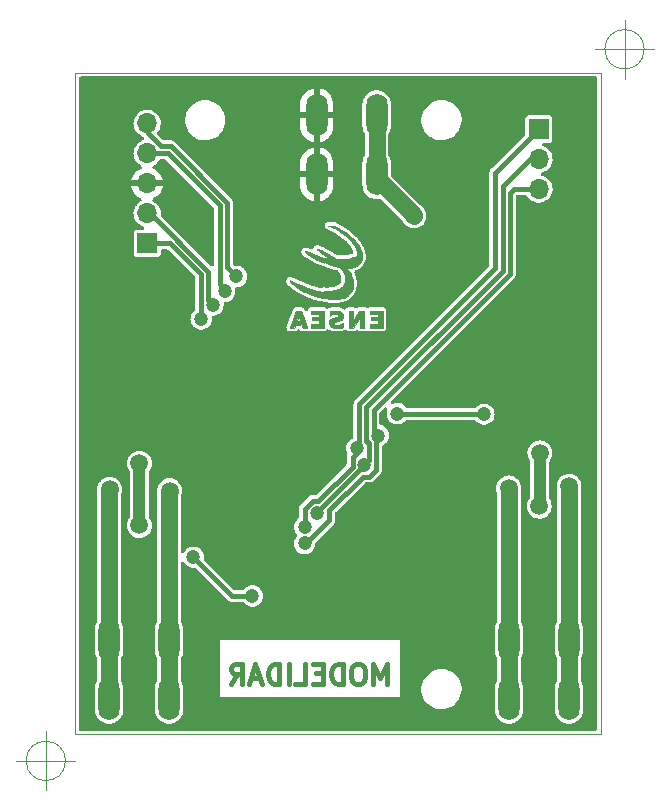
<source format=gbr>
%TF.GenerationSoftware,KiCad,Pcbnew,6.0.1*%
%TF.CreationDate,2022-06-20T02:46:21+02:00*%
%TF.ProjectId,PontHComplet_MK2,506f6e74-4843-46f6-9d70-6c65745f4d4b,rev?*%
%TF.SameCoordinates,Original*%
%TF.FileFunction,Copper,L2,Bot*%
%TF.FilePolarity,Positive*%
%FSLAX46Y46*%
G04 Gerber Fmt 4.6, Leading zero omitted, Abs format (unit mm)*
G04 Created by KiCad (PCBNEW 6.0.1) date 2022-06-20 02:46:21*
%MOMM*%
%LPD*%
G01*
G04 APERTURE LIST*
%TA.AperFunction,Profile*%
%ADD10C,0.050000*%
%TD*%
%ADD11C,0.400000*%
%TA.AperFunction,NonConductor*%
%ADD12C,0.400000*%
%TD*%
%TA.AperFunction,EtchedComponent*%
%ADD13C,0.010000*%
%TD*%
%TA.AperFunction,ComponentPad*%
%ADD14R,1.700000X1.700000*%
%TD*%
%TA.AperFunction,ComponentPad*%
%ADD15O,1.700000X1.700000*%
%TD*%
%TA.AperFunction,ComponentPad*%
%ADD16O,1.800000X3.600000*%
%TD*%
%TA.AperFunction,ViaPad*%
%ADD17C,1.500000*%
%TD*%
%TA.AperFunction,ViaPad*%
%ADD18C,1.000000*%
%TD*%
%TA.AperFunction,ViaPad*%
%ADD19C,1.200000*%
%TD*%
%TA.AperFunction,Conductor*%
%ADD20C,0.400000*%
%TD*%
%TA.AperFunction,Conductor*%
%ADD21C,1.400000*%
%TD*%
%TA.AperFunction,Conductor*%
%ADD22C,1.000000*%
%TD*%
G04 APERTURE END LIST*
D10*
X126000000Y-133000000D02*
X170500000Y-132983704D01*
X170500000Y-132983704D02*
X170500000Y-77000000D01*
X170500000Y-77000000D02*
X126000000Y-77000000D01*
X126000000Y-77000000D02*
X126000000Y-133000000D01*
D11*
D12*
X152352800Y-128719566D02*
X152352800Y-127030466D01*
X151789767Y-128236966D01*
X151226733Y-127030466D01*
X151226733Y-128719566D01*
X150100667Y-127030466D02*
X149778933Y-127030466D01*
X149618067Y-127110900D01*
X149457200Y-127271766D01*
X149376767Y-127593500D01*
X149376767Y-128156533D01*
X149457200Y-128478266D01*
X149618067Y-128639133D01*
X149778933Y-128719566D01*
X150100667Y-128719566D01*
X150261533Y-128639133D01*
X150422400Y-128478266D01*
X150502833Y-128156533D01*
X150502833Y-127593500D01*
X150422400Y-127271766D01*
X150261533Y-127110900D01*
X150100667Y-127030466D01*
X148652867Y-128719566D02*
X148652867Y-127030466D01*
X148250700Y-127030466D01*
X148009400Y-127110900D01*
X147848533Y-127271766D01*
X147768100Y-127432633D01*
X147687667Y-127754366D01*
X147687667Y-127995666D01*
X147768100Y-128317400D01*
X147848533Y-128478266D01*
X148009400Y-128639133D01*
X148250700Y-128719566D01*
X148652867Y-128719566D01*
X146963767Y-127834800D02*
X146400733Y-127834800D01*
X146159433Y-128719566D02*
X146963767Y-128719566D01*
X146963767Y-127030466D01*
X146159433Y-127030466D01*
X144631200Y-128719566D02*
X145435533Y-128719566D01*
X145435533Y-127030466D01*
X144068167Y-128719566D02*
X144068167Y-127030466D01*
X143263833Y-128719566D02*
X143263833Y-127030466D01*
X142861667Y-127030466D01*
X142620367Y-127110900D01*
X142459500Y-127271766D01*
X142379067Y-127432633D01*
X142298633Y-127754366D01*
X142298633Y-127995666D01*
X142379067Y-128317400D01*
X142459500Y-128478266D01*
X142620367Y-128639133D01*
X142861667Y-128719566D01*
X143263833Y-128719566D01*
X141655167Y-128236966D02*
X140850833Y-128236966D01*
X141816033Y-128719566D02*
X141253000Y-127030466D01*
X140689967Y-128719566D01*
X139161733Y-128719566D02*
X139724767Y-127915233D01*
X140126933Y-128719566D02*
X140126933Y-127030466D01*
X139483467Y-127030466D01*
X139322600Y-127110900D01*
X139242167Y-127191333D01*
X139161733Y-127352200D01*
X139161733Y-127593500D01*
X139242167Y-127754366D01*
X139322600Y-127834800D01*
X139483467Y-127915233D01*
X140126933Y-127915233D01*
D10*
X125166666Y-135250000D02*
G75*
G03*
X125166666Y-135250000I-1666666J0D01*
G01*
X121000000Y-135250000D02*
X126000000Y-135250000D01*
X123500000Y-132750000D02*
X123500000Y-137750000D01*
X174166666Y-75000000D02*
G75*
G03*
X174166666Y-75000000I-1666666J0D01*
G01*
X170000000Y-75000000D02*
X175000000Y-75000000D01*
X172500000Y-72500000D02*
X172500000Y-77500000D01*
D13*
%TO.C,G\u002A\u002A\u002A*%
X144902267Y-97148482D02*
X144686337Y-97151950D01*
X144686337Y-97151950D02*
X144510290Y-97628200D01*
X144510290Y-97628200D02*
X144448452Y-97795535D01*
X144448452Y-97795535D02*
X144394862Y-97940699D01*
X144394862Y-97940699D02*
X144348933Y-98065337D01*
X144348933Y-98065337D02*
X144310081Y-98171092D01*
X144310081Y-98171092D02*
X144277720Y-98259609D01*
X144277720Y-98259609D02*
X144251266Y-98332533D01*
X144251266Y-98332533D02*
X144230132Y-98391506D01*
X144230132Y-98391506D02*
X144213734Y-98438174D01*
X144213734Y-98438174D02*
X144201485Y-98474181D01*
X144201485Y-98474181D02*
X144192802Y-98501170D01*
X144192802Y-98501170D02*
X144187099Y-98520786D01*
X144187099Y-98520786D02*
X144183790Y-98534674D01*
X144183790Y-98534674D02*
X144182291Y-98544476D01*
X144182291Y-98544476D02*
X144182000Y-98550466D01*
X144182000Y-98550466D02*
X144182000Y-98581379D01*
X144182000Y-98581379D02*
X144367655Y-98577864D01*
X144367655Y-98577864D02*
X144553310Y-98574350D01*
X144553310Y-98574350D02*
X144646540Y-98307650D01*
X144646540Y-98307650D02*
X144908351Y-98304221D01*
X144908351Y-98304221D02*
X145170161Y-98300792D01*
X145170161Y-98300792D02*
X145219006Y-98440677D01*
X145219006Y-98440677D02*
X145267850Y-98580563D01*
X145267850Y-98580563D02*
X145456657Y-98580631D01*
X145456657Y-98580631D02*
X145529554Y-98580443D01*
X145529554Y-98580443D02*
X145580664Y-98579526D01*
X145580664Y-98579526D02*
X145613597Y-98577441D01*
X145613597Y-98577441D02*
X145631965Y-98573749D01*
X145631965Y-98573749D02*
X145639379Y-98568012D01*
X145639379Y-98568012D02*
X145639448Y-98559791D01*
X145639448Y-98559791D02*
X145639094Y-98558475D01*
X145639094Y-98558475D02*
X145633537Y-98542461D01*
X145633537Y-98542461D02*
X145620028Y-98505010D01*
X145620028Y-98505010D02*
X145599438Y-98448499D01*
X145599438Y-98448499D02*
X145572641Y-98375308D01*
X145572641Y-98375308D02*
X145540510Y-98287815D01*
X145540510Y-98287815D02*
X145503917Y-98188401D01*
X145503917Y-98188401D02*
X145463734Y-98079443D01*
X145463734Y-98079443D02*
X145438958Y-98012375D01*
X145438958Y-98012375D02*
X145070993Y-98012375D01*
X145070993Y-98012375D02*
X145059084Y-98015922D01*
X145059084Y-98015922D02*
X145026498Y-98018870D01*
X145026498Y-98018870D02*
X144977957Y-98020946D01*
X144977957Y-98020946D02*
X144918181Y-98021875D01*
X144918181Y-98021875D02*
X144906345Y-98021900D01*
X144906345Y-98021900D02*
X144741689Y-98021900D01*
X144741689Y-98021900D02*
X144823795Y-97785185D01*
X144823795Y-97785185D02*
X144849023Y-97712165D01*
X144849023Y-97712165D02*
X144871179Y-97647495D01*
X144871179Y-97647495D02*
X144888985Y-97594947D01*
X144888985Y-97594947D02*
X144901163Y-97558295D01*
X144901163Y-97558295D02*
X144906437Y-97541312D01*
X144906437Y-97541312D02*
X144906553Y-97540710D01*
X144906553Y-97540710D02*
X144910619Y-97549254D01*
X144910619Y-97549254D02*
X144921353Y-97577554D01*
X144921353Y-97577554D02*
X144937260Y-97621315D01*
X144937260Y-97621315D02*
X144956840Y-97676242D01*
X144956840Y-97676242D02*
X144978596Y-97738038D01*
X144978596Y-97738038D02*
X145001031Y-97802409D01*
X145001031Y-97802409D02*
X145022648Y-97865060D01*
X145022648Y-97865060D02*
X145041948Y-97921695D01*
X145041948Y-97921695D02*
X145057434Y-97968018D01*
X145057434Y-97968018D02*
X145067610Y-97999735D01*
X145067610Y-97999735D02*
X145070993Y-98012375D01*
X145070993Y-98012375D02*
X145438958Y-98012375D01*
X145438958Y-98012375D02*
X145420835Y-97963321D01*
X145420835Y-97963321D02*
X145414319Y-97945700D01*
X145414319Y-97945700D02*
X145369750Y-97825190D01*
X145369750Y-97825190D02*
X145326636Y-97708614D01*
X145326636Y-97708614D02*
X145286024Y-97598805D01*
X145286024Y-97598805D02*
X145248964Y-97498598D01*
X145248964Y-97498598D02*
X145216503Y-97410827D01*
X145216503Y-97410827D02*
X145189690Y-97338326D01*
X145189690Y-97338326D02*
X145169572Y-97283929D01*
X145169572Y-97283929D02*
X145157198Y-97250470D01*
X145157198Y-97250470D02*
X145157054Y-97250082D01*
X145157054Y-97250082D02*
X145118197Y-97145015D01*
X145118197Y-97145015D02*
X144902267Y-97148482D01*
X144902267Y-97148482D02*
X144902267Y-97148482D01*
G36*
X145503917Y-98188401D02*
G01*
X145540510Y-98287815D01*
X145572641Y-98375308D01*
X145599438Y-98448499D01*
X145620028Y-98505010D01*
X145633537Y-98542461D01*
X145639094Y-98558475D01*
X145639448Y-98559791D01*
X145639379Y-98568012D01*
X145631965Y-98573749D01*
X145613597Y-98577441D01*
X145580664Y-98579526D01*
X145529554Y-98580443D01*
X145456657Y-98580631D01*
X145267850Y-98580563D01*
X145219006Y-98440677D01*
X145170161Y-98300792D01*
X144908351Y-98304221D01*
X144646540Y-98307650D01*
X144553310Y-98574350D01*
X144367655Y-98577864D01*
X144182000Y-98581379D01*
X144182000Y-98550466D01*
X144182291Y-98544476D01*
X144183790Y-98534674D01*
X144187099Y-98520786D01*
X144192802Y-98501170D01*
X144201485Y-98474181D01*
X144213734Y-98438174D01*
X144230132Y-98391506D01*
X144251266Y-98332533D01*
X144277720Y-98259609D01*
X144310081Y-98171092D01*
X144348933Y-98065337D01*
X144364939Y-98021900D01*
X144741689Y-98021900D01*
X144906345Y-98021900D01*
X144918181Y-98021875D01*
X144977957Y-98020946D01*
X145026498Y-98018870D01*
X145059084Y-98015922D01*
X145070993Y-98012375D01*
X145067610Y-97999735D01*
X145057434Y-97968018D01*
X145041948Y-97921695D01*
X145022648Y-97865060D01*
X145001031Y-97802409D01*
X144978596Y-97738038D01*
X144956840Y-97676242D01*
X144937260Y-97621315D01*
X144921353Y-97577554D01*
X144910619Y-97549254D01*
X144906553Y-97540710D01*
X144906437Y-97541312D01*
X144901163Y-97558295D01*
X144888985Y-97594947D01*
X144871179Y-97647495D01*
X144849023Y-97712165D01*
X144823795Y-97785185D01*
X144741689Y-98021900D01*
X144364939Y-98021900D01*
X144394862Y-97940699D01*
X144448452Y-97795535D01*
X144510290Y-97628200D01*
X144686337Y-97151950D01*
X144902267Y-97148482D01*
X145118197Y-97145015D01*
X145157054Y-97250082D01*
X145157198Y-97250470D01*
X145169572Y-97283929D01*
X145189690Y-97338326D01*
X145216503Y-97410827D01*
X145248964Y-97498598D01*
X145286024Y-97598805D01*
X145326636Y-97708614D01*
X145369750Y-97825190D01*
X145414319Y-97945700D01*
X145420835Y-97963321D01*
X145438958Y-98012375D01*
X145463734Y-98079443D01*
X145503917Y-98188401D01*
G37*
X145503917Y-98188401D02*
X145540510Y-98287815D01*
X145572641Y-98375308D01*
X145599438Y-98448499D01*
X145620028Y-98505010D01*
X145633537Y-98542461D01*
X145639094Y-98558475D01*
X145639448Y-98559791D01*
X145639379Y-98568012D01*
X145631965Y-98573749D01*
X145613597Y-98577441D01*
X145580664Y-98579526D01*
X145529554Y-98580443D01*
X145456657Y-98580631D01*
X145267850Y-98580563D01*
X145219006Y-98440677D01*
X145170161Y-98300792D01*
X144908351Y-98304221D01*
X144646540Y-98307650D01*
X144553310Y-98574350D01*
X144367655Y-98577864D01*
X144182000Y-98581379D01*
X144182000Y-98550466D01*
X144182291Y-98544476D01*
X144183790Y-98534674D01*
X144187099Y-98520786D01*
X144192802Y-98501170D01*
X144201485Y-98474181D01*
X144213734Y-98438174D01*
X144230132Y-98391506D01*
X144251266Y-98332533D01*
X144277720Y-98259609D01*
X144310081Y-98171092D01*
X144348933Y-98065337D01*
X144364939Y-98021900D01*
X144741689Y-98021900D01*
X144906345Y-98021900D01*
X144918181Y-98021875D01*
X144977957Y-98020946D01*
X145026498Y-98018870D01*
X145059084Y-98015922D01*
X145070993Y-98012375D01*
X145067610Y-97999735D01*
X145057434Y-97968018D01*
X145041948Y-97921695D01*
X145022648Y-97865060D01*
X145001031Y-97802409D01*
X144978596Y-97738038D01*
X144956840Y-97676242D01*
X144937260Y-97621315D01*
X144921353Y-97577554D01*
X144910619Y-97549254D01*
X144906553Y-97540710D01*
X144906437Y-97541312D01*
X144901163Y-97558295D01*
X144888985Y-97594947D01*
X144871179Y-97647495D01*
X144849023Y-97712165D01*
X144823795Y-97785185D01*
X144741689Y-98021900D01*
X144364939Y-98021900D01*
X144394862Y-97940699D01*
X144448452Y-97795535D01*
X144510290Y-97628200D01*
X144686337Y-97151950D01*
X144902267Y-97148482D01*
X145118197Y-97145015D01*
X145157054Y-97250082D01*
X145157198Y-97250470D01*
X145169572Y-97283929D01*
X145189690Y-97338326D01*
X145216503Y-97410827D01*
X145248964Y-97498598D01*
X145286024Y-97598805D01*
X145326636Y-97708614D01*
X145369750Y-97825190D01*
X145414319Y-97945700D01*
X145420835Y-97963321D01*
X145438958Y-98012375D01*
X145463734Y-98079443D01*
X145503917Y-98188401D01*
X147653288Y-89932904D02*
X147414150Y-89933809D01*
X147414150Y-89933809D02*
X147490350Y-89956200D01*
X147490350Y-89956200D02*
X147587846Y-89990012D01*
X147587846Y-89990012D02*
X147701517Y-90038305D01*
X147701517Y-90038305D02*
X147828092Y-90099221D01*
X147828092Y-90099221D02*
X147964302Y-90170902D01*
X147964302Y-90170902D02*
X148106874Y-90251488D01*
X148106874Y-90251488D02*
X148252537Y-90339121D01*
X148252537Y-90339121D02*
X148398022Y-90431943D01*
X148398022Y-90431943D02*
X148540057Y-90528095D01*
X148540057Y-90528095D02*
X148675370Y-90625719D01*
X148675370Y-90625719D02*
X148696202Y-90641369D01*
X148696202Y-90641369D02*
X148795613Y-90718773D01*
X148795613Y-90718773D02*
X148896290Y-90801353D01*
X148896290Y-90801353D02*
X148995296Y-90886384D01*
X148995296Y-90886384D02*
X149089691Y-90971139D01*
X149089691Y-90971139D02*
X149176535Y-91052892D01*
X149176535Y-91052892D02*
X149252891Y-91128916D01*
X149252891Y-91128916D02*
X149315819Y-91196485D01*
X149315819Y-91196485D02*
X149362380Y-91252873D01*
X149362380Y-91252873D02*
X149375872Y-91271850D01*
X149375872Y-91271850D02*
X149403780Y-91311232D01*
X149403780Y-91311232D02*
X149430737Y-91345275D01*
X149430737Y-91345275D02*
X149444994Y-91360750D01*
X149444994Y-91360750D02*
X149484505Y-91403045D01*
X149484505Y-91403045D02*
X149530669Y-91459771D01*
X149530669Y-91459771D02*
X149577760Y-91523175D01*
X149577760Y-91523175D02*
X149620058Y-91585505D01*
X149620058Y-91585505D02*
X149651839Y-91639010D01*
X149651839Y-91639010D02*
X149655171Y-91645452D01*
X149655171Y-91645452D02*
X149674544Y-91686865D01*
X149674544Y-91686865D02*
X149699805Y-91745242D01*
X149699805Y-91745242D02*
X149728073Y-91813704D01*
X149728073Y-91813704D02*
X149756467Y-91885378D01*
X149756467Y-91885378D02*
X149764746Y-91906916D01*
X149764746Y-91906916D02*
X149794796Y-91988300D01*
X149794796Y-91988300D02*
X149816349Y-92054056D01*
X149816349Y-92054056D02*
X149831407Y-92111689D01*
X149831407Y-92111689D02*
X149841971Y-92168699D01*
X149841971Y-92168699D02*
X149848956Y-92222683D01*
X149848956Y-92222683D02*
X149855647Y-92298515D01*
X149855647Y-92298515D02*
X149854855Y-92355097D01*
X149854855Y-92355097D02*
X149844551Y-92397988D01*
X149844551Y-92397988D02*
X149822706Y-92432747D01*
X149822706Y-92432747D02*
X149787292Y-92464930D01*
X149787292Y-92464930D02*
X149751294Y-92490266D01*
X149751294Y-92490266D02*
X149652611Y-92546312D01*
X149652611Y-92546312D02*
X149544340Y-92588475D01*
X149544340Y-92588475D02*
X149427100Y-92618086D01*
X149427100Y-92618086D02*
X149361365Y-92632202D01*
X149361365Y-92632202D02*
X149317199Y-92644423D01*
X149317199Y-92644423D02*
X149291046Y-92656578D01*
X149291046Y-92656578D02*
X149279351Y-92670496D01*
X149279351Y-92670496D02*
X149278557Y-92688006D01*
X149278557Y-92688006D02*
X149279814Y-92693844D01*
X149279814Y-92693844D02*
X149281670Y-92708539D01*
X149281670Y-92708539D02*
X149277061Y-92719931D01*
X149277061Y-92719931D02*
X149263162Y-92728541D01*
X149263162Y-92728541D02*
X149237144Y-92734887D01*
X149237144Y-92734887D02*
X149196182Y-92739488D01*
X149196182Y-92739488D02*
X149137449Y-92742863D01*
X149137449Y-92742863D02*
X149058119Y-92745532D01*
X149058119Y-92745532D02*
X148988950Y-92747254D01*
X148988950Y-92747254D02*
X148904671Y-92749454D01*
X148904671Y-92749454D02*
X148821242Y-92752087D01*
X148821242Y-92752087D02*
X148745086Y-92754918D01*
X148745086Y-92754918D02*
X148682624Y-92757712D01*
X148682624Y-92757712D02*
X148646050Y-92759816D01*
X148646050Y-92759816D02*
X148570289Y-92761224D01*
X148570289Y-92761224D02*
X148474646Y-92756831D01*
X148474646Y-92756831D02*
X148363889Y-92746980D01*
X148363889Y-92746980D02*
X148242784Y-92732011D01*
X148242784Y-92732011D02*
X148227127Y-92729793D01*
X148227127Y-92729793D02*
X148196005Y-92726303D01*
X148196005Y-92726303D02*
X148185464Y-92729214D01*
X148185464Y-92729214D02*
X148191143Y-92740123D01*
X148191143Y-92740123D02*
X148192933Y-92742317D01*
X148192933Y-92742317D02*
X148215654Y-92757204D01*
X148215654Y-92757204D02*
X148251010Y-92768920D01*
X148251010Y-92768920D02*
X148259432Y-92770573D01*
X148259432Y-92770573D02*
X148296206Y-92778466D01*
X148296206Y-92778466D02*
X148309794Y-92785033D01*
X148309794Y-92785033D02*
X148302400Y-92789493D01*
X148302400Y-92789493D02*
X148276233Y-92791069D01*
X148276233Y-92791069D02*
X148233498Y-92788979D01*
X148233498Y-92788979D02*
X148212903Y-92787012D01*
X148212903Y-92787012D02*
X148166121Y-92781152D01*
X148166121Y-92781152D02*
X148131110Y-92773132D01*
X148131110Y-92773132D02*
X148099860Y-92759502D01*
X148099860Y-92759502D02*
X148064365Y-92736812D01*
X148064365Y-92736812D02*
X148019228Y-92703579D01*
X148019228Y-92703579D02*
X147970314Y-92668722D01*
X147970314Y-92668722D02*
X147907115Y-92626512D01*
X147907115Y-92626512D02*
X147837479Y-92582059D01*
X147837479Y-92582059D02*
X147769254Y-92540473D01*
X147769254Y-92540473D02*
X147763400Y-92537016D01*
X147763400Y-92537016D02*
X147702469Y-92500999D01*
X147702469Y-92500999D02*
X147645619Y-92467148D01*
X147645619Y-92467148D02*
X147598284Y-92438714D01*
X147598284Y-92438714D02*
X147565896Y-92418950D01*
X147565896Y-92418950D02*
X147560200Y-92415383D01*
X147560200Y-92415383D02*
X147522539Y-92394795D01*
X147522539Y-92394795D02*
X147486875Y-92380251D01*
X147486875Y-92380251D02*
X147481535Y-92378752D01*
X147481535Y-92378752D02*
X147454781Y-92367594D01*
X147454781Y-92367594D02*
X147415267Y-92345830D01*
X147415267Y-92345830D02*
X147370767Y-92317801D01*
X147370767Y-92317801D02*
X147363051Y-92312579D01*
X147363051Y-92312579D02*
X147311925Y-92279762D01*
X147311925Y-92279762D02*
X147258049Y-92248612D01*
X147258049Y-92248612D02*
X147212869Y-92225739D01*
X147212869Y-92225739D02*
X147211879Y-92225299D01*
X147211879Y-92225299D02*
X147172589Y-92206248D01*
X147172589Y-92206248D02*
X147119512Y-92178254D01*
X147119512Y-92178254D02*
X147060561Y-92145571D01*
X147060561Y-92145571D02*
X147019498Y-92121864D01*
X147019498Y-92121864D02*
X146974937Y-92097104D01*
X146974937Y-92097104D02*
X146917710Y-92067470D01*
X146917710Y-92067470D02*
X146852057Y-92034924D01*
X146852057Y-92034924D02*
X146782217Y-92001428D01*
X146782217Y-92001428D02*
X146712430Y-91968947D01*
X146712430Y-91968947D02*
X146646933Y-91939442D01*
X146646933Y-91939442D02*
X146589968Y-91914878D01*
X146589968Y-91914878D02*
X146545772Y-91897217D01*
X146545772Y-91897217D02*
X146518584Y-91888422D01*
X146518584Y-91888422D02*
X146514044Y-91887799D01*
X146514044Y-91887799D02*
X146507020Y-91892071D01*
X146507020Y-91892071D02*
X146521845Y-91905129D01*
X146521845Y-91905129D02*
X146559051Y-91927339D01*
X146559051Y-91927339D02*
X146614205Y-91956527D01*
X146614205Y-91956527D02*
X146664568Y-91984618D01*
X146664568Y-91984618D02*
X146710433Y-92014262D01*
X146710433Y-92014262D02*
X146746807Y-92041802D01*
X146746807Y-92041802D02*
X146768694Y-92063587D01*
X146768694Y-92063587D02*
X146772800Y-92072572D01*
X146772800Y-92072572D02*
X146762586Y-92069974D01*
X146762586Y-92069974D02*
X146734729Y-92056616D01*
X146734729Y-92056616D02*
X146693408Y-92034738D01*
X146693408Y-92034738D02*
X146642804Y-92006579D01*
X146642804Y-92006579D02*
X146587096Y-91974378D01*
X146587096Y-91974378D02*
X146564589Y-91961029D01*
X146564589Y-91961029D02*
X146536359Y-91944950D01*
X146536359Y-91944950D02*
X146480700Y-91944950D01*
X146480700Y-91944950D02*
X146474350Y-91951300D01*
X146474350Y-91951300D02*
X146468000Y-91944950D01*
X146468000Y-91944950D02*
X146474350Y-91938600D01*
X146474350Y-91938600D02*
X146480700Y-91944950D01*
X146480700Y-91944950D02*
X146536359Y-91944950D01*
X146536359Y-91944950D02*
X146524363Y-91938118D01*
X146524363Y-91938118D02*
X146488460Y-91919564D01*
X146488460Y-91919564D02*
X146472650Y-91912553D01*
X146472650Y-91912553D02*
X146451161Y-91907066D01*
X146451161Y-91907066D02*
X146445775Y-91917528D01*
X146445775Y-91917528D02*
X146447014Y-91929440D01*
X146447014Y-91929440D02*
X146460555Y-91954026D01*
X146460555Y-91954026D02*
X146492087Y-91984529D01*
X146492087Y-91984529D02*
X146515539Y-92002100D01*
X146515539Y-92002100D02*
X146552347Y-92029228D01*
X146552347Y-92029228D02*
X146601028Y-92067472D01*
X146601028Y-92067472D02*
X146654428Y-92111124D01*
X146654428Y-92111124D02*
X146692236Y-92143089D01*
X146692236Y-92143089D02*
X146760635Y-92198396D01*
X146760635Y-92198396D02*
X146841731Y-92257308D01*
X146841731Y-92257308D02*
X146938194Y-92321611D01*
X146938194Y-92321611D02*
X147052692Y-92393092D01*
X147052692Y-92393092D02*
X147172850Y-92464735D01*
X147172850Y-92464735D02*
X147226856Y-92497015D01*
X147226856Y-92497015D02*
X147283607Y-92531990D01*
X147283607Y-92531990D02*
X147339106Y-92567066D01*
X147339106Y-92567066D02*
X147389355Y-92599645D01*
X147389355Y-92599645D02*
X147430359Y-92627133D01*
X147430359Y-92627133D02*
X147458120Y-92646933D01*
X147458120Y-92646933D02*
X147468641Y-92656451D01*
X147468641Y-92656451D02*
X147468558Y-92656775D01*
X147468558Y-92656775D02*
X147455164Y-92656139D01*
X147455164Y-92656139D02*
X147425889Y-92650050D01*
X147425889Y-92650050D02*
X147410845Y-92646224D01*
X147410845Y-92646224D02*
X147360442Y-92638272D01*
X147360442Y-92638272D02*
X147309966Y-92644555D01*
X147309966Y-92644555D02*
X147299649Y-92647171D01*
X147299649Y-92647171D02*
X147241017Y-92657139D01*
X147241017Y-92657139D02*
X147171929Y-92660117D01*
X147171929Y-92660117D02*
X147099083Y-92656773D01*
X147099083Y-92656773D02*
X147029176Y-92647774D01*
X147029176Y-92647774D02*
X146968906Y-92633789D01*
X146968906Y-92633789D02*
X146924970Y-92615485D01*
X146924970Y-92615485D02*
X146915488Y-92608853D01*
X146915488Y-92608853D02*
X146904111Y-92602002D01*
X146904111Y-92602002D02*
X146883807Y-92594174D01*
X146883807Y-92594174D02*
X146850938Y-92584309D01*
X146850938Y-92584309D02*
X146801865Y-92571346D01*
X146801865Y-92571346D02*
X146732949Y-92554227D01*
X146732949Y-92554227D02*
X146702950Y-92546931D01*
X146702950Y-92546931D02*
X146653670Y-92533652D01*
X146653670Y-92533652D02*
X146600240Y-92517128D01*
X146600240Y-92517128D02*
X146548191Y-92499353D01*
X146548191Y-92499353D02*
X146503052Y-92482326D01*
X146503052Y-92482326D02*
X146470352Y-92468041D01*
X146470352Y-92468041D02*
X146455621Y-92458495D01*
X146455621Y-92458495D02*
X146455300Y-92457525D01*
X146455300Y-92457525D02*
X146445231Y-92447311D01*
X146445231Y-92447311D02*
X146439425Y-92446521D01*
X146439425Y-92446521D02*
X146417946Y-92440824D01*
X146417946Y-92440824D02*
X146387449Y-92427111D01*
X146387449Y-92427111D02*
X146385450Y-92426052D01*
X146385450Y-92426052D02*
X146353392Y-92411096D01*
X146353392Y-92411096D02*
X146307797Y-92392427D01*
X146307797Y-92392427D02*
X146264508Y-92376255D01*
X146264508Y-92376255D02*
X146189597Y-92347617D01*
X146189597Y-92347617D02*
X146128800Y-92320242D01*
X146128800Y-92320242D02*
X146084839Y-92295615D01*
X146084839Y-92295615D02*
X146060433Y-92275219D01*
X146060433Y-92275219D02*
X146056802Y-92262986D01*
X146056802Y-92262986D02*
X146053861Y-92250786D01*
X146053861Y-92250786D02*
X146031548Y-92242094D01*
X146031548Y-92242094D02*
X146002278Y-92237169D01*
X146002278Y-92237169D02*
X145954377Y-92228293D01*
X145954377Y-92228293D02*
X145908592Y-92215850D01*
X145908592Y-92215850D02*
X145896500Y-92211521D01*
X145896500Y-92211521D02*
X145852755Y-92196735D01*
X145852755Y-92196735D02*
X145809321Y-92185589D01*
X145809321Y-92185589D02*
X145808783Y-92185483D01*
X145808783Y-92185483D02*
X145777161Y-92176831D01*
X145777161Y-92176831D02*
X145730546Y-92161152D01*
X145730546Y-92161152D02*
X145677334Y-92141329D01*
X145677334Y-92141329D02*
X145658846Y-92134003D01*
X145658846Y-92134003D02*
X145588775Y-92108052D01*
X145588775Y-92108052D02*
X145536703Y-92094739D01*
X145536703Y-92094739D02*
X145498807Y-92093704D01*
X145498807Y-92093704D02*
X145471267Y-92104586D01*
X145471267Y-92104586D02*
X145459444Y-92115191D01*
X145459444Y-92115191D02*
X145446798Y-92131807D01*
X145446798Y-92131807D02*
X145445125Y-92148066D01*
X145445125Y-92148066D02*
X145454935Y-92173128D01*
X145454935Y-92173128D02*
X145463637Y-92190516D01*
X145463637Y-92190516D02*
X145492210Y-92234494D01*
X145492210Y-92234494D02*
X145533542Y-92276814D01*
X145533542Y-92276814D02*
X145591115Y-92320379D01*
X145591115Y-92320379D02*
X145668408Y-92368093D01*
X145668408Y-92368093D02*
X145693510Y-92382286D01*
X145693510Y-92382286D02*
X145795869Y-92439807D01*
X145795869Y-92439807D02*
X145898064Y-92498188D01*
X145898064Y-92498188D02*
X145995773Y-92554896D01*
X145995773Y-92554896D02*
X146084675Y-92607399D01*
X146084675Y-92607399D02*
X146160448Y-92653165D01*
X146160448Y-92653165D02*
X146218769Y-92689662D01*
X146218769Y-92689662D02*
X146224695Y-92693498D01*
X146224695Y-92693498D02*
X146282615Y-92728755D01*
X146282615Y-92728755D02*
X146350719Y-92766666D01*
X146350719Y-92766666D02*
X146415820Y-92799942D01*
X146415820Y-92799942D02*
X146426017Y-92804790D01*
X146426017Y-92804790D02*
X146469535Y-92824247D01*
X146469535Y-92824247D02*
X146527620Y-92848860D01*
X146527620Y-92848860D02*
X146596435Y-92877137D01*
X146596435Y-92877137D02*
X146672144Y-92907587D01*
X146672144Y-92907587D02*
X146750909Y-92938715D01*
X146750909Y-92938715D02*
X146828894Y-92969031D01*
X146828894Y-92969031D02*
X146902262Y-92997040D01*
X146902262Y-92997040D02*
X146967175Y-93021251D01*
X146967175Y-93021251D02*
X147019798Y-93040171D01*
X147019798Y-93040171D02*
X147056292Y-93052308D01*
X147056292Y-93052308D02*
X147072325Y-93056200D01*
X147072325Y-93056200D02*
X147086900Y-93045621D01*
X147086900Y-93045621D02*
X147090300Y-93030800D01*
X147090300Y-93030800D02*
X147094674Y-93010428D01*
X147094674Y-93010428D02*
X147109308Y-93008485D01*
X147109308Y-93008485D02*
X147136475Y-93025424D01*
X147136475Y-93025424D02*
X147159445Y-93044584D01*
X147159445Y-93044584D02*
X147197631Y-93070698D01*
X147197631Y-93070698D02*
X147246957Y-93095015D01*
X147246957Y-93095015D02*
X147277362Y-93106128D01*
X147277362Y-93106128D02*
X147326420Y-93123499D01*
X147326420Y-93123499D02*
X147372937Y-93143857D01*
X147372937Y-93143857D02*
X147395100Y-93155796D01*
X147395100Y-93155796D02*
X147428803Y-93173316D01*
X147428803Y-93173316D02*
X147456897Y-93182672D01*
X147456897Y-93182672D02*
X147461775Y-93183152D01*
X147461775Y-93183152D02*
X147480587Y-93191173D01*
X147480587Y-93191173D02*
X147484000Y-93200211D01*
X147484000Y-93200211D02*
X147495577Y-93219189D01*
X147495577Y-93219189D02*
X147525822Y-93234976D01*
X147525822Y-93234976D02*
X147568006Y-93244807D01*
X147568006Y-93244807D02*
X147597185Y-93246700D01*
X147597185Y-93246700D02*
X147646789Y-93255529D01*
X147646789Y-93255529D02*
X147678312Y-93272371D01*
X147678312Y-93272371D02*
X147721965Y-93298739D01*
X147721965Y-93298739D02*
X147784382Y-93323368D01*
X147784382Y-93323368D02*
X147867220Y-93346724D01*
X147867220Y-93346724D02*
X147972135Y-93369276D01*
X147972135Y-93369276D02*
X148100783Y-93391489D01*
X148100783Y-93391489D02*
X148101580Y-93391614D01*
X148101580Y-93391614D02*
X148162108Y-93402066D01*
X148162108Y-93402066D02*
X148218721Y-93413479D01*
X148218721Y-93413479D02*
X148263101Y-93424106D01*
X148263101Y-93424106D02*
X148279380Y-93429015D01*
X148279380Y-93429015D02*
X148324656Y-93442849D01*
X148324656Y-93442849D02*
X148369681Y-93453737D01*
X148369681Y-93453737D02*
X148373825Y-93454531D01*
X148373825Y-93454531D02*
X148401163Y-93463076D01*
X148401163Y-93463076D02*
X148426027Y-93480750D01*
X148426027Y-93480750D02*
X148454152Y-93512450D01*
X148454152Y-93512450D02*
X148476328Y-93542109D01*
X148476328Y-93542109D02*
X148567756Y-93675805D01*
X148567756Y-93675805D02*
X148646887Y-93806078D01*
X148646887Y-93806078D02*
X148712103Y-93929804D01*
X148712103Y-93929804D02*
X148761790Y-94043858D01*
X148761790Y-94043858D02*
X148794334Y-94145112D01*
X148794334Y-94145112D02*
X148799474Y-94167450D01*
X148799474Y-94167450D02*
X148810582Y-94238686D01*
X148810582Y-94238686D02*
X148817959Y-94324087D01*
X148817959Y-94324087D02*
X148821587Y-94416870D01*
X148821587Y-94416870D02*
X148821447Y-94510251D01*
X148821447Y-94510251D02*
X148817521Y-94597449D01*
X148817521Y-94597449D02*
X148809791Y-94671681D01*
X148809791Y-94671681D02*
X148800979Y-94716706D01*
X148800979Y-94716706D02*
X148767366Y-94812599D01*
X148767366Y-94812599D02*
X148718393Y-94910896D01*
X148718393Y-94910896D02*
X148658092Y-95005719D01*
X148658092Y-95005719D02*
X148590492Y-95091189D01*
X148590492Y-95091189D02*
X148519626Y-95161427D01*
X148519626Y-95161427D02*
X148471096Y-95197831D01*
X148471096Y-95197831D02*
X148432777Y-95219342D01*
X148432777Y-95219342D02*
X148377054Y-95246729D01*
X148377054Y-95246729D02*
X148310392Y-95277189D01*
X148310392Y-95277189D02*
X148239257Y-95307919D01*
X148239257Y-95307919D02*
X148170117Y-95336117D01*
X148170117Y-95336117D02*
X148109438Y-95358980D01*
X148109438Y-95358980D02*
X148068200Y-95372453D01*
X148068200Y-95372453D02*
X148034596Y-95380550D01*
X148034596Y-95380550D02*
X147980845Y-95391732D01*
X147980845Y-95391732D02*
X147911880Y-95405054D01*
X147911880Y-95405054D02*
X147832635Y-95419570D01*
X147832635Y-95419570D02*
X147748040Y-95434336D01*
X147748040Y-95434336D02*
X147725300Y-95438179D01*
X147725300Y-95438179D02*
X147633994Y-95453334D01*
X147633994Y-95453334D02*
X147561705Y-95464598D01*
X147561705Y-95464598D02*
X147502426Y-95472433D01*
X147502426Y-95472433D02*
X147450151Y-95477295D01*
X147450151Y-95477295D02*
X147398871Y-95479646D01*
X147398871Y-95479646D02*
X147342580Y-95479943D01*
X147342580Y-95479943D02*
X147275271Y-95478646D01*
X147275271Y-95478646D02*
X147217300Y-95477004D01*
X147217300Y-95477004D02*
X147130230Y-95474905D01*
X147130230Y-95474905D02*
X147067934Y-95474646D01*
X147067934Y-95474646D02*
X147029844Y-95476381D01*
X147029844Y-95476381D02*
X147015389Y-95480267D01*
X147015389Y-95480267D02*
X147024001Y-95486461D01*
X147024001Y-95486461D02*
X147055110Y-95495118D01*
X147055110Y-95495118D02*
X147108146Y-95506395D01*
X147108146Y-95506395D02*
X147109350Y-95506633D01*
X147109350Y-95506633D02*
X147160741Y-95514186D01*
X147160741Y-95514186D02*
X147228768Y-95520503D01*
X147228768Y-95520503D02*
X147307255Y-95525392D01*
X147307255Y-95525392D02*
X147390024Y-95528660D01*
X147390024Y-95528660D02*
X147470898Y-95530115D01*
X147470898Y-95530115D02*
X147543701Y-95529564D01*
X147543701Y-95529564D02*
X147602256Y-95526815D01*
X147602256Y-95526815D02*
X147634211Y-95522993D01*
X147634211Y-95522993D02*
X147670693Y-95517710D01*
X147670693Y-95517710D02*
X147689646Y-95518216D01*
X147689646Y-95518216D02*
X147690198Y-95522082D01*
X147690198Y-95522082D02*
X147663407Y-95535059D01*
X147663407Y-95535059D02*
X147614464Y-95544644D01*
X147614464Y-95544644D02*
X147546373Y-95550959D01*
X147546373Y-95550959D02*
X147462137Y-95554130D01*
X147462137Y-95554130D02*
X147364761Y-95554279D01*
X147364761Y-95554279D02*
X147257248Y-95551529D01*
X147257248Y-95551529D02*
X147142602Y-95546004D01*
X147142602Y-95546004D02*
X147023826Y-95537827D01*
X147023826Y-95537827D02*
X146903924Y-95527122D01*
X146903924Y-95527122D02*
X146785900Y-95514012D01*
X146785900Y-95514012D02*
X146672758Y-95498621D01*
X146672758Y-95498621D02*
X146567501Y-95481072D01*
X146567501Y-95481072D02*
X146533716Y-95474570D01*
X146533716Y-95474570D02*
X146480859Y-95463476D01*
X146480859Y-95463476D02*
X146428726Y-95451249D01*
X146428726Y-95451249D02*
X146374102Y-95436901D01*
X146374102Y-95436901D02*
X146313775Y-95419440D01*
X146313775Y-95419440D02*
X146244529Y-95397878D01*
X146244529Y-95397878D02*
X146163152Y-95371224D01*
X146163152Y-95371224D02*
X146066429Y-95338489D01*
X146066429Y-95338489D02*
X145951146Y-95298682D01*
X145951146Y-95298682D02*
X145864750Y-95268552D01*
X145864750Y-95268552D02*
X145819791Y-95252613D01*
X145819791Y-95252613D02*
X145380494Y-95252613D01*
X145380494Y-95252613D02*
X145379282Y-95252767D01*
X145379282Y-95252767D02*
X145358946Y-95246917D01*
X145358946Y-95246917D02*
X145328644Y-95231801D01*
X145328644Y-95231801D02*
X145322132Y-95227947D01*
X145322132Y-95227947D02*
X145298959Y-95212217D01*
X145298959Y-95212217D02*
X145291452Y-95203639D01*
X145291452Y-95203639D02*
X145293250Y-95203079D01*
X145293250Y-95203079D02*
X145310861Y-95208221D01*
X145310861Y-95208221D02*
X145335679Y-95219954D01*
X145335679Y-95219954D02*
X145360417Y-95234070D01*
X145360417Y-95234070D02*
X145377784Y-95246360D01*
X145377784Y-95246360D02*
X145380494Y-95252613D01*
X145380494Y-95252613D02*
X145819791Y-95252613D01*
X145819791Y-95252613D02*
X145743196Y-95225459D01*
X145743196Y-95225459D02*
X145641122Y-95187832D01*
X145641122Y-95187832D02*
X145553715Y-95153726D01*
X145553715Y-95153726D02*
X145476160Y-95121197D01*
X145476160Y-95121197D02*
X145403644Y-95088300D01*
X145403644Y-95088300D02*
X145331353Y-95053090D01*
X145331353Y-95053090D02*
X145331350Y-95053089D01*
X145331350Y-95053089D02*
X145244807Y-95011596D01*
X145244807Y-95011596D02*
X145161031Y-94974987D01*
X145161031Y-94974987D02*
X145084182Y-94944822D01*
X145084182Y-94944822D02*
X145018419Y-94922662D01*
X145018419Y-94922662D02*
X144967899Y-94910066D01*
X144967899Y-94910066D02*
X144944070Y-94907768D01*
X144944070Y-94907768D02*
X144923216Y-94904726D01*
X144923216Y-94904726D02*
X144889898Y-94894208D01*
X144889898Y-94894208D02*
X144842263Y-94875424D01*
X144842263Y-94875424D02*
X144778457Y-94847583D01*
X144778457Y-94847583D02*
X144696628Y-94809895D01*
X144696628Y-94809895D02*
X144594921Y-94761569D01*
X144594921Y-94761569D02*
X144545562Y-94737779D01*
X144545562Y-94737779D02*
X144457935Y-94695695D01*
X144457935Y-94695695D02*
X144377798Y-94657763D01*
X144377798Y-94657763D02*
X144307957Y-94625267D01*
X144307957Y-94625267D02*
X144251217Y-94599493D01*
X144251217Y-94599493D02*
X144210386Y-94581723D01*
X144210386Y-94581723D02*
X144188268Y-94573244D01*
X144188268Y-94573244D02*
X144185149Y-94572818D01*
X144185149Y-94572818D02*
X144181580Y-94587523D01*
X144181580Y-94587523D02*
X144196965Y-94607131D01*
X144196965Y-94607131D02*
X144232653Y-94632673D01*
X144232653Y-94632673D02*
X144289993Y-94665176D01*
X144289993Y-94665176D02*
X144339484Y-94690508D01*
X144339484Y-94690508D02*
X144393598Y-94718318D01*
X144393598Y-94718318D02*
X144437708Y-94742663D01*
X144437708Y-94742663D02*
X144467736Y-94761164D01*
X144467736Y-94761164D02*
X144479603Y-94771443D01*
X144479603Y-94771443D02*
X144479538Y-94772175D01*
X144479538Y-94772175D02*
X144488478Y-94780827D01*
X144488478Y-94780827D02*
X144517442Y-94799496D01*
X144517442Y-94799496D02*
X144563790Y-94826740D01*
X144563790Y-94826740D02*
X144624877Y-94861120D01*
X144624877Y-94861120D02*
X144698060Y-94901194D01*
X144698060Y-94901194D02*
X144780696Y-94945521D01*
X144780696Y-94945521D02*
X144870142Y-94992660D01*
X144870142Y-94992660D02*
X144963755Y-95041171D01*
X144963755Y-95041171D02*
X145058892Y-95089612D01*
X145058892Y-95089612D02*
X145096400Y-95108456D01*
X145096400Y-95108456D02*
X145157337Y-95139293D01*
X145157337Y-95139293D02*
X145208512Y-95165862D01*
X145208512Y-95165862D02*
X145246408Y-95186280D01*
X145246408Y-95186280D02*
X145267506Y-95198665D01*
X145267506Y-95198665D02*
X145270395Y-95201546D01*
X145270395Y-95201546D02*
X145252897Y-95196890D01*
X145252897Y-95196890D02*
X145225328Y-95184446D01*
X145225328Y-95184446D02*
X145194917Y-95170914D01*
X145194917Y-95170914D02*
X145150611Y-95153714D01*
X145150611Y-95153714D02*
X145131227Y-95146851D01*
X145131227Y-95146851D02*
X144815477Y-95146851D01*
X144815477Y-95146851D02*
X144814336Y-95150976D01*
X144814336Y-95150976D02*
X144797995Y-95144663D01*
X144797995Y-95144663D02*
X144769924Y-95128920D01*
X144769924Y-95128920D02*
X144753228Y-95118262D01*
X144753228Y-95118262D02*
X144723688Y-95097765D01*
X144723688Y-95097765D02*
X144705492Y-95083314D01*
X144705492Y-95083314D02*
X144702700Y-95079836D01*
X144702700Y-95079836D02*
X144712082Y-95081113D01*
X144712082Y-95081113D02*
X144735135Y-95092089D01*
X144735135Y-95092089D02*
X144764221Y-95108637D01*
X144764221Y-95108637D02*
X144791702Y-95126633D01*
X144791702Y-95126633D02*
X144797950Y-95131278D01*
X144797950Y-95131278D02*
X144815477Y-95146851D01*
X144815477Y-95146851D02*
X145131227Y-95146851D01*
X145131227Y-95146851D02*
X145108484Y-95138799D01*
X145108484Y-95138799D02*
X145056284Y-95119483D01*
X145056284Y-95119483D02*
X144993724Y-95093827D01*
X144993724Y-95093827D02*
X144933131Y-95066917D01*
X144933131Y-95066917D02*
X144924950Y-95063076D01*
X144924950Y-95063076D02*
X144865350Y-95035351D01*
X144865350Y-95035351D02*
X144801823Y-95006602D01*
X144801823Y-95006602D02*
X144746910Y-94982493D01*
X144746910Y-94982493D02*
X144740800Y-94979886D01*
X144740800Y-94979886D02*
X144703742Y-94963277D01*
X144703742Y-94963277D02*
X144649022Y-94937617D01*
X144649022Y-94937617D02*
X144581652Y-94905308D01*
X144581652Y-94905308D02*
X144506638Y-94868757D01*
X144506638Y-94868757D02*
X144428990Y-94830367D01*
X144428990Y-94830367D02*
X144419081Y-94825426D01*
X144419081Y-94825426D02*
X144332561Y-94782858D01*
X144332561Y-94782858D02*
X144267032Y-94752086D01*
X144267032Y-94752086D02*
X144221268Y-94732595D01*
X144221268Y-94732595D02*
X144194041Y-94723872D01*
X144194041Y-94723872D02*
X144184125Y-94725402D01*
X144184125Y-94725402D02*
X144184131Y-94726998D01*
X144184131Y-94726998D02*
X144196960Y-94744264D01*
X144196960Y-94744264D02*
X144225587Y-94766691D01*
X144225587Y-94766691D02*
X144251850Y-94782679D01*
X144251850Y-94782679D02*
X144292131Y-94804603D01*
X144292131Y-94804603D02*
X144345630Y-94833598D01*
X144345630Y-94833598D02*
X144403194Y-94864705D01*
X144403194Y-94864705D02*
X144426475Y-94877259D01*
X144426475Y-94877259D02*
X144484083Y-94908965D01*
X144484083Y-94908965D02*
X144519816Y-94930395D01*
X144519816Y-94930395D02*
X144534659Y-94942343D01*
X144534659Y-94942343D02*
X144529599Y-94945599D01*
X144529599Y-94945599D02*
X144505850Y-94941015D01*
X144505850Y-94941015D02*
X144480897Y-94936560D01*
X144480897Y-94936560D02*
X144477045Y-94941220D01*
X144477045Y-94941220D02*
X144494797Y-94955426D01*
X144494797Y-94955426D02*
X144534660Y-94979608D01*
X144534660Y-94979608D02*
X144582050Y-95006013D01*
X144582050Y-95006013D02*
X144628145Y-95031683D01*
X144628145Y-95031683D02*
X144664426Y-95052924D01*
X144664426Y-95052924D02*
X144686060Y-95066847D01*
X144686060Y-95066847D02*
X144690000Y-95070504D01*
X144690000Y-95070504D02*
X144680191Y-95069155D01*
X144680191Y-95069155D02*
X144656050Y-95058543D01*
X144656050Y-95058543D02*
X144650720Y-95055839D01*
X144650720Y-95055839D02*
X144623163Y-95045238D01*
X144623163Y-95045238D02*
X144604634Y-95043889D01*
X144604634Y-95043889D02*
X144600258Y-95050370D01*
X144600258Y-95050370D02*
X144615159Y-95063258D01*
X144615159Y-95063258D02*
X144618033Y-95064916D01*
X144618033Y-95064916D02*
X144639381Y-95079589D01*
X144639381Y-95079589D02*
X144672409Y-95105191D01*
X144672409Y-95105191D02*
X144706827Y-95133550D01*
X144706827Y-95133550D02*
X144749960Y-95167672D01*
X144749960Y-95167672D02*
X144794406Y-95199013D01*
X144794406Y-95199013D02*
X144823350Y-95216698D01*
X144823350Y-95216698D02*
X144860056Y-95237687D01*
X144860056Y-95237687D02*
X144907716Y-95266494D01*
X144907716Y-95266494D02*
X144956097Y-95296931D01*
X144956097Y-95296931D02*
X144956700Y-95297320D01*
X144956700Y-95297320D02*
X145071013Y-95367164D01*
X145071013Y-95367164D02*
X145198929Y-95437879D01*
X145198929Y-95437879D02*
X145343214Y-95510867D01*
X145343214Y-95510867D02*
X145506632Y-95587527D01*
X145506632Y-95587527D02*
X145685563Y-95666514D01*
X145685563Y-95666514D02*
X145850924Y-95736557D01*
X145850924Y-95736557D02*
X145998022Y-95796124D01*
X145998022Y-95796124D02*
X146131106Y-95846506D01*
X146131106Y-95846506D02*
X146254420Y-95888998D01*
X146254420Y-95888998D02*
X146372212Y-95924891D01*
X146372212Y-95924891D02*
X146488729Y-95955477D01*
X146488729Y-95955477D02*
X146608217Y-95982050D01*
X146608217Y-95982050D02*
X146734923Y-96005903D01*
X146734923Y-96005903D02*
X146873093Y-96028327D01*
X146873093Y-96028327D02*
X146875370Y-96028674D01*
X146875370Y-96028674D02*
X146971604Y-96043019D01*
X146971604Y-96043019D02*
X147070617Y-96057259D01*
X147070617Y-96057259D02*
X147167779Y-96070774D01*
X147167779Y-96070774D02*
X147258456Y-96082941D01*
X147258456Y-96082941D02*
X147338017Y-96093140D01*
X147338017Y-96093140D02*
X147401829Y-96100750D01*
X147401829Y-96100750D02*
X147445261Y-96105148D01*
X147445261Y-96105148D02*
X147445900Y-96105200D01*
X147445900Y-96105200D02*
X147449984Y-96109143D01*
X147449984Y-96109143D02*
X147433200Y-96116342D01*
X147433200Y-96116342D02*
X147401450Y-96125953D01*
X147401450Y-96125953D02*
X147433200Y-96133735D01*
X147433200Y-96133735D02*
X147463368Y-96138871D01*
X147463368Y-96138871D02*
X147513608Y-96144986D01*
X147513608Y-96144986D02*
X147578630Y-96151650D01*
X147578630Y-96151650D02*
X147653146Y-96158429D01*
X147653146Y-96158429D02*
X147731867Y-96164891D01*
X147731867Y-96164891D02*
X147809503Y-96170604D01*
X147809503Y-96170604D02*
X147880766Y-96175135D01*
X147880766Y-96175135D02*
X147940367Y-96178054D01*
X147940367Y-96178054D02*
X147983016Y-96178927D01*
X147983016Y-96178927D02*
X147985822Y-96178891D01*
X147985822Y-96178891D02*
X148044441Y-96176221D01*
X148044441Y-96176221D02*
X148105113Y-96170855D01*
X148105113Y-96170855D02*
X148144400Y-96165560D01*
X148144400Y-96165560D02*
X148185678Y-96158639D01*
X148185678Y-96158639D02*
X148243723Y-96148991D01*
X148243723Y-96148991D02*
X148304709Y-96138906D01*
X148304709Y-96138906D02*
X147795150Y-96138906D01*
X147795150Y-96138906D02*
X147738000Y-96139224D01*
X147738000Y-96139224D02*
X147691965Y-96137721D01*
X147691965Y-96137721D02*
X147636514Y-96133525D01*
X147636514Y-96133525D02*
X147604650Y-96130088D01*
X147604650Y-96130088D02*
X147528450Y-96120634D01*
X147528450Y-96120634D02*
X147598300Y-96119879D01*
X147598300Y-96119879D02*
X147653303Y-96121435D01*
X147653303Y-96121435D02*
X147710762Y-96126241D01*
X147710762Y-96126241D02*
X147731650Y-96129015D01*
X147731650Y-96129015D02*
X147795150Y-96138906D01*
X147795150Y-96138906D02*
X148304709Y-96138906D01*
X148304709Y-96138906D02*
X148310237Y-96137992D01*
X148310237Y-96137992D02*
X148365639Y-96128871D01*
X148365639Y-96128871D02*
X148551703Y-96087716D01*
X148551703Y-96087716D02*
X148741662Y-96025414D01*
X148741662Y-96025414D02*
X148913914Y-95951416D01*
X148913914Y-95951416D02*
X148968226Y-95924470D01*
X148968226Y-95924470D02*
X149010648Y-95900408D01*
X149010648Y-95900408D02*
X149047381Y-95874530D01*
X149047381Y-95874530D02*
X149084624Y-95842133D01*
X149084624Y-95842133D02*
X149128577Y-95798516D01*
X149128577Y-95798516D02*
X149163390Y-95762228D01*
X149163390Y-95762228D02*
X149259812Y-95654714D01*
X149259812Y-95654714D02*
X149295947Y-95607577D01*
X149295947Y-95607577D02*
X149198500Y-95607577D01*
X149198500Y-95607577D02*
X149190106Y-95622145D01*
X149190106Y-95622145D02*
X149168333Y-95648643D01*
X149168333Y-95648643D02*
X149138296Y-95681747D01*
X149138296Y-95681747D02*
X149105109Y-95716138D01*
X149105109Y-95716138D02*
X149073887Y-95746491D01*
X149073887Y-95746491D02*
X149049745Y-95767486D01*
X149049745Y-95767486D02*
X149038562Y-95774000D01*
X149038562Y-95774000D02*
X149040395Y-95765127D01*
X149040395Y-95765127D02*
X149053870Y-95743345D01*
X149053870Y-95743345D02*
X149056903Y-95739075D01*
X149056903Y-95739075D02*
X149081431Y-95708652D01*
X149081431Y-95708652D02*
X149111668Y-95675996D01*
X149111668Y-95675996D02*
X149143054Y-95645343D01*
X149143054Y-95645343D02*
X149171028Y-95620928D01*
X149171028Y-95620928D02*
X149191029Y-95606985D01*
X149191029Y-95606985D02*
X149198500Y-95607577D01*
X149198500Y-95607577D02*
X149295947Y-95607577D01*
X149295947Y-95607577D02*
X149336689Y-95554432D01*
X149336689Y-95554432D02*
X149396899Y-95456684D01*
X149396899Y-95456684D02*
X149443322Y-95356773D01*
X149443322Y-95356773D02*
X149478838Y-95250003D01*
X149478838Y-95250003D02*
X149480022Y-95245708D01*
X149480022Y-95245708D02*
X149489002Y-95210437D01*
X149489002Y-95210437D02*
X149495839Y-95175979D01*
X149495839Y-95175979D02*
X149500836Y-95138101D01*
X149500836Y-95138101D02*
X149504297Y-95092572D01*
X149504297Y-95092572D02*
X149506524Y-95035158D01*
X149506524Y-95035158D02*
X149507313Y-94990379D01*
X149507313Y-94990379D02*
X149410563Y-94990379D01*
X149410563Y-94990379D02*
X149408310Y-95020100D01*
X149408310Y-95020100D02*
X149381502Y-95159560D01*
X149381502Y-95159560D02*
X149333855Y-95294217D01*
X149333855Y-95294217D02*
X149268073Y-95416502D01*
X149268073Y-95416502D02*
X149264930Y-95421291D01*
X149264930Y-95421291D02*
X149241983Y-95453966D01*
X149241983Y-95453966D02*
X149229576Y-95467492D01*
X149229576Y-95467492D02*
X149228907Y-95461228D01*
X149228907Y-95461228D02*
X149241177Y-95434531D01*
X149241177Y-95434531D02*
X149241544Y-95433820D01*
X149241544Y-95433820D02*
X149255448Y-95402104D01*
X149255448Y-95402104D02*
X149274501Y-95352204D01*
X149274501Y-95352204D02*
X149296661Y-95290205D01*
X149296661Y-95290205D02*
X149319889Y-95222193D01*
X149319889Y-95222193D02*
X149342144Y-95154251D01*
X149342144Y-95154251D02*
X149361387Y-95092467D01*
X149361387Y-95092467D02*
X149375577Y-95042923D01*
X149375577Y-95042923D02*
X149382328Y-95013907D01*
X149382328Y-95013907D02*
X149392225Y-94971414D01*
X149392225Y-94971414D02*
X149401769Y-94953695D01*
X149401769Y-94953695D02*
X149408651Y-94960200D01*
X149408651Y-94960200D02*
X149410563Y-94990379D01*
X149410563Y-94990379D02*
X149507313Y-94990379D01*
X149507313Y-94990379D02*
X149507821Y-94961628D01*
X149507821Y-94961628D02*
X149508489Y-94867751D01*
X149508489Y-94867751D02*
X149508572Y-94846900D01*
X149508572Y-94846900D02*
X149508509Y-94738544D01*
X149508509Y-94738544D02*
X149506856Y-94650648D01*
X149506856Y-94650648D02*
X149502719Y-94578284D01*
X149502719Y-94578284D02*
X149495203Y-94516520D01*
X149495203Y-94516520D02*
X149483414Y-94460427D01*
X149483414Y-94460427D02*
X149466458Y-94405075D01*
X149466458Y-94405075D02*
X149443440Y-94345534D01*
X149443440Y-94345534D02*
X149413467Y-94276875D01*
X149413467Y-94276875D02*
X149399666Y-94246488D01*
X149399666Y-94246488D02*
X149376841Y-94192929D01*
X149376841Y-94192929D02*
X149358507Y-94143148D01*
X149358507Y-94143148D02*
X149347374Y-94104823D01*
X149347374Y-94104823D02*
X149345389Y-94092805D01*
X149345389Y-94092805D02*
X149340106Y-94058511D01*
X149340106Y-94058511D02*
X149332012Y-94034368D01*
X149332012Y-94034368D02*
X149331807Y-94034030D01*
X149331807Y-94034030D02*
X149328536Y-94023444D01*
X149328536Y-94023444D02*
X149336238Y-94026537D01*
X149336238Y-94026537D02*
X149349670Y-94029677D01*
X149349670Y-94029677D02*
X149350584Y-94017987D01*
X149350584Y-94017987D02*
X149340930Y-93997514D01*
X149340930Y-93997514D02*
X149322659Y-93974306D01*
X149322659Y-93974306D02*
X149317895Y-93969638D01*
X149317895Y-93969638D02*
X149294142Y-93944802D01*
X149294142Y-93944802D02*
X149261386Y-93907159D01*
X149261386Y-93907159D02*
X149226023Y-93864104D01*
X149226023Y-93864104D02*
X149219834Y-93856300D01*
X149219834Y-93856300D02*
X149185220Y-93814261D01*
X149185220Y-93814261D02*
X149139024Y-93760773D01*
X149139024Y-93760773D02*
X149087273Y-93702699D01*
X149087273Y-93702699D02*
X149035990Y-93646898D01*
X149035990Y-93646898D02*
X149035850Y-93646750D01*
X149035850Y-93646750D02*
X148916922Y-93519750D01*
X148916922Y-93519750D02*
X149124386Y-93512044D01*
X149124386Y-93512044D02*
X149257092Y-93504810D01*
X149257092Y-93504810D02*
X149371312Y-93492774D01*
X149371312Y-93492774D02*
X149473751Y-93474370D01*
X149473751Y-93474370D02*
X149571117Y-93448032D01*
X149571117Y-93448032D02*
X149670116Y-93412193D01*
X149670116Y-93412193D02*
X149777455Y-93365288D01*
X149777455Y-93365288D02*
X149801750Y-93353853D01*
X149801750Y-93353853D02*
X149896590Y-93296457D01*
X149896590Y-93296457D02*
X149988672Y-93217059D01*
X149988672Y-93217059D02*
X150074942Y-93119054D01*
X150074942Y-93119054D02*
X150152346Y-93005838D01*
X150152346Y-93005838D02*
X150207879Y-92902308D01*
X150207879Y-92902308D02*
X150255274Y-92780391D01*
X150255274Y-92780391D02*
X150283090Y-92654162D01*
X150283090Y-92654162D02*
X150291135Y-92522058D01*
X150291135Y-92522058D02*
X150279218Y-92382517D01*
X150279218Y-92382517D02*
X150247147Y-92233977D01*
X150247147Y-92233977D02*
X150194732Y-92074876D01*
X150194732Y-92074876D02*
X150121781Y-91903652D01*
X150121781Y-91903652D02*
X150073497Y-91805043D01*
X150073497Y-91805043D02*
X149991794Y-91655778D01*
X149991794Y-91655778D02*
X149901876Y-91513554D01*
X149901876Y-91513554D02*
X149801565Y-91375901D01*
X149801565Y-91375901D02*
X149688681Y-91240351D01*
X149688681Y-91240351D02*
X149561046Y-91104433D01*
X149561046Y-91104433D02*
X149416480Y-90965676D01*
X149416480Y-90965676D02*
X149252804Y-90821612D01*
X149252804Y-90821612D02*
X149081463Y-90680656D01*
X149081463Y-90680656D02*
X148960236Y-90585300D01*
X148960236Y-90585300D02*
X148846650Y-90499874D01*
X148846650Y-90499874D02*
X148736007Y-90421314D01*
X148736007Y-90421314D02*
X148623610Y-90346554D01*
X148623610Y-90346554D02*
X148504759Y-90272529D01*
X148504759Y-90272529D02*
X148374757Y-90196174D01*
X148374757Y-90196174D02*
X148228907Y-90114422D01*
X148228907Y-90114422D02*
X148135941Y-90063727D01*
X148135941Y-90063727D02*
X147892426Y-89932000D01*
X147892426Y-89932000D02*
X147653288Y-89932904D01*
X147653288Y-89932904D02*
X147653288Y-89932904D01*
G36*
X149504297Y-95092572D02*
G01*
X149500836Y-95138101D01*
X149495839Y-95175979D01*
X149489002Y-95210437D01*
X149480022Y-95245708D01*
X149478838Y-95250003D01*
X149443322Y-95356773D01*
X149396899Y-95456684D01*
X149336689Y-95554432D01*
X149295947Y-95607577D01*
X149259812Y-95654714D01*
X149163390Y-95762228D01*
X149128577Y-95798516D01*
X149084624Y-95842133D01*
X149047381Y-95874530D01*
X149010648Y-95900408D01*
X148968226Y-95924470D01*
X148913914Y-95951416D01*
X148741662Y-96025414D01*
X148551703Y-96087716D01*
X148365639Y-96128871D01*
X148310237Y-96137992D01*
X148304709Y-96138906D01*
X148243723Y-96148991D01*
X148185678Y-96158639D01*
X148144400Y-96165560D01*
X148105113Y-96170855D01*
X148044441Y-96176221D01*
X147985822Y-96178891D01*
X147983016Y-96178927D01*
X147940367Y-96178054D01*
X147880766Y-96175135D01*
X147809503Y-96170604D01*
X147731867Y-96164891D01*
X147653146Y-96158429D01*
X147578630Y-96151650D01*
X147513608Y-96144986D01*
X147463368Y-96138871D01*
X147433200Y-96133735D01*
X147401450Y-96125953D01*
X147419021Y-96120634D01*
X147528450Y-96120634D01*
X147604650Y-96130088D01*
X147636514Y-96133525D01*
X147691965Y-96137721D01*
X147738000Y-96139224D01*
X147795150Y-96138906D01*
X147731650Y-96129015D01*
X147710762Y-96126241D01*
X147653303Y-96121435D01*
X147598300Y-96119879D01*
X147528450Y-96120634D01*
X147419021Y-96120634D01*
X147433200Y-96116342D01*
X147449984Y-96109143D01*
X147445900Y-96105200D01*
X147445261Y-96105148D01*
X147401829Y-96100750D01*
X147338017Y-96093140D01*
X147258456Y-96082941D01*
X147167779Y-96070774D01*
X147070617Y-96057259D01*
X146971604Y-96043019D01*
X146875370Y-96028674D01*
X146873093Y-96028327D01*
X146734923Y-96005903D01*
X146608217Y-95982050D01*
X146488729Y-95955477D01*
X146372212Y-95924891D01*
X146254420Y-95888998D01*
X146131106Y-95846506D01*
X145998022Y-95796124D01*
X145943388Y-95774000D01*
X149038562Y-95774000D01*
X149049745Y-95767486D01*
X149073887Y-95746491D01*
X149105109Y-95716138D01*
X149138296Y-95681747D01*
X149168333Y-95648643D01*
X149190106Y-95622145D01*
X149198500Y-95607577D01*
X149191029Y-95606985D01*
X149171028Y-95620928D01*
X149143054Y-95645343D01*
X149111668Y-95675996D01*
X149081431Y-95708652D01*
X149056903Y-95739075D01*
X149053870Y-95743345D01*
X149040395Y-95765127D01*
X149038562Y-95774000D01*
X145943388Y-95774000D01*
X145850924Y-95736557D01*
X145685563Y-95666514D01*
X145506632Y-95587527D01*
X145343214Y-95510867D01*
X145198929Y-95437879D01*
X145071013Y-95367164D01*
X144956700Y-95297320D01*
X144956097Y-95296931D01*
X144907716Y-95266494D01*
X144860056Y-95237687D01*
X144823350Y-95216698D01*
X144801977Y-95203639D01*
X145291452Y-95203639D01*
X145298959Y-95212217D01*
X145322132Y-95227947D01*
X145328644Y-95231801D01*
X145358946Y-95246917D01*
X145379282Y-95252767D01*
X145380494Y-95252613D01*
X145377784Y-95246360D01*
X145360417Y-95234070D01*
X145335679Y-95219954D01*
X145310861Y-95208221D01*
X145293250Y-95203079D01*
X145291452Y-95203639D01*
X144801977Y-95203639D01*
X144794406Y-95199013D01*
X144749960Y-95167672D01*
X144706827Y-95133550D01*
X144672409Y-95105191D01*
X144639700Y-95079836D01*
X144702700Y-95079836D01*
X144705492Y-95083314D01*
X144723688Y-95097765D01*
X144753228Y-95118262D01*
X144769924Y-95128920D01*
X144797995Y-95144663D01*
X144814336Y-95150976D01*
X144815477Y-95146851D01*
X144797950Y-95131278D01*
X144791702Y-95126633D01*
X144764221Y-95108637D01*
X144735135Y-95092089D01*
X144712082Y-95081113D01*
X144702700Y-95079836D01*
X144639700Y-95079836D01*
X144639381Y-95079589D01*
X144618033Y-95064916D01*
X144615159Y-95063258D01*
X144600258Y-95050370D01*
X144604634Y-95043889D01*
X144623163Y-95045238D01*
X144650720Y-95055839D01*
X144656050Y-95058543D01*
X144680191Y-95069155D01*
X144690000Y-95070504D01*
X144686060Y-95066847D01*
X144664426Y-95052924D01*
X144628145Y-95031683D01*
X144582050Y-95006013D01*
X144534660Y-94979608D01*
X144494797Y-94955426D01*
X144477045Y-94941220D01*
X144480897Y-94936560D01*
X144505850Y-94941015D01*
X144529599Y-94945599D01*
X144534659Y-94942343D01*
X144519816Y-94930395D01*
X144484083Y-94908965D01*
X144426475Y-94877259D01*
X144403194Y-94864705D01*
X144345630Y-94833598D01*
X144292131Y-94804603D01*
X144251850Y-94782679D01*
X144225587Y-94766691D01*
X144196960Y-94744264D01*
X144184131Y-94726998D01*
X144184125Y-94725402D01*
X144194041Y-94723872D01*
X144221268Y-94732595D01*
X144267032Y-94752086D01*
X144332561Y-94782858D01*
X144419081Y-94825426D01*
X144428990Y-94830367D01*
X144506638Y-94868757D01*
X144581652Y-94905308D01*
X144649022Y-94937617D01*
X144703742Y-94963277D01*
X144740800Y-94979886D01*
X144746910Y-94982493D01*
X144801823Y-95006602D01*
X144865350Y-95035351D01*
X144924950Y-95063076D01*
X144933131Y-95066917D01*
X144993724Y-95093827D01*
X145056284Y-95119483D01*
X145108484Y-95138799D01*
X145131227Y-95146851D01*
X145150611Y-95153714D01*
X145194917Y-95170914D01*
X145225328Y-95184446D01*
X145252897Y-95196890D01*
X145270395Y-95201546D01*
X145267506Y-95198665D01*
X145246408Y-95186280D01*
X145208512Y-95165862D01*
X145157337Y-95139293D01*
X145096400Y-95108456D01*
X145058892Y-95089612D01*
X144963755Y-95041171D01*
X144870142Y-94992660D01*
X144780696Y-94945521D01*
X144698060Y-94901194D01*
X144624877Y-94861120D01*
X144563790Y-94826740D01*
X144517442Y-94799496D01*
X144488478Y-94780827D01*
X144479538Y-94772175D01*
X144479603Y-94771443D01*
X144467736Y-94761164D01*
X144437708Y-94742663D01*
X144393598Y-94718318D01*
X144339484Y-94690508D01*
X144289993Y-94665176D01*
X144232653Y-94632673D01*
X144196965Y-94607131D01*
X144181580Y-94587523D01*
X144185149Y-94572818D01*
X144188268Y-94573244D01*
X144210386Y-94581723D01*
X144251217Y-94599493D01*
X144307957Y-94625267D01*
X144377798Y-94657763D01*
X144457935Y-94695695D01*
X144545562Y-94737779D01*
X144594921Y-94761569D01*
X144696628Y-94809895D01*
X144778457Y-94847583D01*
X144842263Y-94875424D01*
X144889898Y-94894208D01*
X144923216Y-94904726D01*
X144944070Y-94907768D01*
X144967899Y-94910066D01*
X145018419Y-94922662D01*
X145084182Y-94944822D01*
X145161031Y-94974987D01*
X145244807Y-95011596D01*
X145331350Y-95053089D01*
X145331353Y-95053090D01*
X145403644Y-95088300D01*
X145476160Y-95121197D01*
X145553715Y-95153726D01*
X145641122Y-95187832D01*
X145743196Y-95225459D01*
X145819791Y-95252613D01*
X145864750Y-95268552D01*
X145951146Y-95298682D01*
X146066429Y-95338489D01*
X146163152Y-95371224D01*
X146244529Y-95397878D01*
X146313775Y-95419440D01*
X146374102Y-95436901D01*
X146428726Y-95451249D01*
X146480859Y-95463476D01*
X146533716Y-95474570D01*
X146567501Y-95481072D01*
X146672758Y-95498621D01*
X146785900Y-95514012D01*
X146903924Y-95527122D01*
X147023826Y-95537827D01*
X147142602Y-95546004D01*
X147257248Y-95551529D01*
X147364761Y-95554279D01*
X147462137Y-95554130D01*
X147546373Y-95550959D01*
X147614464Y-95544644D01*
X147663407Y-95535059D01*
X147690198Y-95522082D01*
X147689646Y-95518216D01*
X147670693Y-95517710D01*
X147634211Y-95522993D01*
X147602256Y-95526815D01*
X147543701Y-95529564D01*
X147470898Y-95530115D01*
X147390024Y-95528660D01*
X147307255Y-95525392D01*
X147228768Y-95520503D01*
X147160741Y-95514186D01*
X147109350Y-95506633D01*
X147108146Y-95506395D01*
X147055110Y-95495118D01*
X147024001Y-95486461D01*
X147015389Y-95480267D01*
X147029844Y-95476381D01*
X147067934Y-95474646D01*
X147130230Y-95474905D01*
X147217300Y-95477004D01*
X147275271Y-95478646D01*
X147342580Y-95479943D01*
X147398871Y-95479646D01*
X147450151Y-95477295D01*
X147502426Y-95472433D01*
X147561705Y-95464598D01*
X147583333Y-95461228D01*
X149228907Y-95461228D01*
X149229576Y-95467492D01*
X149241983Y-95453966D01*
X149264930Y-95421291D01*
X149268073Y-95416502D01*
X149333855Y-95294217D01*
X149381502Y-95159560D01*
X149408310Y-95020100D01*
X149410563Y-94990379D01*
X149408651Y-94960200D01*
X149401769Y-94953695D01*
X149392225Y-94971414D01*
X149382328Y-95013907D01*
X149375577Y-95042923D01*
X149361387Y-95092467D01*
X149342144Y-95154251D01*
X149319889Y-95222193D01*
X149296661Y-95290205D01*
X149274501Y-95352204D01*
X149255448Y-95402104D01*
X149241544Y-95433820D01*
X149241177Y-95434531D01*
X149228907Y-95461228D01*
X147583333Y-95461228D01*
X147633994Y-95453334D01*
X147725300Y-95438179D01*
X147748040Y-95434336D01*
X147832635Y-95419570D01*
X147911880Y-95405054D01*
X147980845Y-95391732D01*
X148034596Y-95380550D01*
X148068200Y-95372453D01*
X148109438Y-95358980D01*
X148170117Y-95336117D01*
X148239257Y-95307919D01*
X148310392Y-95277189D01*
X148377054Y-95246729D01*
X148432777Y-95219342D01*
X148471096Y-95197831D01*
X148519626Y-95161427D01*
X148590492Y-95091189D01*
X148658092Y-95005719D01*
X148718393Y-94910896D01*
X148767366Y-94812599D01*
X148800979Y-94716706D01*
X148809791Y-94671681D01*
X148817521Y-94597449D01*
X148821447Y-94510251D01*
X148821587Y-94416870D01*
X148817959Y-94324087D01*
X148810582Y-94238686D01*
X148799474Y-94167450D01*
X148794334Y-94145112D01*
X148761790Y-94043858D01*
X148712103Y-93929804D01*
X148646887Y-93806078D01*
X148567756Y-93675805D01*
X148476328Y-93542109D01*
X148454152Y-93512450D01*
X148426027Y-93480750D01*
X148401163Y-93463076D01*
X148373825Y-93454531D01*
X148369681Y-93453737D01*
X148324656Y-93442849D01*
X148279380Y-93429015D01*
X148263101Y-93424106D01*
X148218721Y-93413479D01*
X148162108Y-93402066D01*
X148101580Y-93391614D01*
X148100783Y-93391489D01*
X147972135Y-93369276D01*
X147867220Y-93346724D01*
X147784382Y-93323368D01*
X147721965Y-93298739D01*
X147678312Y-93272371D01*
X147646789Y-93255529D01*
X147597185Y-93246700D01*
X147568006Y-93244807D01*
X147525822Y-93234976D01*
X147495577Y-93219189D01*
X147484000Y-93200211D01*
X147480587Y-93191173D01*
X147461775Y-93183152D01*
X147456897Y-93182672D01*
X147428803Y-93173316D01*
X147395100Y-93155796D01*
X147372937Y-93143857D01*
X147326420Y-93123499D01*
X147277362Y-93106128D01*
X147246957Y-93095015D01*
X147197631Y-93070698D01*
X147159445Y-93044584D01*
X147136475Y-93025424D01*
X147109308Y-93008485D01*
X147094674Y-93010428D01*
X147090300Y-93030800D01*
X147086900Y-93045621D01*
X147072325Y-93056200D01*
X147056292Y-93052308D01*
X147019798Y-93040171D01*
X146967175Y-93021251D01*
X146902262Y-92997040D01*
X146828894Y-92969031D01*
X146750909Y-92938715D01*
X146672144Y-92907587D01*
X146596435Y-92877137D01*
X146527620Y-92848860D01*
X146469535Y-92824247D01*
X146426017Y-92804790D01*
X146415820Y-92799942D01*
X146350719Y-92766666D01*
X146282615Y-92728755D01*
X146224695Y-92693498D01*
X146218769Y-92689662D01*
X146160448Y-92653165D01*
X146084675Y-92607399D01*
X145995773Y-92554896D01*
X145898064Y-92498188D01*
X145795869Y-92439807D01*
X145693510Y-92382286D01*
X145668408Y-92368093D01*
X145591115Y-92320379D01*
X145533542Y-92276814D01*
X145492210Y-92234494D01*
X145463637Y-92190516D01*
X145454935Y-92173128D01*
X145445125Y-92148066D01*
X145446798Y-92131807D01*
X145459444Y-92115191D01*
X145471267Y-92104586D01*
X145498807Y-92093704D01*
X145536703Y-92094739D01*
X145588775Y-92108052D01*
X145658846Y-92134003D01*
X145677334Y-92141329D01*
X145730546Y-92161152D01*
X145777161Y-92176831D01*
X145808783Y-92185483D01*
X145809321Y-92185589D01*
X145852755Y-92196735D01*
X145896500Y-92211521D01*
X145908592Y-92215850D01*
X145954377Y-92228293D01*
X146002278Y-92237169D01*
X146031548Y-92242094D01*
X146053861Y-92250786D01*
X146056802Y-92262986D01*
X146060433Y-92275219D01*
X146084839Y-92295615D01*
X146128800Y-92320242D01*
X146189597Y-92347617D01*
X146264508Y-92376255D01*
X146307797Y-92392427D01*
X146353392Y-92411096D01*
X146385450Y-92426052D01*
X146387449Y-92427111D01*
X146417946Y-92440824D01*
X146439425Y-92446521D01*
X146445231Y-92447311D01*
X146455300Y-92457525D01*
X146455621Y-92458495D01*
X146470352Y-92468041D01*
X146503052Y-92482326D01*
X146548191Y-92499353D01*
X146600240Y-92517128D01*
X146653670Y-92533652D01*
X146702950Y-92546931D01*
X146732949Y-92554227D01*
X146801865Y-92571346D01*
X146850938Y-92584309D01*
X146883807Y-92594174D01*
X146904111Y-92602002D01*
X146915488Y-92608853D01*
X146924970Y-92615485D01*
X146968906Y-92633789D01*
X147029176Y-92647774D01*
X147099083Y-92656773D01*
X147171929Y-92660117D01*
X147241017Y-92657139D01*
X147299649Y-92647171D01*
X147309966Y-92644555D01*
X147360442Y-92638272D01*
X147410845Y-92646224D01*
X147425889Y-92650050D01*
X147455164Y-92656139D01*
X147468558Y-92656775D01*
X147468641Y-92656451D01*
X147458120Y-92646933D01*
X147430359Y-92627133D01*
X147389355Y-92599645D01*
X147339106Y-92567066D01*
X147283607Y-92531990D01*
X147226856Y-92497015D01*
X147172850Y-92464735D01*
X147052692Y-92393092D01*
X146938194Y-92321611D01*
X146841731Y-92257308D01*
X146760635Y-92198396D01*
X146692236Y-92143089D01*
X146654428Y-92111124D01*
X146601028Y-92067472D01*
X146552347Y-92029228D01*
X146515539Y-92002100D01*
X146492087Y-91984529D01*
X146460555Y-91954026D01*
X146455556Y-91944950D01*
X146468000Y-91944950D01*
X146474350Y-91951300D01*
X146480700Y-91944950D01*
X146474350Y-91938600D01*
X146468000Y-91944950D01*
X146455556Y-91944950D01*
X146447014Y-91929440D01*
X146445775Y-91917528D01*
X146451161Y-91907066D01*
X146472650Y-91912553D01*
X146488460Y-91919564D01*
X146524363Y-91938118D01*
X146536359Y-91944950D01*
X146564589Y-91961029D01*
X146587096Y-91974378D01*
X146642804Y-92006579D01*
X146693408Y-92034738D01*
X146734729Y-92056616D01*
X146762586Y-92069974D01*
X146772800Y-92072572D01*
X146768694Y-92063587D01*
X146746807Y-92041802D01*
X146710433Y-92014262D01*
X146664568Y-91984618D01*
X146614205Y-91956527D01*
X146559051Y-91927339D01*
X146521845Y-91905129D01*
X146507020Y-91892071D01*
X146514044Y-91887799D01*
X146518584Y-91888422D01*
X146545772Y-91897217D01*
X146589968Y-91914878D01*
X146646933Y-91939442D01*
X146712430Y-91968947D01*
X146782217Y-92001428D01*
X146852057Y-92034924D01*
X146917710Y-92067470D01*
X146974937Y-92097104D01*
X147019498Y-92121864D01*
X147060561Y-92145571D01*
X147119512Y-92178254D01*
X147172589Y-92206248D01*
X147211879Y-92225299D01*
X147212869Y-92225739D01*
X147258049Y-92248612D01*
X147311925Y-92279762D01*
X147363051Y-92312579D01*
X147370767Y-92317801D01*
X147415267Y-92345830D01*
X147454781Y-92367594D01*
X147481535Y-92378752D01*
X147486875Y-92380251D01*
X147522539Y-92394795D01*
X147560200Y-92415383D01*
X147565896Y-92418950D01*
X147598284Y-92438714D01*
X147645619Y-92467148D01*
X147702469Y-92500999D01*
X147763400Y-92537016D01*
X147769254Y-92540473D01*
X147837479Y-92582059D01*
X147907115Y-92626512D01*
X147970314Y-92668722D01*
X148019228Y-92703579D01*
X148064365Y-92736812D01*
X148099860Y-92759502D01*
X148131110Y-92773132D01*
X148166121Y-92781152D01*
X148212903Y-92787012D01*
X148233498Y-92788979D01*
X148276233Y-92791069D01*
X148302400Y-92789493D01*
X148309794Y-92785033D01*
X148296206Y-92778466D01*
X148259432Y-92770573D01*
X148251010Y-92768920D01*
X148215654Y-92757204D01*
X148192933Y-92742317D01*
X148191143Y-92740123D01*
X148185464Y-92729214D01*
X148196005Y-92726303D01*
X148227127Y-92729793D01*
X148242784Y-92732011D01*
X148363889Y-92746980D01*
X148474646Y-92756831D01*
X148570289Y-92761224D01*
X148646050Y-92759816D01*
X148682624Y-92757712D01*
X148745086Y-92754918D01*
X148821242Y-92752087D01*
X148904671Y-92749454D01*
X148988950Y-92747254D01*
X149058119Y-92745532D01*
X149137449Y-92742863D01*
X149196182Y-92739488D01*
X149237144Y-92734887D01*
X149263162Y-92728541D01*
X149277061Y-92719931D01*
X149281670Y-92708539D01*
X149279814Y-92693844D01*
X149278557Y-92688006D01*
X149279351Y-92670496D01*
X149291046Y-92656578D01*
X149317199Y-92644423D01*
X149361365Y-92632202D01*
X149427100Y-92618086D01*
X149544340Y-92588475D01*
X149652611Y-92546312D01*
X149751294Y-92490266D01*
X149787292Y-92464930D01*
X149822706Y-92432747D01*
X149844551Y-92397988D01*
X149854855Y-92355097D01*
X149855647Y-92298515D01*
X149848956Y-92222683D01*
X149841971Y-92168699D01*
X149831407Y-92111689D01*
X149816349Y-92054056D01*
X149794796Y-91988300D01*
X149764746Y-91906916D01*
X149756467Y-91885378D01*
X149728073Y-91813704D01*
X149699805Y-91745242D01*
X149674544Y-91686865D01*
X149655171Y-91645452D01*
X149651839Y-91639010D01*
X149620058Y-91585505D01*
X149577760Y-91523175D01*
X149530669Y-91459771D01*
X149484505Y-91403045D01*
X149444994Y-91360750D01*
X149430737Y-91345275D01*
X149403780Y-91311232D01*
X149375872Y-91271850D01*
X149362380Y-91252873D01*
X149315819Y-91196485D01*
X149252891Y-91128916D01*
X149176535Y-91052892D01*
X149089691Y-90971139D01*
X148995296Y-90886384D01*
X148896290Y-90801353D01*
X148795613Y-90718773D01*
X148696202Y-90641369D01*
X148675370Y-90625719D01*
X148540057Y-90528095D01*
X148398022Y-90431943D01*
X148252537Y-90339121D01*
X148106874Y-90251488D01*
X147964302Y-90170902D01*
X147828092Y-90099221D01*
X147701517Y-90038305D01*
X147587846Y-89990012D01*
X147490350Y-89956200D01*
X147414150Y-89933809D01*
X147653288Y-89932904D01*
X147892426Y-89932000D01*
X148135941Y-90063727D01*
X148228907Y-90114422D01*
X148374757Y-90196174D01*
X148504759Y-90272529D01*
X148623610Y-90346554D01*
X148736007Y-90421314D01*
X148846650Y-90499874D01*
X148960236Y-90585300D01*
X149081463Y-90680656D01*
X149252804Y-90821612D01*
X149416480Y-90965676D01*
X149561046Y-91104433D01*
X149688681Y-91240351D01*
X149801565Y-91375901D01*
X149901876Y-91513554D01*
X149991794Y-91655778D01*
X150073497Y-91805043D01*
X150121781Y-91903652D01*
X150194732Y-92074876D01*
X150247147Y-92233977D01*
X150279218Y-92382517D01*
X150291135Y-92522058D01*
X150283090Y-92654162D01*
X150255274Y-92780391D01*
X150207879Y-92902308D01*
X150152346Y-93005838D01*
X150074942Y-93119054D01*
X149988672Y-93217059D01*
X149896590Y-93296457D01*
X149801750Y-93353853D01*
X149777455Y-93365288D01*
X149670116Y-93412193D01*
X149571117Y-93448032D01*
X149473751Y-93474370D01*
X149371312Y-93492774D01*
X149257092Y-93504810D01*
X149124386Y-93512044D01*
X148916922Y-93519750D01*
X149035850Y-93646750D01*
X149035990Y-93646898D01*
X149087273Y-93702699D01*
X149139024Y-93760773D01*
X149185220Y-93814261D01*
X149219834Y-93856300D01*
X149226023Y-93864104D01*
X149261386Y-93907159D01*
X149294142Y-93944802D01*
X149317895Y-93969638D01*
X149322659Y-93974306D01*
X149340930Y-93997514D01*
X149350584Y-94017987D01*
X149349670Y-94029677D01*
X149336238Y-94026537D01*
X149328536Y-94023444D01*
X149331807Y-94034030D01*
X149332012Y-94034368D01*
X149340106Y-94058511D01*
X149345389Y-94092805D01*
X149347374Y-94104823D01*
X149358507Y-94143148D01*
X149376841Y-94192929D01*
X149399666Y-94246488D01*
X149413467Y-94276875D01*
X149443440Y-94345534D01*
X149466458Y-94405075D01*
X149483414Y-94460427D01*
X149495203Y-94516520D01*
X149502719Y-94578284D01*
X149506856Y-94650648D01*
X149508509Y-94738544D01*
X149508572Y-94846900D01*
X149508489Y-94867751D01*
X149507821Y-94961628D01*
X149507313Y-94990379D01*
X149506524Y-95035158D01*
X149504297Y-95092572D01*
G37*
X149504297Y-95092572D02*
X149500836Y-95138101D01*
X149495839Y-95175979D01*
X149489002Y-95210437D01*
X149480022Y-95245708D01*
X149478838Y-95250003D01*
X149443322Y-95356773D01*
X149396899Y-95456684D01*
X149336689Y-95554432D01*
X149295947Y-95607577D01*
X149259812Y-95654714D01*
X149163390Y-95762228D01*
X149128577Y-95798516D01*
X149084624Y-95842133D01*
X149047381Y-95874530D01*
X149010648Y-95900408D01*
X148968226Y-95924470D01*
X148913914Y-95951416D01*
X148741662Y-96025414D01*
X148551703Y-96087716D01*
X148365639Y-96128871D01*
X148310237Y-96137992D01*
X148304709Y-96138906D01*
X148243723Y-96148991D01*
X148185678Y-96158639D01*
X148144400Y-96165560D01*
X148105113Y-96170855D01*
X148044441Y-96176221D01*
X147985822Y-96178891D01*
X147983016Y-96178927D01*
X147940367Y-96178054D01*
X147880766Y-96175135D01*
X147809503Y-96170604D01*
X147731867Y-96164891D01*
X147653146Y-96158429D01*
X147578630Y-96151650D01*
X147513608Y-96144986D01*
X147463368Y-96138871D01*
X147433200Y-96133735D01*
X147401450Y-96125953D01*
X147419021Y-96120634D01*
X147528450Y-96120634D01*
X147604650Y-96130088D01*
X147636514Y-96133525D01*
X147691965Y-96137721D01*
X147738000Y-96139224D01*
X147795150Y-96138906D01*
X147731650Y-96129015D01*
X147710762Y-96126241D01*
X147653303Y-96121435D01*
X147598300Y-96119879D01*
X147528450Y-96120634D01*
X147419021Y-96120634D01*
X147433200Y-96116342D01*
X147449984Y-96109143D01*
X147445900Y-96105200D01*
X147445261Y-96105148D01*
X147401829Y-96100750D01*
X147338017Y-96093140D01*
X147258456Y-96082941D01*
X147167779Y-96070774D01*
X147070617Y-96057259D01*
X146971604Y-96043019D01*
X146875370Y-96028674D01*
X146873093Y-96028327D01*
X146734923Y-96005903D01*
X146608217Y-95982050D01*
X146488729Y-95955477D01*
X146372212Y-95924891D01*
X146254420Y-95888998D01*
X146131106Y-95846506D01*
X145998022Y-95796124D01*
X145943388Y-95774000D01*
X149038562Y-95774000D01*
X149049745Y-95767486D01*
X149073887Y-95746491D01*
X149105109Y-95716138D01*
X149138296Y-95681747D01*
X149168333Y-95648643D01*
X149190106Y-95622145D01*
X149198500Y-95607577D01*
X149191029Y-95606985D01*
X149171028Y-95620928D01*
X149143054Y-95645343D01*
X149111668Y-95675996D01*
X149081431Y-95708652D01*
X149056903Y-95739075D01*
X149053870Y-95743345D01*
X149040395Y-95765127D01*
X149038562Y-95774000D01*
X145943388Y-95774000D01*
X145850924Y-95736557D01*
X145685563Y-95666514D01*
X145506632Y-95587527D01*
X145343214Y-95510867D01*
X145198929Y-95437879D01*
X145071013Y-95367164D01*
X144956700Y-95297320D01*
X144956097Y-95296931D01*
X144907716Y-95266494D01*
X144860056Y-95237687D01*
X144823350Y-95216698D01*
X144801977Y-95203639D01*
X145291452Y-95203639D01*
X145298959Y-95212217D01*
X145322132Y-95227947D01*
X145328644Y-95231801D01*
X145358946Y-95246917D01*
X145379282Y-95252767D01*
X145380494Y-95252613D01*
X145377784Y-95246360D01*
X145360417Y-95234070D01*
X145335679Y-95219954D01*
X145310861Y-95208221D01*
X145293250Y-95203079D01*
X145291452Y-95203639D01*
X144801977Y-95203639D01*
X144794406Y-95199013D01*
X144749960Y-95167672D01*
X144706827Y-95133550D01*
X144672409Y-95105191D01*
X144639700Y-95079836D01*
X144702700Y-95079836D01*
X144705492Y-95083314D01*
X144723688Y-95097765D01*
X144753228Y-95118262D01*
X144769924Y-95128920D01*
X144797995Y-95144663D01*
X144814336Y-95150976D01*
X144815477Y-95146851D01*
X144797950Y-95131278D01*
X144791702Y-95126633D01*
X144764221Y-95108637D01*
X144735135Y-95092089D01*
X144712082Y-95081113D01*
X144702700Y-95079836D01*
X144639700Y-95079836D01*
X144639381Y-95079589D01*
X144618033Y-95064916D01*
X144615159Y-95063258D01*
X144600258Y-95050370D01*
X144604634Y-95043889D01*
X144623163Y-95045238D01*
X144650720Y-95055839D01*
X144656050Y-95058543D01*
X144680191Y-95069155D01*
X144690000Y-95070504D01*
X144686060Y-95066847D01*
X144664426Y-95052924D01*
X144628145Y-95031683D01*
X144582050Y-95006013D01*
X144534660Y-94979608D01*
X144494797Y-94955426D01*
X144477045Y-94941220D01*
X144480897Y-94936560D01*
X144505850Y-94941015D01*
X144529599Y-94945599D01*
X144534659Y-94942343D01*
X144519816Y-94930395D01*
X144484083Y-94908965D01*
X144426475Y-94877259D01*
X144403194Y-94864705D01*
X144345630Y-94833598D01*
X144292131Y-94804603D01*
X144251850Y-94782679D01*
X144225587Y-94766691D01*
X144196960Y-94744264D01*
X144184131Y-94726998D01*
X144184125Y-94725402D01*
X144194041Y-94723872D01*
X144221268Y-94732595D01*
X144267032Y-94752086D01*
X144332561Y-94782858D01*
X144419081Y-94825426D01*
X144428990Y-94830367D01*
X144506638Y-94868757D01*
X144581652Y-94905308D01*
X144649022Y-94937617D01*
X144703742Y-94963277D01*
X144740800Y-94979886D01*
X144746910Y-94982493D01*
X144801823Y-95006602D01*
X144865350Y-95035351D01*
X144924950Y-95063076D01*
X144933131Y-95066917D01*
X144993724Y-95093827D01*
X145056284Y-95119483D01*
X145108484Y-95138799D01*
X145131227Y-95146851D01*
X145150611Y-95153714D01*
X145194917Y-95170914D01*
X145225328Y-95184446D01*
X145252897Y-95196890D01*
X145270395Y-95201546D01*
X145267506Y-95198665D01*
X145246408Y-95186280D01*
X145208512Y-95165862D01*
X145157337Y-95139293D01*
X145096400Y-95108456D01*
X145058892Y-95089612D01*
X144963755Y-95041171D01*
X144870142Y-94992660D01*
X144780696Y-94945521D01*
X144698060Y-94901194D01*
X144624877Y-94861120D01*
X144563790Y-94826740D01*
X144517442Y-94799496D01*
X144488478Y-94780827D01*
X144479538Y-94772175D01*
X144479603Y-94771443D01*
X144467736Y-94761164D01*
X144437708Y-94742663D01*
X144393598Y-94718318D01*
X144339484Y-94690508D01*
X144289993Y-94665176D01*
X144232653Y-94632673D01*
X144196965Y-94607131D01*
X144181580Y-94587523D01*
X144185149Y-94572818D01*
X144188268Y-94573244D01*
X144210386Y-94581723D01*
X144251217Y-94599493D01*
X144307957Y-94625267D01*
X144377798Y-94657763D01*
X144457935Y-94695695D01*
X144545562Y-94737779D01*
X144594921Y-94761569D01*
X144696628Y-94809895D01*
X144778457Y-94847583D01*
X144842263Y-94875424D01*
X144889898Y-94894208D01*
X144923216Y-94904726D01*
X144944070Y-94907768D01*
X144967899Y-94910066D01*
X145018419Y-94922662D01*
X145084182Y-94944822D01*
X145161031Y-94974987D01*
X145244807Y-95011596D01*
X145331350Y-95053089D01*
X145331353Y-95053090D01*
X145403644Y-95088300D01*
X145476160Y-95121197D01*
X145553715Y-95153726D01*
X145641122Y-95187832D01*
X145743196Y-95225459D01*
X145819791Y-95252613D01*
X145864750Y-95268552D01*
X145951146Y-95298682D01*
X146066429Y-95338489D01*
X146163152Y-95371224D01*
X146244529Y-95397878D01*
X146313775Y-95419440D01*
X146374102Y-95436901D01*
X146428726Y-95451249D01*
X146480859Y-95463476D01*
X146533716Y-95474570D01*
X146567501Y-95481072D01*
X146672758Y-95498621D01*
X146785900Y-95514012D01*
X146903924Y-95527122D01*
X147023826Y-95537827D01*
X147142602Y-95546004D01*
X147257248Y-95551529D01*
X147364761Y-95554279D01*
X147462137Y-95554130D01*
X147546373Y-95550959D01*
X147614464Y-95544644D01*
X147663407Y-95535059D01*
X147690198Y-95522082D01*
X147689646Y-95518216D01*
X147670693Y-95517710D01*
X147634211Y-95522993D01*
X147602256Y-95526815D01*
X147543701Y-95529564D01*
X147470898Y-95530115D01*
X147390024Y-95528660D01*
X147307255Y-95525392D01*
X147228768Y-95520503D01*
X147160741Y-95514186D01*
X147109350Y-95506633D01*
X147108146Y-95506395D01*
X147055110Y-95495118D01*
X147024001Y-95486461D01*
X147015389Y-95480267D01*
X147029844Y-95476381D01*
X147067934Y-95474646D01*
X147130230Y-95474905D01*
X147217300Y-95477004D01*
X147275271Y-95478646D01*
X147342580Y-95479943D01*
X147398871Y-95479646D01*
X147450151Y-95477295D01*
X147502426Y-95472433D01*
X147561705Y-95464598D01*
X147583333Y-95461228D01*
X149228907Y-95461228D01*
X149229576Y-95467492D01*
X149241983Y-95453966D01*
X149264930Y-95421291D01*
X149268073Y-95416502D01*
X149333855Y-95294217D01*
X149381502Y-95159560D01*
X149408310Y-95020100D01*
X149410563Y-94990379D01*
X149408651Y-94960200D01*
X149401769Y-94953695D01*
X149392225Y-94971414D01*
X149382328Y-95013907D01*
X149375577Y-95042923D01*
X149361387Y-95092467D01*
X149342144Y-95154251D01*
X149319889Y-95222193D01*
X149296661Y-95290205D01*
X149274501Y-95352204D01*
X149255448Y-95402104D01*
X149241544Y-95433820D01*
X149241177Y-95434531D01*
X149228907Y-95461228D01*
X147583333Y-95461228D01*
X147633994Y-95453334D01*
X147725300Y-95438179D01*
X147748040Y-95434336D01*
X147832635Y-95419570D01*
X147911880Y-95405054D01*
X147980845Y-95391732D01*
X148034596Y-95380550D01*
X148068200Y-95372453D01*
X148109438Y-95358980D01*
X148170117Y-95336117D01*
X148239257Y-95307919D01*
X148310392Y-95277189D01*
X148377054Y-95246729D01*
X148432777Y-95219342D01*
X148471096Y-95197831D01*
X148519626Y-95161427D01*
X148590492Y-95091189D01*
X148658092Y-95005719D01*
X148718393Y-94910896D01*
X148767366Y-94812599D01*
X148800979Y-94716706D01*
X148809791Y-94671681D01*
X148817521Y-94597449D01*
X148821447Y-94510251D01*
X148821587Y-94416870D01*
X148817959Y-94324087D01*
X148810582Y-94238686D01*
X148799474Y-94167450D01*
X148794334Y-94145112D01*
X148761790Y-94043858D01*
X148712103Y-93929804D01*
X148646887Y-93806078D01*
X148567756Y-93675805D01*
X148476328Y-93542109D01*
X148454152Y-93512450D01*
X148426027Y-93480750D01*
X148401163Y-93463076D01*
X148373825Y-93454531D01*
X148369681Y-93453737D01*
X148324656Y-93442849D01*
X148279380Y-93429015D01*
X148263101Y-93424106D01*
X148218721Y-93413479D01*
X148162108Y-93402066D01*
X148101580Y-93391614D01*
X148100783Y-93391489D01*
X147972135Y-93369276D01*
X147867220Y-93346724D01*
X147784382Y-93323368D01*
X147721965Y-93298739D01*
X147678312Y-93272371D01*
X147646789Y-93255529D01*
X147597185Y-93246700D01*
X147568006Y-93244807D01*
X147525822Y-93234976D01*
X147495577Y-93219189D01*
X147484000Y-93200211D01*
X147480587Y-93191173D01*
X147461775Y-93183152D01*
X147456897Y-93182672D01*
X147428803Y-93173316D01*
X147395100Y-93155796D01*
X147372937Y-93143857D01*
X147326420Y-93123499D01*
X147277362Y-93106128D01*
X147246957Y-93095015D01*
X147197631Y-93070698D01*
X147159445Y-93044584D01*
X147136475Y-93025424D01*
X147109308Y-93008485D01*
X147094674Y-93010428D01*
X147090300Y-93030800D01*
X147086900Y-93045621D01*
X147072325Y-93056200D01*
X147056292Y-93052308D01*
X147019798Y-93040171D01*
X146967175Y-93021251D01*
X146902262Y-92997040D01*
X146828894Y-92969031D01*
X146750909Y-92938715D01*
X146672144Y-92907587D01*
X146596435Y-92877137D01*
X146527620Y-92848860D01*
X146469535Y-92824247D01*
X146426017Y-92804790D01*
X146415820Y-92799942D01*
X146350719Y-92766666D01*
X146282615Y-92728755D01*
X146224695Y-92693498D01*
X146218769Y-92689662D01*
X146160448Y-92653165D01*
X146084675Y-92607399D01*
X145995773Y-92554896D01*
X145898064Y-92498188D01*
X145795869Y-92439807D01*
X145693510Y-92382286D01*
X145668408Y-92368093D01*
X145591115Y-92320379D01*
X145533542Y-92276814D01*
X145492210Y-92234494D01*
X145463637Y-92190516D01*
X145454935Y-92173128D01*
X145445125Y-92148066D01*
X145446798Y-92131807D01*
X145459444Y-92115191D01*
X145471267Y-92104586D01*
X145498807Y-92093704D01*
X145536703Y-92094739D01*
X145588775Y-92108052D01*
X145658846Y-92134003D01*
X145677334Y-92141329D01*
X145730546Y-92161152D01*
X145777161Y-92176831D01*
X145808783Y-92185483D01*
X145809321Y-92185589D01*
X145852755Y-92196735D01*
X145896500Y-92211521D01*
X145908592Y-92215850D01*
X145954377Y-92228293D01*
X146002278Y-92237169D01*
X146031548Y-92242094D01*
X146053861Y-92250786D01*
X146056802Y-92262986D01*
X146060433Y-92275219D01*
X146084839Y-92295615D01*
X146128800Y-92320242D01*
X146189597Y-92347617D01*
X146264508Y-92376255D01*
X146307797Y-92392427D01*
X146353392Y-92411096D01*
X146385450Y-92426052D01*
X146387449Y-92427111D01*
X146417946Y-92440824D01*
X146439425Y-92446521D01*
X146445231Y-92447311D01*
X146455300Y-92457525D01*
X146455621Y-92458495D01*
X146470352Y-92468041D01*
X146503052Y-92482326D01*
X146548191Y-92499353D01*
X146600240Y-92517128D01*
X146653670Y-92533652D01*
X146702950Y-92546931D01*
X146732949Y-92554227D01*
X146801865Y-92571346D01*
X146850938Y-92584309D01*
X146883807Y-92594174D01*
X146904111Y-92602002D01*
X146915488Y-92608853D01*
X146924970Y-92615485D01*
X146968906Y-92633789D01*
X147029176Y-92647774D01*
X147099083Y-92656773D01*
X147171929Y-92660117D01*
X147241017Y-92657139D01*
X147299649Y-92647171D01*
X147309966Y-92644555D01*
X147360442Y-92638272D01*
X147410845Y-92646224D01*
X147425889Y-92650050D01*
X147455164Y-92656139D01*
X147468558Y-92656775D01*
X147468641Y-92656451D01*
X147458120Y-92646933D01*
X147430359Y-92627133D01*
X147389355Y-92599645D01*
X147339106Y-92567066D01*
X147283607Y-92531990D01*
X147226856Y-92497015D01*
X147172850Y-92464735D01*
X147052692Y-92393092D01*
X146938194Y-92321611D01*
X146841731Y-92257308D01*
X146760635Y-92198396D01*
X146692236Y-92143089D01*
X146654428Y-92111124D01*
X146601028Y-92067472D01*
X146552347Y-92029228D01*
X146515539Y-92002100D01*
X146492087Y-91984529D01*
X146460555Y-91954026D01*
X146455556Y-91944950D01*
X146468000Y-91944950D01*
X146474350Y-91951300D01*
X146480700Y-91944950D01*
X146474350Y-91938600D01*
X146468000Y-91944950D01*
X146455556Y-91944950D01*
X146447014Y-91929440D01*
X146445775Y-91917528D01*
X146451161Y-91907066D01*
X146472650Y-91912553D01*
X146488460Y-91919564D01*
X146524363Y-91938118D01*
X146536359Y-91944950D01*
X146564589Y-91961029D01*
X146587096Y-91974378D01*
X146642804Y-92006579D01*
X146693408Y-92034738D01*
X146734729Y-92056616D01*
X146762586Y-92069974D01*
X146772800Y-92072572D01*
X146768694Y-92063587D01*
X146746807Y-92041802D01*
X146710433Y-92014262D01*
X146664568Y-91984618D01*
X146614205Y-91956527D01*
X146559051Y-91927339D01*
X146521845Y-91905129D01*
X146507020Y-91892071D01*
X146514044Y-91887799D01*
X146518584Y-91888422D01*
X146545772Y-91897217D01*
X146589968Y-91914878D01*
X146646933Y-91939442D01*
X146712430Y-91968947D01*
X146782217Y-92001428D01*
X146852057Y-92034924D01*
X146917710Y-92067470D01*
X146974937Y-92097104D01*
X147019498Y-92121864D01*
X147060561Y-92145571D01*
X147119512Y-92178254D01*
X147172589Y-92206248D01*
X147211879Y-92225299D01*
X147212869Y-92225739D01*
X147258049Y-92248612D01*
X147311925Y-92279762D01*
X147363051Y-92312579D01*
X147370767Y-92317801D01*
X147415267Y-92345830D01*
X147454781Y-92367594D01*
X147481535Y-92378752D01*
X147486875Y-92380251D01*
X147522539Y-92394795D01*
X147560200Y-92415383D01*
X147565896Y-92418950D01*
X147598284Y-92438714D01*
X147645619Y-92467148D01*
X147702469Y-92500999D01*
X147763400Y-92537016D01*
X147769254Y-92540473D01*
X147837479Y-92582059D01*
X147907115Y-92626512D01*
X147970314Y-92668722D01*
X148019228Y-92703579D01*
X148064365Y-92736812D01*
X148099860Y-92759502D01*
X148131110Y-92773132D01*
X148166121Y-92781152D01*
X148212903Y-92787012D01*
X148233498Y-92788979D01*
X148276233Y-92791069D01*
X148302400Y-92789493D01*
X148309794Y-92785033D01*
X148296206Y-92778466D01*
X148259432Y-92770573D01*
X148251010Y-92768920D01*
X148215654Y-92757204D01*
X148192933Y-92742317D01*
X148191143Y-92740123D01*
X148185464Y-92729214D01*
X148196005Y-92726303D01*
X148227127Y-92729793D01*
X148242784Y-92732011D01*
X148363889Y-92746980D01*
X148474646Y-92756831D01*
X148570289Y-92761224D01*
X148646050Y-92759816D01*
X148682624Y-92757712D01*
X148745086Y-92754918D01*
X148821242Y-92752087D01*
X148904671Y-92749454D01*
X148988950Y-92747254D01*
X149058119Y-92745532D01*
X149137449Y-92742863D01*
X149196182Y-92739488D01*
X149237144Y-92734887D01*
X149263162Y-92728541D01*
X149277061Y-92719931D01*
X149281670Y-92708539D01*
X149279814Y-92693844D01*
X149278557Y-92688006D01*
X149279351Y-92670496D01*
X149291046Y-92656578D01*
X149317199Y-92644423D01*
X149361365Y-92632202D01*
X149427100Y-92618086D01*
X149544340Y-92588475D01*
X149652611Y-92546312D01*
X149751294Y-92490266D01*
X149787292Y-92464930D01*
X149822706Y-92432747D01*
X149844551Y-92397988D01*
X149854855Y-92355097D01*
X149855647Y-92298515D01*
X149848956Y-92222683D01*
X149841971Y-92168699D01*
X149831407Y-92111689D01*
X149816349Y-92054056D01*
X149794796Y-91988300D01*
X149764746Y-91906916D01*
X149756467Y-91885378D01*
X149728073Y-91813704D01*
X149699805Y-91745242D01*
X149674544Y-91686865D01*
X149655171Y-91645452D01*
X149651839Y-91639010D01*
X149620058Y-91585505D01*
X149577760Y-91523175D01*
X149530669Y-91459771D01*
X149484505Y-91403045D01*
X149444994Y-91360750D01*
X149430737Y-91345275D01*
X149403780Y-91311232D01*
X149375872Y-91271850D01*
X149362380Y-91252873D01*
X149315819Y-91196485D01*
X149252891Y-91128916D01*
X149176535Y-91052892D01*
X149089691Y-90971139D01*
X148995296Y-90886384D01*
X148896290Y-90801353D01*
X148795613Y-90718773D01*
X148696202Y-90641369D01*
X148675370Y-90625719D01*
X148540057Y-90528095D01*
X148398022Y-90431943D01*
X148252537Y-90339121D01*
X148106874Y-90251488D01*
X147964302Y-90170902D01*
X147828092Y-90099221D01*
X147701517Y-90038305D01*
X147587846Y-89990012D01*
X147490350Y-89956200D01*
X147414150Y-89933809D01*
X147653288Y-89932904D01*
X147892426Y-89932000D01*
X148135941Y-90063727D01*
X148228907Y-90114422D01*
X148374757Y-90196174D01*
X148504759Y-90272529D01*
X148623610Y-90346554D01*
X148736007Y-90421314D01*
X148846650Y-90499874D01*
X148960236Y-90585300D01*
X149081463Y-90680656D01*
X149252804Y-90821612D01*
X149416480Y-90965676D01*
X149561046Y-91104433D01*
X149688681Y-91240351D01*
X149801565Y-91375901D01*
X149901876Y-91513554D01*
X149991794Y-91655778D01*
X150073497Y-91805043D01*
X150121781Y-91903652D01*
X150194732Y-92074876D01*
X150247147Y-92233977D01*
X150279218Y-92382517D01*
X150291135Y-92522058D01*
X150283090Y-92654162D01*
X150255274Y-92780391D01*
X150207879Y-92902308D01*
X150152346Y-93005838D01*
X150074942Y-93119054D01*
X149988672Y-93217059D01*
X149896590Y-93296457D01*
X149801750Y-93353853D01*
X149777455Y-93365288D01*
X149670116Y-93412193D01*
X149571117Y-93448032D01*
X149473751Y-93474370D01*
X149371312Y-93492774D01*
X149257092Y-93504810D01*
X149124386Y-93512044D01*
X148916922Y-93519750D01*
X149035850Y-93646750D01*
X149035990Y-93646898D01*
X149087273Y-93702699D01*
X149139024Y-93760773D01*
X149185220Y-93814261D01*
X149219834Y-93856300D01*
X149226023Y-93864104D01*
X149261386Y-93907159D01*
X149294142Y-93944802D01*
X149317895Y-93969638D01*
X149322659Y-93974306D01*
X149340930Y-93997514D01*
X149350584Y-94017987D01*
X149349670Y-94029677D01*
X149336238Y-94026537D01*
X149328536Y-94023444D01*
X149331807Y-94034030D01*
X149332012Y-94034368D01*
X149340106Y-94058511D01*
X149345389Y-94092805D01*
X149347374Y-94104823D01*
X149358507Y-94143148D01*
X149376841Y-94192929D01*
X149399666Y-94246488D01*
X149413467Y-94276875D01*
X149443440Y-94345534D01*
X149466458Y-94405075D01*
X149483414Y-94460427D01*
X149495203Y-94516520D01*
X149502719Y-94578284D01*
X149506856Y-94650648D01*
X149508509Y-94738544D01*
X149508572Y-94846900D01*
X149508489Y-94867751D01*
X149507821Y-94961628D01*
X149507313Y-94990379D01*
X149506524Y-95035158D01*
X149504297Y-95092572D01*
X147926424Y-97127595D02*
X147808321Y-97141113D01*
X147808321Y-97141113D02*
X147696938Y-97161913D01*
X147696938Y-97161913D02*
X147599779Y-97189287D01*
X147599779Y-97189287D02*
X147566672Y-97201880D01*
X147566672Y-97201880D02*
X147522100Y-97220503D01*
X147522100Y-97220503D02*
X147522100Y-97386251D01*
X147522100Y-97386251D02*
X147522317Y-97459293D01*
X147522317Y-97459293D02*
X147524659Y-97509295D01*
X147524659Y-97509295D02*
X147531663Y-97538612D01*
X147531663Y-97538612D02*
X147545867Y-97549601D01*
X147545867Y-97549601D02*
X147569807Y-97544619D01*
X147569807Y-97544619D02*
X147606021Y-97526021D01*
X147606021Y-97526021D02*
X147646880Y-97502131D01*
X147646880Y-97502131D02*
X147766858Y-97443262D01*
X147766858Y-97443262D02*
X147888502Y-97408001D01*
X147888502Y-97408001D02*
X148017333Y-97394851D01*
X148017333Y-97394851D02*
X148042800Y-97394725D01*
X148042800Y-97394725D02*
X148127245Y-97398960D01*
X148127245Y-97398960D02*
X148191422Y-97410825D01*
X148191422Y-97410825D02*
X148239685Y-97431699D01*
X148239685Y-97431699D02*
X148276387Y-97462962D01*
X148276387Y-97462962D02*
X148282927Y-97470842D01*
X148282927Y-97470842D02*
X148304333Y-97504924D01*
X148304333Y-97504924D02*
X148307118Y-97535657D01*
X148307118Y-97535657D02*
X148292174Y-97574059D01*
X148292174Y-97574059D02*
X148291403Y-97575558D01*
X148291403Y-97575558D02*
X148276041Y-97598773D01*
X148276041Y-97598773D02*
X148254190Y-97616795D01*
X148254190Y-97616795D02*
X148220916Y-97632019D01*
X148220916Y-97632019D02*
X148171288Y-97646844D01*
X148171288Y-97646844D02*
X148118496Y-97659570D01*
X148118496Y-97659570D02*
X147996761Y-97688023D01*
X147996761Y-97688023D02*
X147896891Y-97713080D01*
X147896891Y-97713080D02*
X147815771Y-97735935D01*
X147815771Y-97735935D02*
X147750286Y-97757785D01*
X147750286Y-97757785D02*
X147697320Y-97779824D01*
X147697320Y-97779824D02*
X147653757Y-97803249D01*
X147653757Y-97803249D02*
X147616483Y-97829255D01*
X147616483Y-97829255D02*
X147582381Y-97859038D01*
X147582381Y-97859038D02*
X147571831Y-97869359D01*
X147571831Y-97869359D02*
X147519084Y-97934704D01*
X147519084Y-97934704D02*
X147486812Y-98006878D01*
X147486812Y-98006878D02*
X147473378Y-98090676D01*
X147473378Y-98090676D02*
X147474115Y-98155907D01*
X147474115Y-98155907D02*
X147491966Y-98258753D01*
X147491966Y-98258753D02*
X147531696Y-98349228D01*
X147531696Y-98349228D02*
X147593586Y-98427716D01*
X147593586Y-98427716D02*
X147677918Y-98494604D01*
X147677918Y-98494604D02*
X147750700Y-98534848D01*
X147750700Y-98534848D02*
X147833250Y-98574350D01*
X147833250Y-98574350D02*
X148150750Y-98577324D01*
X148150750Y-98577324D02*
X148468250Y-98580299D01*
X148468250Y-98580299D02*
X148703200Y-98503315D01*
X148703200Y-98503315D02*
X148703200Y-98326107D01*
X148703200Y-98326107D02*
X148702937Y-98249811D01*
X148702937Y-98249811D02*
X148700674Y-98196674D01*
X148700674Y-98196674D02*
X148694205Y-98164456D01*
X148694205Y-98164456D02*
X148681324Y-98150916D01*
X148681324Y-98150916D02*
X148659824Y-98153815D01*
X148659824Y-98153815D02*
X148627498Y-98170912D01*
X148627498Y-98170912D02*
X148582139Y-98199967D01*
X148582139Y-98199967D02*
X148580192Y-98201236D01*
X148580192Y-98201236D02*
X148500013Y-98246521D01*
X148500013Y-98246521D02*
X148414694Y-98282500D01*
X148414694Y-98282500D02*
X148326898Y-98309322D01*
X148326898Y-98309322D02*
X148239286Y-98327134D01*
X148239286Y-98327134D02*
X148154519Y-98336084D01*
X148154519Y-98336084D02*
X148075261Y-98336319D01*
X148075261Y-98336319D02*
X148004171Y-98327987D01*
X148004171Y-98327987D02*
X147943914Y-98311236D01*
X147943914Y-98311236D02*
X147897149Y-98286213D01*
X147897149Y-98286213D02*
X147866539Y-98253067D01*
X147866539Y-98253067D02*
X147854746Y-98211944D01*
X147854746Y-98211944D02*
X147864431Y-98162992D01*
X147864431Y-98162992D02*
X147865014Y-98161566D01*
X147865014Y-98161566D02*
X147884471Y-98132449D01*
X147884471Y-98132449D02*
X147918667Y-98106992D01*
X147918667Y-98106992D02*
X147970310Y-98083971D01*
X147970310Y-98083971D02*
X148042106Y-98062160D01*
X148042106Y-98062160D02*
X148129259Y-98041903D01*
X148129259Y-98041903D02*
X148248052Y-98014903D01*
X148248052Y-98014903D02*
X148345108Y-97987985D01*
X148345108Y-97987985D02*
X148424036Y-97959565D01*
X148424036Y-97959565D02*
X148488446Y-97928059D01*
X148488446Y-97928059D02*
X148541946Y-97891886D01*
X148541946Y-97891886D02*
X148588145Y-97849462D01*
X148588145Y-97849462D02*
X148601624Y-97834709D01*
X148601624Y-97834709D02*
X148651385Y-97759545D01*
X148651385Y-97759545D02*
X148681216Y-97672119D01*
X148681216Y-97672119D02*
X148690302Y-97576891D01*
X148690302Y-97576891D02*
X148677830Y-97478323D01*
X148677830Y-97478323D02*
X148671172Y-97453423D01*
X148671172Y-97453423D02*
X148636388Y-97378676D01*
X148636388Y-97378676D02*
X148579644Y-97308954D01*
X148579644Y-97308954D02*
X148504248Y-97246713D01*
X148504248Y-97246713D02*
X148413510Y-97194411D01*
X148413510Y-97194411D02*
X148310740Y-97154503D01*
X148310740Y-97154503D02*
X148246000Y-97137808D01*
X148246000Y-97137808D02*
X148152768Y-97125234D01*
X148152768Y-97125234D02*
X148043741Y-97122066D01*
X148043741Y-97122066D02*
X147926424Y-97127595D01*
X147926424Y-97127595D02*
X147926424Y-97127595D01*
G36*
X148152768Y-97125234D02*
G01*
X148246000Y-97137808D01*
X148310740Y-97154503D01*
X148413510Y-97194411D01*
X148504248Y-97246713D01*
X148579644Y-97308954D01*
X148636388Y-97378676D01*
X148671172Y-97453423D01*
X148677830Y-97478323D01*
X148690302Y-97576891D01*
X148681216Y-97672119D01*
X148651385Y-97759545D01*
X148601624Y-97834709D01*
X148588145Y-97849462D01*
X148541946Y-97891886D01*
X148488446Y-97928059D01*
X148424036Y-97959565D01*
X148345108Y-97987985D01*
X148248052Y-98014903D01*
X148129259Y-98041903D01*
X148042106Y-98062160D01*
X147970310Y-98083971D01*
X147918667Y-98106992D01*
X147884471Y-98132449D01*
X147865014Y-98161566D01*
X147864431Y-98162992D01*
X147854746Y-98211944D01*
X147866539Y-98253067D01*
X147897149Y-98286213D01*
X147943914Y-98311236D01*
X148004171Y-98327987D01*
X148075261Y-98336319D01*
X148154519Y-98336084D01*
X148239286Y-98327134D01*
X148326898Y-98309322D01*
X148414694Y-98282500D01*
X148500013Y-98246521D01*
X148580192Y-98201236D01*
X148582139Y-98199967D01*
X148627498Y-98170912D01*
X148659824Y-98153815D01*
X148681324Y-98150916D01*
X148694205Y-98164456D01*
X148700674Y-98196674D01*
X148702937Y-98249811D01*
X148703200Y-98326107D01*
X148703200Y-98503315D01*
X148468250Y-98580299D01*
X148150750Y-98577324D01*
X147833250Y-98574350D01*
X147750700Y-98534848D01*
X147677918Y-98494604D01*
X147593586Y-98427716D01*
X147531696Y-98349228D01*
X147491966Y-98258753D01*
X147474115Y-98155907D01*
X147473378Y-98090676D01*
X147486812Y-98006878D01*
X147519084Y-97934704D01*
X147571831Y-97869359D01*
X147582381Y-97859038D01*
X147616483Y-97829255D01*
X147653757Y-97803249D01*
X147697320Y-97779824D01*
X147750286Y-97757785D01*
X147815771Y-97735935D01*
X147896891Y-97713080D01*
X147996761Y-97688023D01*
X148118496Y-97659570D01*
X148171288Y-97646844D01*
X148220916Y-97632019D01*
X148254190Y-97616795D01*
X148276041Y-97598773D01*
X148291403Y-97575558D01*
X148292174Y-97574059D01*
X148307118Y-97535657D01*
X148304333Y-97504924D01*
X148282927Y-97470842D01*
X148276387Y-97462962D01*
X148239685Y-97431699D01*
X148191422Y-97410825D01*
X148127245Y-97398960D01*
X148042800Y-97394725D01*
X148017333Y-97394851D01*
X147888502Y-97408001D01*
X147766858Y-97443262D01*
X147646880Y-97502131D01*
X147606021Y-97526021D01*
X147569807Y-97544619D01*
X147545867Y-97549601D01*
X147531663Y-97538612D01*
X147524659Y-97509295D01*
X147522317Y-97459293D01*
X147522100Y-97386251D01*
X147522100Y-97220503D01*
X147566672Y-97201880D01*
X147599779Y-97189287D01*
X147696938Y-97161913D01*
X147808321Y-97141113D01*
X147926424Y-97127595D01*
X148043741Y-97122066D01*
X148152768Y-97125234D01*
G37*
X148152768Y-97125234D02*
X148246000Y-97137808D01*
X148310740Y-97154503D01*
X148413510Y-97194411D01*
X148504248Y-97246713D01*
X148579644Y-97308954D01*
X148636388Y-97378676D01*
X148671172Y-97453423D01*
X148677830Y-97478323D01*
X148690302Y-97576891D01*
X148681216Y-97672119D01*
X148651385Y-97759545D01*
X148601624Y-97834709D01*
X148588145Y-97849462D01*
X148541946Y-97891886D01*
X148488446Y-97928059D01*
X148424036Y-97959565D01*
X148345108Y-97987985D01*
X148248052Y-98014903D01*
X148129259Y-98041903D01*
X148042106Y-98062160D01*
X147970310Y-98083971D01*
X147918667Y-98106992D01*
X147884471Y-98132449D01*
X147865014Y-98161566D01*
X147864431Y-98162992D01*
X147854746Y-98211944D01*
X147866539Y-98253067D01*
X147897149Y-98286213D01*
X147943914Y-98311236D01*
X148004171Y-98327987D01*
X148075261Y-98336319D01*
X148154519Y-98336084D01*
X148239286Y-98327134D01*
X148326898Y-98309322D01*
X148414694Y-98282500D01*
X148500013Y-98246521D01*
X148580192Y-98201236D01*
X148582139Y-98199967D01*
X148627498Y-98170912D01*
X148659824Y-98153815D01*
X148681324Y-98150916D01*
X148694205Y-98164456D01*
X148700674Y-98196674D01*
X148702937Y-98249811D01*
X148703200Y-98326107D01*
X148703200Y-98503315D01*
X148468250Y-98580299D01*
X148150750Y-98577324D01*
X147833250Y-98574350D01*
X147750700Y-98534848D01*
X147677918Y-98494604D01*
X147593586Y-98427716D01*
X147531696Y-98349228D01*
X147491966Y-98258753D01*
X147474115Y-98155907D01*
X147473378Y-98090676D01*
X147486812Y-98006878D01*
X147519084Y-97934704D01*
X147571831Y-97869359D01*
X147582381Y-97859038D01*
X147616483Y-97829255D01*
X147653757Y-97803249D01*
X147697320Y-97779824D01*
X147750286Y-97757785D01*
X147815771Y-97735935D01*
X147896891Y-97713080D01*
X147996761Y-97688023D01*
X148118496Y-97659570D01*
X148171288Y-97646844D01*
X148220916Y-97632019D01*
X148254190Y-97616795D01*
X148276041Y-97598773D01*
X148291403Y-97575558D01*
X148292174Y-97574059D01*
X148307118Y-97535657D01*
X148304333Y-97504924D01*
X148282927Y-97470842D01*
X148276387Y-97462962D01*
X148239685Y-97431699D01*
X148191422Y-97410825D01*
X148127245Y-97398960D01*
X148042800Y-97394725D01*
X148017333Y-97394851D01*
X147888502Y-97408001D01*
X147766858Y-97443262D01*
X147646880Y-97502131D01*
X147606021Y-97526021D01*
X147569807Y-97544619D01*
X147545867Y-97549601D01*
X147531663Y-97538612D01*
X147524659Y-97509295D01*
X147522317Y-97459293D01*
X147522100Y-97386251D01*
X147522100Y-97220503D01*
X147566672Y-97201880D01*
X147599779Y-97189287D01*
X147696938Y-97161913D01*
X147808321Y-97141113D01*
X147926424Y-97127595D01*
X148043741Y-97122066D01*
X148152768Y-97125234D01*
X149999325Y-97205925D02*
X149975331Y-97244444D01*
X149975331Y-97244444D02*
X149942004Y-97297309D01*
X149942004Y-97297309D02*
X149901362Y-97361375D01*
X149901362Y-97361375D02*
X149855423Y-97433497D01*
X149855423Y-97433497D02*
X149806207Y-97510527D01*
X149806207Y-97510527D02*
X149755731Y-97589321D01*
X149755731Y-97589321D02*
X149706015Y-97666733D01*
X149706015Y-97666733D02*
X149659076Y-97739617D01*
X149659076Y-97739617D02*
X149616935Y-97804828D01*
X149616935Y-97804828D02*
X149581609Y-97859220D01*
X149581609Y-97859220D02*
X149555117Y-97899646D01*
X149555117Y-97899646D02*
X149539478Y-97922962D01*
X149539478Y-97922962D02*
X149536825Y-97926650D01*
X149536825Y-97926650D02*
X149531355Y-97931888D01*
X149531355Y-97931888D02*
X149526986Y-97930384D01*
X149526986Y-97930384D02*
X149523591Y-97919765D01*
X149523591Y-97919765D02*
X149521042Y-97897658D01*
X149521042Y-97897658D02*
X149519213Y-97861692D01*
X149519213Y-97861692D02*
X149517976Y-97809493D01*
X149517976Y-97809493D02*
X149517203Y-97738691D01*
X149517203Y-97738691D02*
X149516768Y-97646912D01*
X149516768Y-97646912D02*
X149516566Y-97548825D01*
X149516566Y-97548825D02*
X149516000Y-97145600D01*
X149516000Y-97145600D02*
X149173100Y-97145600D01*
X149173100Y-97145600D02*
X149173100Y-98580700D01*
X149173100Y-98580700D02*
X149538615Y-98580700D01*
X149538615Y-98580700D02*
X149835283Y-98102382D01*
X149835283Y-98102382D02*
X150131950Y-97624064D01*
X150131950Y-97624064D02*
X150138606Y-98580700D01*
X150138606Y-98580700D02*
X150481200Y-98580700D01*
X150481200Y-98580700D02*
X150481200Y-97145600D01*
X150481200Y-97145600D02*
X150036466Y-97145600D01*
X150036466Y-97145600D02*
X149999325Y-97205925D01*
X149999325Y-97205925D02*
X149999325Y-97205925D01*
G36*
X149516566Y-97548825D02*
G01*
X149516768Y-97646912D01*
X149517203Y-97738691D01*
X149517976Y-97809493D01*
X149519213Y-97861692D01*
X149521042Y-97897658D01*
X149523591Y-97919765D01*
X149526986Y-97930384D01*
X149531355Y-97931888D01*
X149536825Y-97926650D01*
X149539478Y-97922962D01*
X149555117Y-97899646D01*
X149581609Y-97859220D01*
X149616935Y-97804828D01*
X149659076Y-97739617D01*
X149706015Y-97666733D01*
X149755731Y-97589321D01*
X149806207Y-97510527D01*
X149855423Y-97433497D01*
X149901362Y-97361375D01*
X149942004Y-97297309D01*
X149975331Y-97244444D01*
X149999325Y-97205925D01*
X150036466Y-97145600D01*
X150481200Y-97145600D01*
X150481200Y-98580700D01*
X150138606Y-98580700D01*
X150131950Y-97624064D01*
X149835283Y-98102382D01*
X149538615Y-98580700D01*
X149173100Y-98580700D01*
X149173100Y-97145600D01*
X149516000Y-97145600D01*
X149516566Y-97548825D01*
G37*
X149516566Y-97548825D02*
X149516768Y-97646912D01*
X149517203Y-97738691D01*
X149517976Y-97809493D01*
X149519213Y-97861692D01*
X149521042Y-97897658D01*
X149523591Y-97919765D01*
X149526986Y-97930384D01*
X149531355Y-97931888D01*
X149536825Y-97926650D01*
X149539478Y-97922962D01*
X149555117Y-97899646D01*
X149581609Y-97859220D01*
X149616935Y-97804828D01*
X149659076Y-97739617D01*
X149706015Y-97666733D01*
X149755731Y-97589321D01*
X149806207Y-97510527D01*
X149855423Y-97433497D01*
X149901362Y-97361375D01*
X149942004Y-97297309D01*
X149975331Y-97244444D01*
X149999325Y-97205925D01*
X150036466Y-97145600D01*
X150481200Y-97145600D01*
X150481200Y-98580700D01*
X150138606Y-98580700D01*
X150131950Y-97624064D01*
X149835283Y-98102382D01*
X149538615Y-98580700D01*
X149173100Y-98580700D01*
X149173100Y-97145600D01*
X149516000Y-97145600D01*
X149516566Y-97548825D01*
X145985400Y-97424578D02*
X146652150Y-97431350D01*
X146652150Y-97431350D02*
X146659454Y-97666300D01*
X146659454Y-97666300D02*
X146036200Y-97666300D01*
X146036200Y-97666300D02*
X146036200Y-97958400D01*
X146036200Y-97958400D02*
X146658500Y-97958400D01*
X146658500Y-97958400D02*
X146658500Y-98301300D01*
X146658500Y-98301300D02*
X145985400Y-98301300D01*
X145985400Y-98301300D02*
X145985400Y-98580700D01*
X145985400Y-98580700D02*
X147026800Y-98580700D01*
X147026800Y-98580700D02*
X147026800Y-97145600D01*
X147026800Y-97145600D02*
X145985400Y-97145600D01*
X145985400Y-97145600D02*
X145985400Y-97424578D01*
X145985400Y-97424578D02*
X145985400Y-97424578D01*
G36*
X147026800Y-98580700D02*
G01*
X145985400Y-98580700D01*
X145985400Y-98301300D01*
X146658500Y-98301300D01*
X146658500Y-97958400D01*
X146036200Y-97958400D01*
X146036200Y-97666300D01*
X146659454Y-97666300D01*
X146652150Y-97431350D01*
X145985400Y-97424578D01*
X145985400Y-97145600D01*
X147026800Y-97145600D01*
X147026800Y-98580700D01*
G37*
X147026800Y-98580700D02*
X145985400Y-98580700D01*
X145985400Y-98301300D01*
X146658500Y-98301300D01*
X146658500Y-97958400D01*
X146036200Y-97958400D01*
X146036200Y-97666300D01*
X146659454Y-97666300D01*
X146652150Y-97431350D01*
X145985400Y-97424578D01*
X145985400Y-97145600D01*
X147026800Y-97145600D01*
X147026800Y-98580700D01*
X150976500Y-97425000D02*
X151649600Y-97425000D01*
X151649600Y-97425000D02*
X151649600Y-97665848D01*
X151649600Y-97665848D02*
X151033650Y-97672650D01*
X151033650Y-97672650D02*
X151033650Y-97952050D01*
X151033650Y-97952050D02*
X151341625Y-97955450D01*
X151341625Y-97955450D02*
X151649600Y-97958851D01*
X151649600Y-97958851D02*
X151649600Y-98301300D01*
X151649600Y-98301300D02*
X150976500Y-98301300D01*
X150976500Y-98301300D02*
X150976500Y-98580700D01*
X150976500Y-98580700D02*
X152017900Y-98580700D01*
X152017900Y-98580700D02*
X152017900Y-97145600D01*
X152017900Y-97145600D02*
X150976500Y-97145600D01*
X150976500Y-97145600D02*
X150976500Y-97425000D01*
X150976500Y-97425000D02*
X150976500Y-97425000D01*
G36*
X152017900Y-98580700D02*
G01*
X150976500Y-98580700D01*
X150976500Y-98301300D01*
X151649600Y-98301300D01*
X151649600Y-97958851D01*
X151341625Y-97955450D01*
X151033650Y-97952050D01*
X151033650Y-97672650D01*
X151649600Y-97665848D01*
X151649600Y-97425000D01*
X150976500Y-97425000D01*
X150976500Y-97145600D01*
X152017900Y-97145600D01*
X152017900Y-98580700D01*
G37*
X152017900Y-98580700D02*
X150976500Y-98580700D01*
X150976500Y-98301300D01*
X151649600Y-98301300D01*
X151649600Y-97958851D01*
X151341625Y-97955450D01*
X151033650Y-97952050D01*
X151033650Y-97672650D01*
X151649600Y-97665848D01*
X151649600Y-97425000D01*
X150976500Y-97425000D01*
X150976500Y-97145600D01*
X152017900Y-97145600D01*
X152017900Y-98580700D01*
%TD*%
D14*
%TO.P,JP1,1*%
%TO.N,/SLEEP*%
X165250000Y-81750000D03*
D15*
%TO.P,JP1,2*%
%TO.N,/FAULT*%
X165250000Y-84290000D03*
%TO.P,JP1,3*%
%TO.N,/RESET*%
X165250000Y-86830000D03*
%TD*%
D14*
%TO.P,JP2,1*%
%TO.N,/IN_1_D*%
X132080000Y-91440000D03*
D15*
%TO.P,JP2,2*%
%TO.N,/IN_2_D*%
X132080000Y-88900000D03*
%TO.P,JP2,3*%
%TO.N,0*%
X132080000Y-86360000D03*
%TO.P,JP2,4*%
%TO.N,/IN_1_G*%
X132080000Y-83820000D03*
%TO.P,JP2,5*%
%TO.N,/IN_2_G*%
X132080000Y-81280000D03*
%TD*%
D16*
%TO.P,MOTEUR_D1,A1*%
%TO.N,/OUT2D*%
X133933406Y-130010636D03*
%TO.P,MOTEUR_D1,A2*%
%TO.N,/OUT1D*%
X128853406Y-130010636D03*
%TO.P,MOTEUR_D1,B1*%
%TO.N,/OUT2D*%
X133933406Y-125010636D03*
%TO.P,MOTEUR_D1,B2*%
%TO.N,/OUT1D*%
X128853406Y-125010636D03*
%TD*%
%TO.P,MOTEUR_G1,A1*%
%TO.N,/OUT1G*%
X167791606Y-129999205D03*
%TO.P,MOTEUR_G1,A2*%
%TO.N,/OUT2G*%
X162711606Y-129999205D03*
%TO.P,MOTEUR_G1,B1*%
%TO.N,/OUT1G*%
X167791606Y-124999205D03*
%TO.P,MOTEUR_G1,B2*%
%TO.N,/OUT2G*%
X162711606Y-124999205D03*
%TD*%
%TO.P,X1,A1*%
%TO.N,0*%
X146430577Y-80577102D03*
%TO.P,X1,A2*%
%TO.N,/VM*%
X151510577Y-80577102D03*
%TO.P,X1,B1*%
%TO.N,0*%
X146430577Y-85577102D03*
%TO.P,X1,B2*%
%TO.N,/VM*%
X151510577Y-85577102D03*
%TD*%
D17*
%TO.N,0*%
X167200000Y-92600000D03*
X148600000Y-121200000D03*
D18*
X155454076Y-108045924D03*
X140970000Y-118872000D03*
D17*
X134200000Y-99200000D03*
D18*
X140954076Y-116045924D03*
D17*
X157800000Y-102800000D03*
D18*
X139704076Y-117295924D03*
X139704076Y-114795924D03*
X140954076Y-110795924D03*
X141000000Y-113000000D03*
X156954076Y-115295924D03*
D17*
X137200000Y-122400000D03*
D18*
X156954076Y-112045924D03*
X155454076Y-113795924D03*
X156954076Y-107045924D03*
X139704076Y-112045924D03*
X155454076Y-116545924D03*
D17*
X155200000Y-122200000D03*
X141000000Y-81000000D03*
D19*
X148280000Y-102530000D03*
D18*
X155454076Y-110545924D03*
X156972000Y-117983000D03*
X156954076Y-109295924D03*
X139682348Y-109432352D03*
D17*
X140400000Y-102800000D03*
X129600000Y-94400000D03*
D18*
X140954076Y-108045924D03*
D17*
X131600000Y-118400000D03*
D18*
X139700000Y-106934000D03*
D17*
X162750000Y-104116114D03*
D19*
%TO.N,/IN_1_G*%
X138640500Y-95500348D03*
%TO.N,/IN_2_G*%
X139640000Y-94234000D03*
%TO.N,/FAULT*%
X146502126Y-114239725D03*
X150473545Y-110173545D03*
%TO.N,/SLEEP*%
X145406754Y-115441450D03*
X149841936Y-108775915D03*
%TO.N,/RESET*%
X145410455Y-116840946D03*
X151654056Y-107701012D03*
%TO.N,/V3P3OUT_G*%
X160600000Y-105900000D03*
X153254068Y-105845932D03*
D17*
%TO.N,/VM*%
X131427933Y-115316000D03*
X165280000Y-113690000D03*
X165328600Y-109173314D03*
X131429123Y-110052483D03*
X154669817Y-89100000D03*
%TO.N,/OUT1G*%
X167800000Y-112000000D03*
%TO.N,/OUT2G*%
X162687000Y-112141000D03*
D19*
%TO.N,/IN_1_D*%
X136650000Y-97830000D03*
%TO.N,/IN_2_D*%
X137653210Y-96650000D03*
%TO.N,/V3P3OUT_D*%
X136000000Y-118000000D03*
X141000000Y-121285000D03*
D17*
%TO.N,/OUT1D*%
X128905000Y-112268000D03*
%TO.N,/OUT2D*%
X133978080Y-112372823D03*
%TD*%
D20*
%TO.N,/IN_1_G*%
X138239999Y-94837496D02*
X138239999Y-88225143D01*
X138239999Y-88225143D02*
X133834856Y-83820000D01*
X138640500Y-95500348D02*
X138640500Y-95237997D01*
X133834856Y-83820000D02*
X132142706Y-83820000D01*
X138640500Y-95237997D02*
X138239999Y-94837496D01*
%TO.N,/IN_2_G*%
X138839519Y-93433519D02*
X138839519Y-87976813D01*
X138839519Y-87976813D02*
X134083186Y-83220480D01*
X133247556Y-83220480D02*
X132142706Y-82115630D01*
X139640000Y-94234000D02*
X138839519Y-93433519D01*
X132142706Y-82115630D02*
X132142706Y-81280000D01*
X134083186Y-83220480D02*
X133247556Y-83220480D01*
%TO.N,/FAULT*%
X162170000Y-86580000D02*
X162170000Y-93786932D01*
X165401465Y-84279205D02*
X164470795Y-84279205D01*
X150473545Y-110173545D02*
X146502126Y-114144964D01*
X150841447Y-108361903D02*
X150841447Y-109805643D01*
X150841447Y-109805643D02*
X150473545Y-110173545D01*
X146502126Y-114144964D02*
X146502126Y-114239725D01*
X150650854Y-105306078D02*
X150650854Y-108171310D01*
X164470795Y-84279205D02*
X162170000Y-86580000D01*
X162170000Y-93786932D02*
X150650854Y-105306078D01*
X150650854Y-108171310D02*
X150841447Y-108361903D01*
%TO.N,/SLEEP*%
X146559026Y-113240214D02*
X146088114Y-113240214D01*
X149474034Y-109525966D02*
X149474034Y-110325206D01*
X146088114Y-113240214D02*
X145406754Y-113921574D01*
X165260795Y-81739205D02*
X161563589Y-85436411D01*
X161563589Y-85436411D02*
X161563589Y-93535749D01*
X161563589Y-93535749D02*
X150051334Y-105048004D01*
X149851455Y-109148545D02*
X149474034Y-109525966D01*
X150051334Y-105048004D02*
X150051334Y-108566517D01*
X149474034Y-110325206D02*
X146559026Y-113240214D01*
X145406754Y-113921574D02*
X145406754Y-115441450D01*
X150051334Y-108566517D02*
X149800000Y-108817851D01*
%TO.N,/RESET*%
X162790000Y-94020000D02*
X151250374Y-105559626D01*
X151473056Y-110587557D02*
X151473056Y-107882012D01*
X151250374Y-107297330D02*
X151654056Y-107701012D01*
X162790000Y-87210000D02*
X162790000Y-94020000D01*
X150321884Y-111173056D02*
X150887557Y-111173056D01*
X151473056Y-107882012D02*
X151654056Y-107701012D01*
X147501637Y-113993303D02*
X150321884Y-111173056D01*
X163180795Y-86819205D02*
X162790000Y-87210000D01*
X165401465Y-86819205D02*
X163180795Y-86819205D01*
X145410455Y-116840946D02*
X145541054Y-116840946D01*
X147501637Y-114880363D02*
X147501637Y-113993303D01*
X145541054Y-116840946D02*
X147501637Y-114880363D01*
X151250374Y-105559626D02*
X151250374Y-107297330D01*
X150887557Y-111173056D02*
X151473056Y-110587557D01*
%TO.N,/V3P3OUT_G*%
X160545932Y-105845932D02*
X160600000Y-105900000D01*
X153254068Y-105845932D02*
X160545932Y-105845932D01*
D21*
%TO.N,/VM*%
X151510577Y-80577102D02*
X151510577Y-85577102D01*
X154669817Y-89069817D02*
X154669817Y-89100000D01*
D22*
X165328600Y-109173314D02*
X165330326Y-109175040D01*
D21*
X151510577Y-85577102D02*
X151510577Y-85910577D01*
D22*
X131427933Y-115316000D02*
X131429123Y-115314810D01*
X131429123Y-115314810D02*
X131429123Y-110052483D01*
X165330326Y-109175040D02*
X165330326Y-113639674D01*
D21*
X151510577Y-85910577D02*
X154669817Y-89069817D01*
%TO.N,/OUT1G*%
X167791606Y-129999205D02*
X167791606Y-124999205D01*
X167791606Y-112008394D02*
X167800000Y-112000000D01*
X167791606Y-124999205D02*
X167791606Y-112008394D01*
%TO.N,/OUT2G*%
X162711606Y-129999205D02*
X162711606Y-124999205D01*
X162711606Y-112165606D02*
X162711606Y-124999205D01*
X162687000Y-112141000D02*
X162711606Y-112165606D01*
D20*
%TO.N,/IN_1_D*%
X136650000Y-94063850D02*
X136650000Y-97830000D01*
X134026150Y-91440000D02*
X136650000Y-94063850D01*
X132080000Y-91440000D02*
X134026150Y-91440000D01*
%TO.N,/IN_2_D*%
X132142706Y-88900000D02*
X132334000Y-88900000D01*
X132334000Y-88900000D02*
X137249520Y-93815520D01*
X137249520Y-93815520D02*
X137249520Y-96246310D01*
X137249520Y-96246310D02*
X137653210Y-96650000D01*
%TO.N,/V3P3OUT_D*%
X139285000Y-121285000D02*
X136000000Y-118000000D01*
X141000000Y-121285000D02*
X139285000Y-121285000D01*
D21*
%TO.N,/OUT1D*%
X128853406Y-130010636D02*
X128853406Y-125010636D01*
X128853406Y-112319594D02*
X128853406Y-125010636D01*
X128905000Y-112268000D02*
X128853406Y-112319594D01*
%TO.N,/OUT2D*%
X133933406Y-130010636D02*
X133933406Y-125010636D01*
X133933406Y-112417497D02*
X133933406Y-125010636D01*
X133978080Y-112372823D02*
X133933406Y-112417497D01*
%TD*%
%TA.AperFunction,Conductor*%
%TO.N,0*%
G36*
X170125500Y-77319962D02*
G01*
X170180038Y-77374500D01*
X170200000Y-77449000D01*
X170200000Y-132534869D01*
X170180038Y-132609369D01*
X170125500Y-132663907D01*
X170051057Y-132683869D01*
X147244840Y-132692220D01*
X126449055Y-132699835D01*
X126374547Y-132679900D01*
X126319990Y-132625382D01*
X126300000Y-132550835D01*
X126300000Y-130966606D01*
X127652906Y-130966606D01*
X127667952Y-131130347D01*
X127727841Y-131342700D01*
X127730863Y-131348829D01*
X127730865Y-131348833D01*
X127739081Y-131365493D01*
X127825426Y-131540583D01*
X127957439Y-131717369D01*
X127962456Y-131722007D01*
X127962459Y-131722010D01*
X127987386Y-131745052D01*
X128119457Y-131867137D01*
X128125235Y-131870782D01*
X128125238Y-131870785D01*
X128154927Y-131889517D01*
X128306056Y-131984872D01*
X128510985Y-132066630D01*
X128542185Y-132072836D01*
X128720679Y-132108341D01*
X128720682Y-132108341D01*
X128727382Y-132109674D01*
X128839142Y-132111137D01*
X128941166Y-132112473D01*
X128941171Y-132112473D01*
X128948000Y-132112562D01*
X128954733Y-132111405D01*
X128954734Y-132111405D01*
X129158721Y-132076354D01*
X129158720Y-132076354D01*
X129165449Y-132075198D01*
X129171848Y-132072837D01*
X129171853Y-132072836D01*
X129284919Y-132031123D01*
X129372449Y-131998832D01*
X129562065Y-131886022D01*
X129727949Y-131740546D01*
X129733408Y-131733621D01*
X129860314Y-131572641D01*
X129860316Y-131572638D01*
X129864543Y-131567276D01*
X129967275Y-131372016D01*
X129997781Y-131273772D01*
X130030679Y-131167823D01*
X130030680Y-131167818D01*
X130032703Y-131161303D01*
X130053906Y-130982160D01*
X130053906Y-130966606D01*
X132732906Y-130966606D01*
X132747952Y-131130347D01*
X132807841Y-131342700D01*
X132810863Y-131348829D01*
X132810865Y-131348833D01*
X132819081Y-131365493D01*
X132905426Y-131540583D01*
X133037439Y-131717369D01*
X133042456Y-131722007D01*
X133042459Y-131722010D01*
X133067386Y-131745052D01*
X133199457Y-131867137D01*
X133205235Y-131870782D01*
X133205238Y-131870785D01*
X133234927Y-131889517D01*
X133386056Y-131984872D01*
X133590985Y-132066630D01*
X133622185Y-132072836D01*
X133800679Y-132108341D01*
X133800682Y-132108341D01*
X133807382Y-132109674D01*
X133919142Y-132111137D01*
X134021166Y-132112473D01*
X134021171Y-132112473D01*
X134028000Y-132112562D01*
X134034733Y-132111405D01*
X134034734Y-132111405D01*
X134238721Y-132076354D01*
X134238720Y-132076354D01*
X134245449Y-132075198D01*
X134251848Y-132072837D01*
X134251853Y-132072836D01*
X134364919Y-132031123D01*
X134452449Y-131998832D01*
X134642065Y-131886022D01*
X134807949Y-131740546D01*
X134813408Y-131733621D01*
X134940314Y-131572641D01*
X134940316Y-131572638D01*
X134944543Y-131567276D01*
X135047275Y-131372016D01*
X135077781Y-131273772D01*
X135110679Y-131167823D01*
X135110680Y-131167818D01*
X135112703Y-131161303D01*
X135133906Y-130982160D01*
X135133906Y-130955175D01*
X161511106Y-130955175D01*
X161526152Y-131118916D01*
X161586041Y-131331269D01*
X161589063Y-131337398D01*
X161589065Y-131337402D01*
X161597281Y-131354062D01*
X161683626Y-131529152D01*
X161815639Y-131705938D01*
X161820656Y-131710576D01*
X161820659Y-131710579D01*
X161857952Y-131745052D01*
X161977657Y-131855706D01*
X161983435Y-131859351D01*
X161983438Y-131859354D01*
X162031244Y-131889517D01*
X162164256Y-131973441D01*
X162369185Y-132055199D01*
X162418071Y-132064923D01*
X162578879Y-132096910D01*
X162578882Y-132096910D01*
X162585582Y-132098243D01*
X162697342Y-132099706D01*
X162799366Y-132101042D01*
X162799371Y-132101042D01*
X162806200Y-132101131D01*
X162812933Y-132099974D01*
X162812934Y-132099974D01*
X163016921Y-132064923D01*
X163016920Y-132064923D01*
X163023649Y-132063767D01*
X163030048Y-132061406D01*
X163030053Y-132061405D01*
X163143119Y-132019692D01*
X163230649Y-131987401D01*
X163420265Y-131874591D01*
X163586149Y-131729115D01*
X163599725Y-131711894D01*
X163718514Y-131561210D01*
X163718516Y-131561207D01*
X163722743Y-131555845D01*
X163779110Y-131448711D01*
X163822295Y-131366630D01*
X163822297Y-131366626D01*
X163825475Y-131360585D01*
X163855981Y-131262341D01*
X163888879Y-131156392D01*
X163888880Y-131156387D01*
X163890903Y-131149872D01*
X163912106Y-130970729D01*
X163912106Y-130955175D01*
X166591106Y-130955175D01*
X166606152Y-131118916D01*
X166666041Y-131331269D01*
X166669063Y-131337398D01*
X166669065Y-131337402D01*
X166677281Y-131354062D01*
X166763626Y-131529152D01*
X166895639Y-131705938D01*
X166900656Y-131710576D01*
X166900659Y-131710579D01*
X166937952Y-131745052D01*
X167057657Y-131855706D01*
X167063435Y-131859351D01*
X167063438Y-131859354D01*
X167111244Y-131889517D01*
X167244256Y-131973441D01*
X167449185Y-132055199D01*
X167498071Y-132064923D01*
X167658879Y-132096910D01*
X167658882Y-132096910D01*
X167665582Y-132098243D01*
X167777342Y-132099706D01*
X167879366Y-132101042D01*
X167879371Y-132101042D01*
X167886200Y-132101131D01*
X167892933Y-132099974D01*
X167892934Y-132099974D01*
X168096921Y-132064923D01*
X168096920Y-132064923D01*
X168103649Y-132063767D01*
X168110048Y-132061406D01*
X168110053Y-132061405D01*
X168223119Y-132019692D01*
X168310649Y-131987401D01*
X168500265Y-131874591D01*
X168666149Y-131729115D01*
X168679725Y-131711894D01*
X168798514Y-131561210D01*
X168798516Y-131561207D01*
X168802743Y-131555845D01*
X168859110Y-131448711D01*
X168902295Y-131366630D01*
X168902297Y-131366626D01*
X168905475Y-131360585D01*
X168935981Y-131262341D01*
X168968879Y-131156392D01*
X168968880Y-131156387D01*
X168970903Y-131149872D01*
X168992106Y-130970729D01*
X168992106Y-129043235D01*
X168977060Y-128879494D01*
X168917171Y-128667141D01*
X168908352Y-128649256D01*
X168822608Y-128475386D01*
X168819586Y-128469258D01*
X168815500Y-128463786D01*
X168814061Y-128461438D01*
X168792106Y-128383588D01*
X168792106Y-126612868D01*
X168809243Y-126543491D01*
X168902295Y-126366630D01*
X168902297Y-126366626D01*
X168905475Y-126360585D01*
X168935981Y-126262341D01*
X168968879Y-126156392D01*
X168968880Y-126156387D01*
X168970903Y-126149872D01*
X168992106Y-125970729D01*
X168992106Y-124043235D01*
X168977060Y-123879494D01*
X168917171Y-123667141D01*
X168908352Y-123649256D01*
X168822608Y-123475386D01*
X168819586Y-123469258D01*
X168815500Y-123463786D01*
X168814061Y-123461438D01*
X168792106Y-123383588D01*
X168792106Y-112369957D01*
X168799722Y-112322930D01*
X168829351Y-112233863D01*
X168831801Y-112214474D01*
X168850023Y-112070223D01*
X168855171Y-112029474D01*
X168855583Y-112000000D01*
X168835480Y-111794970D01*
X168775935Y-111597749D01*
X168772405Y-111591109D01*
X168747691Y-111544630D01*
X168679218Y-111415849D01*
X168669253Y-111403630D01*
X168553612Y-111261841D01*
X168553610Y-111261839D01*
X168549011Y-111256200D01*
X168543401Y-111251559D01*
X168543398Y-111251556D01*
X168395890Y-111129527D01*
X168395889Y-111129526D01*
X168390275Y-111124882D01*
X168383871Y-111121420D01*
X168383869Y-111121418D01*
X168215468Y-111030364D01*
X168215464Y-111030362D01*
X168209055Y-111026897D01*
X168012254Y-110965977D01*
X168005008Y-110965215D01*
X168005006Y-110965215D01*
X167814610Y-110945204D01*
X167814609Y-110945204D01*
X167807369Y-110944443D01*
X167602203Y-110963114D01*
X167595214Y-110965171D01*
X167411560Y-111019223D01*
X167411557Y-111019224D01*
X167404572Y-111021280D01*
X167398117Y-111024655D01*
X167398116Y-111024655D01*
X167387196Y-111030364D01*
X167222002Y-111116726D01*
X167165344Y-111162280D01*
X167076171Y-111233977D01*
X167061447Y-111245815D01*
X167056763Y-111251397D01*
X167056760Y-111251400D01*
X166941058Y-111389289D01*
X166929024Y-111403630D01*
X166829776Y-111584162D01*
X166827573Y-111591106D01*
X166827572Y-111591109D01*
X166796111Y-111690288D01*
X166767484Y-111780532D01*
X166766671Y-111787776D01*
X166766671Y-111787778D01*
X166746168Y-111970572D01*
X166744520Y-111985262D01*
X166761759Y-112190553D01*
X166763769Y-112197562D01*
X166763769Y-112197563D01*
X166785334Y-112272769D01*
X166791106Y-112313839D01*
X166791106Y-123385542D01*
X166773969Y-123454919D01*
X166757187Y-123486817D01*
X166677737Y-123637825D01*
X166647231Y-123736069D01*
X166614333Y-123842018D01*
X166614332Y-123842023D01*
X166612309Y-123848538D01*
X166591106Y-124027681D01*
X166591106Y-125955175D01*
X166606152Y-126118916D01*
X166666041Y-126331269D01*
X166669063Y-126337398D01*
X166669065Y-126337402D01*
X166677281Y-126354062D01*
X166763626Y-126529152D01*
X166767712Y-126534624D01*
X166769151Y-126536972D01*
X166791106Y-126614822D01*
X166791106Y-128385542D01*
X166773969Y-128454919D01*
X166745113Y-128509766D01*
X166677737Y-128637825D01*
X166647231Y-128736069D01*
X166614333Y-128842018D01*
X166614332Y-128842023D01*
X166612309Y-128848538D01*
X166591106Y-129027681D01*
X166591106Y-130955175D01*
X163912106Y-130955175D01*
X163912106Y-129043235D01*
X163897060Y-128879494D01*
X163837171Y-128667141D01*
X163828352Y-128649256D01*
X163742608Y-128475386D01*
X163739586Y-128469258D01*
X163735500Y-128463786D01*
X163734061Y-128461438D01*
X163712106Y-128383588D01*
X163712106Y-126612868D01*
X163729243Y-126543491D01*
X163822295Y-126366630D01*
X163822297Y-126366626D01*
X163825475Y-126360585D01*
X163855981Y-126262341D01*
X163888879Y-126156392D01*
X163888880Y-126156387D01*
X163890903Y-126149872D01*
X163912106Y-125970729D01*
X163912106Y-124043235D01*
X163897060Y-123879494D01*
X163837171Y-123667141D01*
X163828352Y-123649256D01*
X163742608Y-123475386D01*
X163739586Y-123469258D01*
X163735500Y-123463786D01*
X163734061Y-123461438D01*
X163712106Y-123383588D01*
X163712106Y-113675262D01*
X164224520Y-113675262D01*
X164241759Y-113880553D01*
X164298544Y-114078586D01*
X164392712Y-114261818D01*
X164520677Y-114423270D01*
X164677564Y-114556791D01*
X164857398Y-114657297D01*
X165053329Y-114720959D01*
X165097317Y-114726204D01*
X165250662Y-114744489D01*
X165250665Y-114744489D01*
X165257894Y-114745351D01*
X165433370Y-114731849D01*
X165456036Y-114730105D01*
X165456037Y-114730105D01*
X165463300Y-114729546D01*
X165531016Y-114710639D01*
X165654707Y-114676105D01*
X165654712Y-114676103D01*
X165661725Y-114674145D01*
X165668226Y-114670861D01*
X165668229Y-114670860D01*
X165839105Y-114584544D01*
X165839106Y-114584544D01*
X165845610Y-114581258D01*
X166007951Y-114454424D01*
X166142564Y-114298472D01*
X166163093Y-114262335D01*
X166240724Y-114125680D01*
X166240725Y-114125677D01*
X166244323Y-114119344D01*
X166309351Y-113923863D01*
X166335171Y-113719474D01*
X166335583Y-113690000D01*
X166315480Y-113484970D01*
X166255935Y-113287749D01*
X166252405Y-113281109D01*
X166244810Y-113266825D01*
X166159218Y-113105849D01*
X166155543Y-113101343D01*
X166131120Y-113028769D01*
X166130826Y-113019415D01*
X166130826Y-109907101D01*
X166150788Y-109832601D01*
X166167034Y-109809741D01*
X166186402Y-109787303D01*
X166186402Y-109787302D01*
X166191164Y-109781786D01*
X166208740Y-109750847D01*
X166289324Y-109608994D01*
X166289325Y-109608991D01*
X166292923Y-109602658D01*
X166357951Y-109407177D01*
X166359075Y-109398285D01*
X166369681Y-109314324D01*
X166383771Y-109202788D01*
X166383937Y-109190927D01*
X166384125Y-109177489D01*
X166384125Y-109177483D01*
X166384183Y-109173314D01*
X166364080Y-108968284D01*
X166304535Y-108771063D01*
X166301005Y-108764423D01*
X166235509Y-108641243D01*
X166207818Y-108589163D01*
X166200530Y-108580226D01*
X166082212Y-108435155D01*
X166082210Y-108435153D01*
X166077611Y-108429514D01*
X166072001Y-108424873D01*
X166071998Y-108424870D01*
X165924490Y-108302841D01*
X165924489Y-108302840D01*
X165918875Y-108298196D01*
X165912471Y-108294734D01*
X165912469Y-108294732D01*
X165744068Y-108203678D01*
X165744064Y-108203676D01*
X165737655Y-108200211D01*
X165540854Y-108139291D01*
X165533608Y-108138529D01*
X165533606Y-108138529D01*
X165343210Y-108118518D01*
X165343209Y-108118518D01*
X165335969Y-108117757D01*
X165130803Y-108136428D01*
X165123814Y-108138485D01*
X164940160Y-108192537D01*
X164940157Y-108192538D01*
X164933172Y-108194594D01*
X164926717Y-108197969D01*
X164926716Y-108197969D01*
X164850347Y-108237894D01*
X164750602Y-108290040D01*
X164740458Y-108298196D01*
X164604348Y-108407631D01*
X164590047Y-108419129D01*
X164585363Y-108424711D01*
X164585360Y-108424714D01*
X164484863Y-108544482D01*
X164457624Y-108576944D01*
X164358376Y-108757476D01*
X164356173Y-108764420D01*
X164356172Y-108764423D01*
X164354066Y-108771063D01*
X164296084Y-108953846D01*
X164295271Y-108961090D01*
X164295271Y-108961092D01*
X164273974Y-109150959D01*
X164273120Y-109158576D01*
X164290359Y-109363867D01*
X164292369Y-109370876D01*
X164292369Y-109370877D01*
X164300132Y-109397948D01*
X164347144Y-109561900D01*
X164350474Y-109568380D01*
X164350475Y-109568382D01*
X164389128Y-109643592D01*
X164441312Y-109745132D01*
X164445842Y-109750847D01*
X164497596Y-109816145D01*
X164528228Y-109886930D01*
X164529826Y-109908696D01*
X164529826Y-112895432D01*
X164509864Y-112969932D01*
X164494967Y-112991207D01*
X164409024Y-113093630D01*
X164309776Y-113274162D01*
X164307573Y-113281106D01*
X164307572Y-113281109D01*
X164305466Y-113287749D01*
X164247484Y-113470532D01*
X164246671Y-113477776D01*
X164246671Y-113477778D01*
X164228031Y-113643962D01*
X164224520Y-113675262D01*
X163712106Y-113675262D01*
X163712106Y-112407051D01*
X163715393Y-112377743D01*
X163716351Y-112374863D01*
X163717554Y-112365346D01*
X163735890Y-112220195D01*
X163742171Y-112170474D01*
X163742410Y-112153355D01*
X163742525Y-112145175D01*
X163742525Y-112145169D01*
X163742583Y-112141000D01*
X163722480Y-111935970D01*
X163674319Y-111776453D01*
X163665041Y-111745724D01*
X163665041Y-111745723D01*
X163662935Y-111738749D01*
X163659405Y-111732109D01*
X163630642Y-111678014D01*
X163566218Y-111556849D01*
X163556253Y-111544630D01*
X163440612Y-111402841D01*
X163440610Y-111402839D01*
X163436011Y-111397200D01*
X163430401Y-111392559D01*
X163430398Y-111392556D01*
X163282890Y-111270527D01*
X163282889Y-111270526D01*
X163277275Y-111265882D01*
X163270871Y-111262420D01*
X163270869Y-111262418D01*
X163102468Y-111171364D01*
X163102464Y-111171362D01*
X163096055Y-111167897D01*
X162899254Y-111106977D01*
X162892008Y-111106215D01*
X162892006Y-111106215D01*
X162701610Y-111086204D01*
X162701609Y-111086204D01*
X162694369Y-111085443D01*
X162489203Y-111104114D01*
X162482214Y-111106171D01*
X162298560Y-111160223D01*
X162298557Y-111160224D01*
X162291572Y-111162280D01*
X162285117Y-111165655D01*
X162285116Y-111165655D01*
X162274196Y-111171364D01*
X162109002Y-111257726D01*
X162058458Y-111298364D01*
X161955242Y-111381352D01*
X161948447Y-111386815D01*
X161943763Y-111392397D01*
X161943760Y-111392400D01*
X161837064Y-111519556D01*
X161816024Y-111544630D01*
X161716776Y-111725162D01*
X161714573Y-111732106D01*
X161714572Y-111732109D01*
X161694587Y-111795111D01*
X161654484Y-111921532D01*
X161653671Y-111928776D01*
X161653671Y-111928778D01*
X161638619Y-112062970D01*
X161631520Y-112126262D01*
X161648759Y-112331553D01*
X161650769Y-112338562D01*
X161650769Y-112338563D01*
X161705334Y-112528854D01*
X161711106Y-112569924D01*
X161711106Y-123385542D01*
X161693969Y-123454919D01*
X161677187Y-123486817D01*
X161597737Y-123637825D01*
X161567231Y-123736069D01*
X161534333Y-123842018D01*
X161534332Y-123842023D01*
X161532309Y-123848538D01*
X161511106Y-124027681D01*
X161511106Y-125955175D01*
X161526152Y-126118916D01*
X161586041Y-126331269D01*
X161589063Y-126337398D01*
X161589065Y-126337402D01*
X161597281Y-126354062D01*
X161683626Y-126529152D01*
X161687712Y-126534624D01*
X161689151Y-126536972D01*
X161711106Y-126614822D01*
X161711106Y-128385542D01*
X161693969Y-128454919D01*
X161665113Y-128509766D01*
X161597737Y-128637825D01*
X161567231Y-128736069D01*
X161534333Y-128842018D01*
X161534332Y-128842023D01*
X161532309Y-128848538D01*
X161511106Y-129027681D01*
X161511106Y-130955175D01*
X135133906Y-130955175D01*
X135133906Y-129850000D01*
X138250000Y-129850000D01*
X153464967Y-129850000D01*
X153464967Y-129084286D01*
X155296833Y-129084286D01*
X155302929Y-129342935D01*
X155348078Y-129597687D01*
X155349895Y-129603039D01*
X155349896Y-129603044D01*
X155429423Y-129837324D01*
X155429426Y-129837331D01*
X155431241Y-129842678D01*
X155550505Y-130072270D01*
X155703125Y-130281181D01*
X155885589Y-130464603D01*
X156093698Y-130618315D01*
X156098708Y-130620951D01*
X156098713Y-130620954D01*
X156253261Y-130702265D01*
X156322663Y-130738779D01*
X156328011Y-130740626D01*
X156328014Y-130740627D01*
X156561868Y-130821378D01*
X156561872Y-130821379D01*
X156567215Y-130823224D01*
X156678377Y-130843526D01*
X156817031Y-130868849D01*
X156817038Y-130868850D01*
X156821726Y-130869706D01*
X156826490Y-130869956D01*
X156826493Y-130869956D01*
X156855671Y-130871485D01*
X156904519Y-130874045D01*
X157065782Y-130874045D01*
X157149116Y-130867706D01*
X157252342Y-130859854D01*
X157252348Y-130859853D01*
X157257976Y-130859425D01*
X157263479Y-130858149D01*
X157263482Y-130858149D01*
X157504510Y-130802282D01*
X157510015Y-130801006D01*
X157750318Y-130705135D01*
X157973354Y-130574018D01*
X158173991Y-130410674D01*
X158347613Y-130218860D01*
X158444455Y-130072270D01*
X158487105Y-130007711D01*
X158487108Y-130007706D01*
X158490222Y-130002992D01*
X158598538Y-129768036D01*
X158670068Y-129519400D01*
X158703167Y-129262804D01*
X158697071Y-129004155D01*
X158651922Y-128749403D01*
X158650104Y-128744046D01*
X158570577Y-128509766D01*
X158570574Y-128509759D01*
X158568759Y-128504412D01*
X158548988Y-128466350D01*
X158452106Y-128279846D01*
X158452105Y-128279844D01*
X158449495Y-128274820D01*
X158296875Y-128065909D01*
X158114411Y-127882487D01*
X157906302Y-127728775D01*
X157901292Y-127726139D01*
X157901287Y-127726136D01*
X157682351Y-127610949D01*
X157677337Y-127608311D01*
X157671989Y-127606464D01*
X157671986Y-127606463D01*
X157438132Y-127525712D01*
X157438128Y-127525711D01*
X157432785Y-127523866D01*
X157321623Y-127503564D01*
X157182969Y-127478241D01*
X157182962Y-127478240D01*
X157178274Y-127477384D01*
X157173510Y-127477134D01*
X157173507Y-127477134D01*
X157144329Y-127475605D01*
X157095481Y-127473045D01*
X156934218Y-127473045D01*
X156865912Y-127478241D01*
X156747658Y-127487236D01*
X156747652Y-127487237D01*
X156742024Y-127487665D01*
X156736521Y-127488941D01*
X156736518Y-127488941D01*
X156495490Y-127544808D01*
X156489985Y-127546084D01*
X156249682Y-127641955D01*
X156026646Y-127773072D01*
X155826009Y-127936416D01*
X155652387Y-128128230D01*
X155649267Y-128132952D01*
X155649266Y-128132954D01*
X155512895Y-128339379D01*
X155512892Y-128339384D01*
X155509778Y-128344098D01*
X155401462Y-128579054D01*
X155329932Y-128827690D01*
X155296833Y-129084286D01*
X153464967Y-129084286D01*
X153464967Y-125030549D01*
X138250000Y-125030549D01*
X138250000Y-129850000D01*
X135133906Y-129850000D01*
X135133906Y-129054666D01*
X135118860Y-128890925D01*
X135058971Y-128678572D01*
X135050310Y-128661008D01*
X134964408Y-128486817D01*
X134961386Y-128480689D01*
X134957300Y-128475217D01*
X134955861Y-128472869D01*
X134933906Y-128395019D01*
X134933906Y-126624299D01*
X134951043Y-126554922D01*
X135044095Y-126378061D01*
X135044097Y-126378057D01*
X135047275Y-126372016D01*
X135077781Y-126273772D01*
X135110679Y-126167823D01*
X135110680Y-126167818D01*
X135112703Y-126161303D01*
X135133906Y-125982160D01*
X135133906Y-124054666D01*
X135118860Y-123890925D01*
X135058971Y-123678572D01*
X135050310Y-123661008D01*
X134964408Y-123486817D01*
X134961386Y-123480689D01*
X134957300Y-123475217D01*
X134955861Y-123472869D01*
X134933906Y-123395019D01*
X134933906Y-118510547D01*
X134953868Y-118436047D01*
X135008406Y-118381509D01*
X135082906Y-118361547D01*
X135157406Y-118381509D01*
X135211944Y-118436047D01*
X135267467Y-118532216D01*
X135272689Y-118538016D01*
X135272693Y-118538021D01*
X135338403Y-118610998D01*
X135394129Y-118672888D01*
X135547270Y-118784151D01*
X135720197Y-118861144D01*
X135727833Y-118862767D01*
X135727836Y-118862768D01*
X135897713Y-118898876D01*
X135897714Y-118898876D01*
X135905354Y-118900500D01*
X136094646Y-118900500D01*
X136102286Y-118898876D01*
X136110050Y-118898060D01*
X136110345Y-118900869D01*
X136173375Y-118904166D01*
X136232705Y-118940519D01*
X138880532Y-121588346D01*
X138888641Y-121597134D01*
X138894267Y-121603744D01*
X138899930Y-121612720D01*
X138939069Y-121647286D01*
X138945780Y-121653594D01*
X138956507Y-121664321D01*
X138963956Y-121669904D01*
X138973215Y-121677443D01*
X139007388Y-121707623D01*
X139016998Y-121712135D01*
X139025146Y-121717488D01*
X139033682Y-121722161D01*
X139042176Y-121728527D01*
X139052115Y-121732253D01*
X139052119Y-121732255D01*
X139084881Y-121744537D01*
X139095897Y-121749178D01*
X139137163Y-121768553D01*
X139147656Y-121770187D01*
X139156972Y-121773035D01*
X139166479Y-121775125D01*
X139176420Y-121778852D01*
X139187009Y-121779639D01*
X139195750Y-121780289D01*
X139221894Y-121782232D01*
X139233770Y-121783595D01*
X139240321Y-121784615D01*
X139240327Y-121784615D01*
X139246009Y-121785500D01*
X139260362Y-121785500D01*
X139271401Y-121785910D01*
X139319392Y-121789476D01*
X139329774Y-121787260D01*
X139340364Y-121786538D01*
X139340389Y-121786910D01*
X139353743Y-121785500D01*
X140172571Y-121785500D01*
X140247071Y-121805462D01*
X140283296Y-121834796D01*
X140394129Y-121957888D01*
X140547270Y-122069151D01*
X140720197Y-122146144D01*
X140727833Y-122147767D01*
X140727836Y-122147768D01*
X140897713Y-122183876D01*
X140897714Y-122183876D01*
X140905354Y-122185500D01*
X141094646Y-122185500D01*
X141102286Y-122183876D01*
X141102287Y-122183876D01*
X141272164Y-122147768D01*
X141272167Y-122147767D01*
X141279803Y-122146144D01*
X141452730Y-122069151D01*
X141605871Y-121957888D01*
X141661597Y-121895998D01*
X141727307Y-121823021D01*
X141727311Y-121823016D01*
X141732533Y-121817216D01*
X141739320Y-121805462D01*
X141781585Y-121732255D01*
X141827179Y-121653284D01*
X141885674Y-121473256D01*
X141905460Y-121285000D01*
X141885674Y-121096744D01*
X141827179Y-120916716D01*
X141746634Y-120777207D01*
X141736438Y-120759547D01*
X141736436Y-120759544D01*
X141732533Y-120752784D01*
X141727311Y-120746984D01*
X141727307Y-120746979D01*
X141661597Y-120674002D01*
X141605871Y-120612112D01*
X141452730Y-120500849D01*
X141279803Y-120423856D01*
X141272167Y-120422233D01*
X141272164Y-120422232D01*
X141102287Y-120386124D01*
X141102286Y-120386124D01*
X141094646Y-120384500D01*
X140905354Y-120384500D01*
X140897714Y-120386124D01*
X140897713Y-120386124D01*
X140727836Y-120422232D01*
X140727833Y-120422233D01*
X140720197Y-120423856D01*
X140547270Y-120500849D01*
X140394129Y-120612112D01*
X140283297Y-120735203D01*
X140218614Y-120777207D01*
X140172571Y-120784500D01*
X139554032Y-120784500D01*
X139479532Y-120764538D01*
X139448673Y-120740859D01*
X136936916Y-118229102D01*
X136898352Y-118162307D01*
X136894091Y-118108171D01*
X136905460Y-118000000D01*
X136885674Y-117811744D01*
X136827179Y-117631716D01*
X136732533Y-117467784D01*
X136727311Y-117461984D01*
X136727307Y-117461979D01*
X136661597Y-117389002D01*
X136605871Y-117327112D01*
X136452730Y-117215849D01*
X136279803Y-117138856D01*
X136272167Y-117137233D01*
X136272164Y-117137232D01*
X136102287Y-117101124D01*
X136102286Y-117101124D01*
X136094646Y-117099500D01*
X135905354Y-117099500D01*
X135897714Y-117101124D01*
X135897713Y-117101124D01*
X135727836Y-117137232D01*
X135727833Y-117137233D01*
X135720197Y-117138856D01*
X135547270Y-117215849D01*
X135394129Y-117327112D01*
X135338403Y-117389002D01*
X135272693Y-117461979D01*
X135272689Y-117461984D01*
X135267467Y-117467784D01*
X135263564Y-117474544D01*
X135263562Y-117474547D01*
X135211944Y-117563953D01*
X135157406Y-117618491D01*
X135082906Y-117638453D01*
X135008406Y-117618491D01*
X134953868Y-117563953D01*
X134933906Y-117489453D01*
X134933906Y-115441450D01*
X144501294Y-115441450D01*
X144502110Y-115449214D01*
X144513416Y-115556782D01*
X144521080Y-115629706D01*
X144579575Y-115809734D01*
X144620912Y-115881332D01*
X144649004Y-115929988D01*
X144674221Y-115973666D01*
X144679447Y-115979470D01*
X144737147Y-116043552D01*
X144772163Y-116112274D01*
X144768127Y-116189296D01*
X144737148Y-116242953D01*
X144677922Y-116308730D01*
X144674019Y-116315490D01*
X144674017Y-116315493D01*
X144655352Y-116347822D01*
X144583276Y-116472662D01*
X144524781Y-116652690D01*
X144523965Y-116660457D01*
X144523964Y-116660460D01*
X144505811Y-116833182D01*
X144504995Y-116840946D01*
X144524781Y-117029202D01*
X144583276Y-117209230D01*
X144677922Y-117373162D01*
X144683144Y-117378962D01*
X144683148Y-117378967D01*
X144748858Y-117451944D01*
X144804584Y-117513834D01*
X144957725Y-117625097D01*
X145130652Y-117702090D01*
X145138288Y-117703713D01*
X145138291Y-117703714D01*
X145308168Y-117739822D01*
X145308169Y-117739822D01*
X145315809Y-117741446D01*
X145505101Y-117741446D01*
X145512741Y-117739822D01*
X145512742Y-117739822D01*
X145682619Y-117703714D01*
X145682622Y-117703713D01*
X145690258Y-117702090D01*
X145863185Y-117625097D01*
X146016326Y-117513834D01*
X146072052Y-117451944D01*
X146137762Y-117378967D01*
X146137766Y-117378962D01*
X146142988Y-117373162D01*
X146237634Y-117209230D01*
X146296129Y-117029202D01*
X146315915Y-116840946D01*
X146315344Y-116835517D01*
X146335061Y-116761933D01*
X146358740Y-116731074D01*
X147804983Y-115284831D01*
X147813771Y-115276722D01*
X147820381Y-115271096D01*
X147829357Y-115265433D01*
X147863923Y-115226294D01*
X147870231Y-115219583D01*
X147880957Y-115208857D01*
X147886536Y-115201413D01*
X147894061Y-115192170D01*
X147924260Y-115157975D01*
X147928771Y-115148367D01*
X147934122Y-115140221D01*
X147938798Y-115131680D01*
X147945163Y-115123187D01*
X147949743Y-115110970D01*
X147961171Y-115080488D01*
X147965815Y-115069468D01*
X147980676Y-115037815D01*
X147980677Y-115037813D01*
X147985190Y-115028200D01*
X147986824Y-115017704D01*
X147989672Y-115008389D01*
X147991761Y-114998888D01*
X147995489Y-114988944D01*
X147998868Y-114943475D01*
X148000231Y-114931597D01*
X148001253Y-114925035D01*
X148001253Y-114925030D01*
X148002137Y-114919354D01*
X148002137Y-114905001D01*
X148002547Y-114893959D01*
X148006113Y-114845971D01*
X148003897Y-114835589D01*
X148003175Y-114824999D01*
X148003547Y-114824974D01*
X148002137Y-114811620D01*
X148002137Y-114262335D01*
X148022099Y-114187835D01*
X148045778Y-114156976D01*
X150485557Y-111717197D01*
X150552352Y-111678633D01*
X150590916Y-111673556D01*
X150816048Y-111673556D01*
X150827997Y-111674036D01*
X150836651Y-111674732D01*
X150847004Y-111677075D01*
X150857596Y-111676418D01*
X150857599Y-111676418D01*
X150899111Y-111673842D01*
X150908338Y-111673556D01*
X150923497Y-111673556D01*
X150932691Y-111672239D01*
X150944582Y-111671021D01*
X150990095Y-111668197D01*
X151000080Y-111664592D01*
X151009623Y-111662616D01*
X151018967Y-111659884D01*
X151029475Y-111658379D01*
X151039138Y-111653986D01*
X151039140Y-111653985D01*
X151070984Y-111639506D01*
X151082046Y-111635002D01*
X151124944Y-111619516D01*
X151133519Y-111613252D01*
X151142115Y-111608681D01*
X151150316Y-111603436D01*
X151159985Y-111599040D01*
X151168028Y-111592109D01*
X151168032Y-111592107D01*
X151194533Y-111569272D01*
X151203903Y-111561832D01*
X151213893Y-111554534D01*
X151224043Y-111544384D01*
X151232141Y-111536866D01*
X151240294Y-111529841D01*
X151268594Y-111505456D01*
X151274368Y-111496548D01*
X151281347Y-111488548D01*
X151281628Y-111488793D01*
X151290073Y-111478354D01*
X151776402Y-110992025D01*
X151785190Y-110983916D01*
X151791800Y-110978290D01*
X151800776Y-110972627D01*
X151835342Y-110933488D01*
X151841650Y-110926777D01*
X151852377Y-110916050D01*
X151857960Y-110908601D01*
X151865499Y-110899342D01*
X151866792Y-110897877D01*
X151895679Y-110865169D01*
X151900191Y-110855559D01*
X151905544Y-110847411D01*
X151910217Y-110838875D01*
X151916583Y-110830381D01*
X151920309Y-110820442D01*
X151920311Y-110820438D01*
X151932593Y-110787676D01*
X151937236Y-110776656D01*
X151943215Y-110763921D01*
X151956609Y-110735394D01*
X151958243Y-110724901D01*
X151961091Y-110715585D01*
X151963181Y-110706078D01*
X151966908Y-110696137D01*
X151970288Y-110650663D01*
X151971651Y-110638787D01*
X151972671Y-110632236D01*
X151972671Y-110632230D01*
X151973556Y-110626548D01*
X151973556Y-110612195D01*
X151973966Y-110601153D01*
X151976745Y-110563751D01*
X151977532Y-110553165D01*
X151975316Y-110542783D01*
X151974594Y-110532193D01*
X151974966Y-110532168D01*
X151973556Y-110518814D01*
X151973556Y-108641243D01*
X151993518Y-108566743D01*
X152048056Y-108512205D01*
X152061952Y-108505125D01*
X152099651Y-108488340D01*
X152099653Y-108488339D01*
X152106786Y-108485163D01*
X152259927Y-108373900D01*
X152323909Y-108302841D01*
X152381363Y-108239033D01*
X152381367Y-108239028D01*
X152386589Y-108233228D01*
X152405652Y-108200211D01*
X152442857Y-108135768D01*
X152481235Y-108069296D01*
X152539730Y-107889268D01*
X152559516Y-107701012D01*
X152539730Y-107512756D01*
X152481235Y-107332728D01*
X152386589Y-107168796D01*
X152381367Y-107162996D01*
X152381363Y-107162991D01*
X152315653Y-107090014D01*
X152259927Y-107028124D01*
X152106786Y-106916861D01*
X151933859Y-106839868D01*
X151926217Y-106838244D01*
X151926215Y-106838243D01*
X151868896Y-106826060D01*
X151800174Y-106791045D01*
X151758167Y-106726360D01*
X151750874Y-106680316D01*
X151750874Y-105828658D01*
X151770836Y-105754158D01*
X151794515Y-105723299D01*
X152174170Y-105343644D01*
X152240965Y-105305080D01*
X152318093Y-105305080D01*
X152384888Y-105343644D01*
X152423452Y-105410439D01*
X152423452Y-105487567D01*
X152421239Y-105495036D01*
X152368394Y-105657676D01*
X152367578Y-105665443D01*
X152367577Y-105665446D01*
X152349424Y-105838168D01*
X152348608Y-105845932D01*
X152368394Y-106034188D01*
X152426889Y-106214216D01*
X152453817Y-106260857D01*
X152514749Y-106366394D01*
X152521535Y-106378148D01*
X152526757Y-106383948D01*
X152526761Y-106383953D01*
X152570218Y-106432216D01*
X152648197Y-106518820D01*
X152654515Y-106523411D01*
X152654517Y-106523412D01*
X152728936Y-106577480D01*
X152801338Y-106630083D01*
X152974265Y-106707076D01*
X152981901Y-106708699D01*
X152981904Y-106708700D01*
X153151781Y-106744808D01*
X153151782Y-106744808D01*
X153159422Y-106746432D01*
X153348714Y-106746432D01*
X153356354Y-106744808D01*
X153356355Y-106744808D01*
X153526232Y-106708700D01*
X153526235Y-106708699D01*
X153533871Y-106707076D01*
X153706798Y-106630083D01*
X153779200Y-106577480D01*
X153853619Y-106523412D01*
X153853621Y-106523411D01*
X153859939Y-106518820D01*
X153970771Y-106395729D01*
X154035454Y-106353725D01*
X154081497Y-106346432D01*
X159731914Y-106346432D01*
X159806414Y-106366394D01*
X159860951Y-106420930D01*
X159867467Y-106432216D01*
X159872689Y-106438016D01*
X159872693Y-106438021D01*
X159938403Y-106510998D01*
X159994129Y-106572888D01*
X160147270Y-106684151D01*
X160320197Y-106761144D01*
X160327833Y-106762767D01*
X160327836Y-106762768D01*
X160497713Y-106798876D01*
X160497714Y-106798876D01*
X160505354Y-106800500D01*
X160694646Y-106800500D01*
X160702286Y-106798876D01*
X160702287Y-106798876D01*
X160872164Y-106762768D01*
X160872167Y-106762767D01*
X160879803Y-106761144D01*
X161052730Y-106684151D01*
X161205871Y-106572888D01*
X161261597Y-106510998D01*
X161327307Y-106438021D01*
X161327311Y-106438016D01*
X161332533Y-106432216D01*
X161427179Y-106268284D01*
X161485674Y-106088256D01*
X161490576Y-106041621D01*
X161504644Y-105907764D01*
X161505460Y-105900000D01*
X161490132Y-105754158D01*
X161486491Y-105719514D01*
X161486490Y-105719511D01*
X161485674Y-105711744D01*
X161427179Y-105531716D01*
X161332533Y-105367784D01*
X161327311Y-105361984D01*
X161327307Y-105361979D01*
X161261597Y-105289002D01*
X161205871Y-105227112D01*
X161131453Y-105173044D01*
X161059046Y-105120438D01*
X161052730Y-105115849D01*
X160879803Y-105038856D01*
X160872167Y-105037233D01*
X160872164Y-105037232D01*
X160702287Y-105001124D01*
X160702286Y-105001124D01*
X160694646Y-104999500D01*
X160505354Y-104999500D01*
X160497714Y-105001124D01*
X160497713Y-105001124D01*
X160327836Y-105037232D01*
X160327833Y-105037233D01*
X160320197Y-105038856D01*
X160147270Y-105115849D01*
X160140954Y-105120438D01*
X160068548Y-105173044D01*
X159994129Y-105227112D01*
X159939487Y-105287798D01*
X159931982Y-105296133D01*
X159867297Y-105338139D01*
X159821254Y-105345432D01*
X154081497Y-105345432D01*
X154006997Y-105325470D01*
X153970772Y-105296136D01*
X153859939Y-105173044D01*
X153706798Y-105061781D01*
X153533871Y-104984788D01*
X153526235Y-104983165D01*
X153526232Y-104983164D01*
X153356355Y-104947056D01*
X153356354Y-104947056D01*
X153348714Y-104945432D01*
X153159422Y-104945432D01*
X153151782Y-104947056D01*
X153151781Y-104947056D01*
X152981904Y-104983164D01*
X152981901Y-104983165D01*
X152974265Y-104984788D01*
X152913339Y-105011914D01*
X152837162Y-105023980D01*
X152765157Y-104996340D01*
X152716618Y-104936401D01*
X152704552Y-104860222D01*
X152732192Y-104788217D01*
X152747377Y-104770437D01*
X163093346Y-94424468D01*
X163102134Y-94416359D01*
X163108744Y-94410733D01*
X163117720Y-94405070D01*
X163152286Y-94365931D01*
X163158594Y-94359220D01*
X163169321Y-94348493D01*
X163174904Y-94341044D01*
X163182443Y-94331785D01*
X163185534Y-94328285D01*
X163212623Y-94297612D01*
X163217135Y-94288002D01*
X163222488Y-94279854D01*
X163227161Y-94271318D01*
X163233527Y-94262824D01*
X163237253Y-94252885D01*
X163237255Y-94252881D01*
X163249537Y-94220119D01*
X163254180Y-94209099D01*
X163258541Y-94199810D01*
X163273553Y-94167837D01*
X163275187Y-94157344D01*
X163278035Y-94148028D01*
X163280125Y-94138521D01*
X163283852Y-94128580D01*
X163287232Y-94083106D01*
X163288595Y-94071230D01*
X163289615Y-94064679D01*
X163289615Y-94064673D01*
X163290500Y-94058991D01*
X163290500Y-94044638D01*
X163290910Y-94033596D01*
X163294476Y-93985608D01*
X163292260Y-93975226D01*
X163291538Y-93964636D01*
X163291910Y-93964611D01*
X163290500Y-93951257D01*
X163290500Y-87479032D01*
X163310462Y-87404532D01*
X163334141Y-87373673D01*
X163344468Y-87363346D01*
X163411263Y-87324782D01*
X163449827Y-87319705D01*
X164113415Y-87319705D01*
X164187915Y-87339667D01*
X164242453Y-87394205D01*
X164243860Y-87396922D01*
X164246509Y-87401511D01*
X164249369Y-87407714D01*
X164371405Y-87580391D01*
X164522865Y-87727937D01*
X164698677Y-87845411D01*
X164704945Y-87848104D01*
X164704947Y-87848105D01*
X164752528Y-87868547D01*
X164892953Y-87928878D01*
X165099186Y-87975544D01*
X165150544Y-87977562D01*
X165303641Y-87983578D01*
X165303645Y-87983578D01*
X165310470Y-87983846D01*
X165519730Y-87953504D01*
X165526187Y-87951312D01*
X165526192Y-87951311D01*
X165662083Y-87905182D01*
X165719955Y-87885537D01*
X165877126Y-87797517D01*
X165898481Y-87785558D01*
X165898486Y-87785554D01*
X165904442Y-87782219D01*
X166067012Y-87647012D01*
X166202219Y-87484442D01*
X166205554Y-87478486D01*
X166205558Y-87478481D01*
X166283297Y-87339667D01*
X166305537Y-87299955D01*
X166349847Y-87169422D01*
X166371311Y-87106192D01*
X166371312Y-87106187D01*
X166373504Y-87099730D01*
X166403846Y-86890470D01*
X166405429Y-86830000D01*
X166386081Y-86619440D01*
X166376879Y-86586810D01*
X166330542Y-86422512D01*
X166328686Y-86415931D01*
X166235165Y-86226290D01*
X166231084Y-86220825D01*
X166231081Y-86220820D01*
X166112739Y-86062341D01*
X166112737Y-86062339D01*
X166108651Y-86056867D01*
X165953381Y-85913337D01*
X165774554Y-85800505D01*
X165768215Y-85797976D01*
X165768209Y-85797973D01*
X165584504Y-85724683D01*
X165578160Y-85722152D01*
X165506512Y-85707900D01*
X165437339Y-85673789D01*
X165394489Y-85609659D01*
X165389444Y-85532696D01*
X165423556Y-85463522D01*
X165487686Y-85420672D01*
X165506356Y-85416189D01*
X165506329Y-85416079D01*
X165512977Y-85414483D01*
X165519730Y-85413504D01*
X165526187Y-85411312D01*
X165526192Y-85411311D01*
X165678432Y-85359632D01*
X165719955Y-85345537D01*
X165814713Y-85292470D01*
X165898481Y-85245558D01*
X165898486Y-85245554D01*
X165904442Y-85242219D01*
X166067012Y-85107012D01*
X166202219Y-84944442D01*
X166205554Y-84938486D01*
X166205558Y-84938481D01*
X166259943Y-84841368D01*
X166305537Y-84759955D01*
X166345788Y-84641380D01*
X166371311Y-84566192D01*
X166371312Y-84566187D01*
X166373504Y-84559730D01*
X166403846Y-84350470D01*
X166405429Y-84290000D01*
X166397074Y-84199068D01*
X166386706Y-84086242D01*
X166386081Y-84079440D01*
X166328686Y-83875931D01*
X166235165Y-83686290D01*
X166231084Y-83680825D01*
X166231081Y-83680820D01*
X166112739Y-83522341D01*
X166112737Y-83522339D01*
X166108651Y-83516867D01*
X165953381Y-83373337D01*
X165774554Y-83260505D01*
X165768215Y-83257976D01*
X165768209Y-83257973D01*
X165592550Y-83187893D01*
X165530751Y-83141745D01*
X165500305Y-83070881D01*
X165509370Y-82994287D01*
X165555518Y-82932488D01*
X165626382Y-82902042D01*
X165647763Y-82900500D01*
X166144646Y-82900500D01*
X166170846Y-82897382D01*
X166273153Y-82851939D01*
X166352241Y-82772713D01*
X166359496Y-82756304D01*
X166392976Y-82680574D01*
X166392976Y-82680573D01*
X166397506Y-82670327D01*
X166399795Y-82650695D01*
X166400001Y-82648930D01*
X166400001Y-82648922D01*
X166400500Y-82644646D01*
X166400500Y-80855354D01*
X166397382Y-80829154D01*
X166351939Y-80726847D01*
X166272713Y-80647759D01*
X166260133Y-80642197D01*
X166260131Y-80642196D01*
X166180574Y-80607024D01*
X166180573Y-80607024D01*
X166170327Y-80602494D01*
X166155682Y-80600787D01*
X166148930Y-80599999D01*
X166148922Y-80599999D01*
X166144646Y-80599500D01*
X164355354Y-80599500D01*
X164329154Y-80602618D01*
X164226847Y-80648061D01*
X164147759Y-80727287D01*
X164102494Y-80829673D01*
X164099500Y-80855354D01*
X164099500Y-82130968D01*
X164079538Y-82205468D01*
X164055859Y-82236327D01*
X161260243Y-85031943D01*
X161251455Y-85040052D01*
X161244845Y-85045678D01*
X161235869Y-85051341D01*
X161201303Y-85090480D01*
X161194995Y-85097191D01*
X161184269Y-85107917D01*
X161178690Y-85115361D01*
X161171165Y-85124604D01*
X161140966Y-85158799D01*
X161136455Y-85168408D01*
X161131101Y-85176558D01*
X161126427Y-85185096D01*
X161120063Y-85193587D01*
X161116338Y-85203523D01*
X161116337Y-85203525D01*
X161104057Y-85236282D01*
X161099415Y-85247298D01*
X161080036Y-85288574D01*
X161078403Y-85299066D01*
X161075551Y-85308393D01*
X161073462Y-85317896D01*
X161069737Y-85327831D01*
X161066757Y-85367937D01*
X161066358Y-85373301D01*
X161064994Y-85385181D01*
X161064419Y-85388878D01*
X161063089Y-85397420D01*
X161063089Y-85411773D01*
X161062679Y-85422812D01*
X161059113Y-85470803D01*
X161061329Y-85481185D01*
X161062051Y-85491775D01*
X161061679Y-85491800D01*
X161063089Y-85505154D01*
X161063089Y-93266717D01*
X161043127Y-93341217D01*
X161019448Y-93372076D01*
X149747988Y-104643536D01*
X149739200Y-104651645D01*
X149732590Y-104657271D01*
X149723614Y-104662934D01*
X149689048Y-104702073D01*
X149682740Y-104708784D01*
X149672014Y-104719510D01*
X149666435Y-104726954D01*
X149658910Y-104736197D01*
X149628711Y-104770392D01*
X149624200Y-104780001D01*
X149618846Y-104788151D01*
X149614172Y-104796689D01*
X149607808Y-104805180D01*
X149604083Y-104815116D01*
X149604082Y-104815118D01*
X149591802Y-104847875D01*
X149587160Y-104858891D01*
X149567781Y-104900167D01*
X149566148Y-104910659D01*
X149563296Y-104919986D01*
X149561207Y-104929489D01*
X149557482Y-104939424D01*
X149554232Y-104983164D01*
X149554103Y-104984894D01*
X149552739Y-104996774D01*
X149550834Y-105009013D01*
X149550834Y-105023366D01*
X149550424Y-105034405D01*
X149546858Y-105082396D01*
X149549074Y-105092778D01*
X149549796Y-105103368D01*
X149549424Y-105103393D01*
X149550834Y-105116747D01*
X149550834Y-107823041D01*
X149530872Y-107897541D01*
X149476334Y-107952079D01*
X149462442Y-107959157D01*
X149389206Y-107991764D01*
X149236065Y-108103027D01*
X149180339Y-108164917D01*
X149114629Y-108237894D01*
X149114625Y-108237899D01*
X149109403Y-108243699D01*
X149014757Y-108407631D01*
X149009156Y-108424870D01*
X148959744Y-108576944D01*
X148956262Y-108587659D01*
X148936476Y-108775915D01*
X148937292Y-108783679D01*
X148955177Y-108953846D01*
X148956262Y-108964171D01*
X148958677Y-108971603D01*
X148958677Y-108971604D01*
X148981482Y-109041789D01*
X149014757Y-109144199D01*
X149018660Y-109150959D01*
X149020871Y-109154788D01*
X149021636Y-109157644D01*
X149021838Y-109158097D01*
X149021766Y-109158129D01*
X149040836Y-109229287D01*
X149027360Y-109281961D01*
X149030508Y-109283141D01*
X149014502Y-109325837D01*
X149009860Y-109336853D01*
X148990481Y-109378129D01*
X148988848Y-109388621D01*
X148985996Y-109397948D01*
X148983907Y-109407451D01*
X148980182Y-109417386D01*
X148976830Y-109462497D01*
X148976803Y-109462856D01*
X148975439Y-109474736D01*
X148973534Y-109486975D01*
X148973534Y-109501328D01*
X148973124Y-109512367D01*
X148969558Y-109560358D01*
X148971774Y-109570740D01*
X148972496Y-109581330D01*
X148972124Y-109581355D01*
X148973534Y-109594709D01*
X148973534Y-110056174D01*
X148953572Y-110130674D01*
X148929893Y-110161533D01*
X146395353Y-112696073D01*
X146328558Y-112734637D01*
X146289994Y-112739714D01*
X146159623Y-112739714D01*
X146147674Y-112739234D01*
X146139020Y-112738538D01*
X146128667Y-112736195D01*
X146118075Y-112736852D01*
X146118072Y-112736852D01*
X146076560Y-112739428D01*
X146067333Y-112739714D01*
X146052174Y-112739714D01*
X146042980Y-112741031D01*
X146031089Y-112742249D01*
X145985576Y-112745073D01*
X145975591Y-112748678D01*
X145966048Y-112750654D01*
X145956704Y-112753386D01*
X145946196Y-112754891D01*
X145936533Y-112759284D01*
X145936531Y-112759285D01*
X145904687Y-112773764D01*
X145893625Y-112778268D01*
X145850727Y-112793754D01*
X145842152Y-112800018D01*
X145833556Y-112804589D01*
X145825355Y-112809834D01*
X145815686Y-112814230D01*
X145807643Y-112821161D01*
X145807639Y-112821163D01*
X145781138Y-112843998D01*
X145771770Y-112851436D01*
X145761778Y-112858736D01*
X145751628Y-112868886D01*
X145743531Y-112876403D01*
X145707077Y-112907814D01*
X145701303Y-112916722D01*
X145694324Y-112924722D01*
X145694043Y-112924477D01*
X145685598Y-112934916D01*
X145103408Y-113517106D01*
X145094620Y-113525215D01*
X145088010Y-113530841D01*
X145079034Y-113536504D01*
X145044468Y-113575643D01*
X145038160Y-113582354D01*
X145027434Y-113593080D01*
X145021855Y-113600524D01*
X145014330Y-113609767D01*
X144984131Y-113643962D01*
X144979620Y-113653571D01*
X144974266Y-113661721D01*
X144969592Y-113670259D01*
X144963228Y-113678750D01*
X144959503Y-113688686D01*
X144959502Y-113688688D01*
X144947222Y-113721445D01*
X144942580Y-113732461D01*
X144923201Y-113773737D01*
X144921568Y-113784229D01*
X144918716Y-113793556D01*
X144916627Y-113803059D01*
X144912902Y-113812994D01*
X144912116Y-113823577D01*
X144912115Y-113823579D01*
X144909523Y-113858464D01*
X144908159Y-113870344D01*
X144907702Y-113873284D01*
X144906254Y-113882583D01*
X144906254Y-113896936D01*
X144905844Y-113907975D01*
X144902278Y-113955966D01*
X144904494Y-113966348D01*
X144905216Y-113976938D01*
X144904844Y-113976963D01*
X144906254Y-113990317D01*
X144906254Y-114616086D01*
X144886292Y-114690586D01*
X144844834Y-114736630D01*
X144800883Y-114768562D01*
X144750089Y-114824974D01*
X144679447Y-114903429D01*
X144679443Y-114903434D01*
X144674221Y-114909234D01*
X144670318Y-114915994D01*
X144670316Y-114915997D01*
X144654452Y-114943475D01*
X144579575Y-115073166D01*
X144569558Y-115103995D01*
X144529816Y-115226309D01*
X144521080Y-115253194D01*
X144520264Y-115260961D01*
X144520263Y-115260964D01*
X144518607Y-115276722D01*
X144501294Y-115441450D01*
X134933906Y-115441450D01*
X134933906Y-112851173D01*
X134944197Y-112802764D01*
X134942403Y-112802167D01*
X134962458Y-112741879D01*
X135007431Y-112606686D01*
X135033251Y-112402297D01*
X135033663Y-112372823D01*
X135013560Y-112167793D01*
X134961647Y-111995849D01*
X134956121Y-111977547D01*
X134956121Y-111977546D01*
X134954015Y-111970572D01*
X134950485Y-111963932D01*
X134924244Y-111914581D01*
X134857298Y-111788672D01*
X134850660Y-111780532D01*
X134731692Y-111634664D01*
X134731690Y-111634662D01*
X134727091Y-111629023D01*
X134721481Y-111624382D01*
X134721478Y-111624379D01*
X134573970Y-111502350D01*
X134573969Y-111502349D01*
X134568355Y-111497705D01*
X134561951Y-111494243D01*
X134561949Y-111494241D01*
X134393548Y-111403187D01*
X134393544Y-111403185D01*
X134387135Y-111399720D01*
X134190334Y-111338800D01*
X134183088Y-111338038D01*
X134183086Y-111338038D01*
X133992690Y-111318027D01*
X133992689Y-111318027D01*
X133985449Y-111317266D01*
X133780283Y-111335937D01*
X133773294Y-111337994D01*
X133589640Y-111392046D01*
X133589637Y-111392047D01*
X133582652Y-111394103D01*
X133576197Y-111397478D01*
X133576196Y-111397478D01*
X133541056Y-111415849D01*
X133400082Y-111489549D01*
X133369901Y-111513815D01*
X133256833Y-111604724D01*
X133239527Y-111618638D01*
X133234843Y-111624220D01*
X133234840Y-111624223D01*
X133132889Y-111745724D01*
X133107104Y-111776453D01*
X133007856Y-111956985D01*
X133005653Y-111963929D01*
X133005652Y-111963932D01*
X132986182Y-112025310D01*
X132945564Y-112153355D01*
X132944751Y-112160599D01*
X132944751Y-112160601D01*
X132929169Y-112299517D01*
X132922600Y-112358085D01*
X132925449Y-112392009D01*
X132928092Y-112423488D01*
X132928570Y-112432314D01*
X132928625Y-112434548D01*
X132928046Y-112442068D01*
X132928991Y-112449547D01*
X132928991Y-112449552D01*
X132931731Y-112471237D01*
X132932906Y-112489912D01*
X132932906Y-123396973D01*
X132915769Y-123466350D01*
X132828732Y-123631780D01*
X132819537Y-123649256D01*
X132817512Y-123655779D01*
X132756133Y-123853449D01*
X132756132Y-123853454D01*
X132754109Y-123859969D01*
X132732906Y-124039112D01*
X132732906Y-125966606D01*
X132747952Y-126130347D01*
X132807841Y-126342700D01*
X132810863Y-126348829D01*
X132810865Y-126348833D01*
X132819081Y-126365493D01*
X132905426Y-126540583D01*
X132909512Y-126546055D01*
X132910951Y-126548403D01*
X132932906Y-126626253D01*
X132932906Y-128396973D01*
X132915769Y-128466350D01*
X132828732Y-128631780D01*
X132819537Y-128649256D01*
X132817512Y-128655779D01*
X132756133Y-128853449D01*
X132756132Y-128853454D01*
X132754109Y-128859969D01*
X132732906Y-129039112D01*
X132732906Y-130966606D01*
X130053906Y-130966606D01*
X130053906Y-129054666D01*
X130038860Y-128890925D01*
X129978971Y-128678572D01*
X129970310Y-128661008D01*
X129884408Y-128486817D01*
X129881386Y-128480689D01*
X129877300Y-128475217D01*
X129875861Y-128472869D01*
X129853906Y-128395019D01*
X129853906Y-126624299D01*
X129871043Y-126554922D01*
X129964095Y-126378061D01*
X129964097Y-126378057D01*
X129967275Y-126372016D01*
X129997781Y-126273772D01*
X130030679Y-126167823D01*
X130030680Y-126167818D01*
X130032703Y-126161303D01*
X130053906Y-125982160D01*
X130053906Y-124054666D01*
X130038860Y-123890925D01*
X129978971Y-123678572D01*
X129970310Y-123661008D01*
X129884408Y-123486817D01*
X129881386Y-123480689D01*
X129877300Y-123475217D01*
X129875861Y-123472869D01*
X129853906Y-123395019D01*
X129853906Y-115301262D01*
X130372453Y-115301262D01*
X130389692Y-115506553D01*
X130446477Y-115704586D01*
X130540645Y-115887818D01*
X130668610Y-116049270D01*
X130674156Y-116053990D01*
X130808186Y-116168058D01*
X130825497Y-116182791D01*
X131005331Y-116283297D01*
X131201262Y-116346959D01*
X131256840Y-116353586D01*
X131398595Y-116370489D01*
X131398598Y-116370489D01*
X131405827Y-116371351D01*
X131567851Y-116358884D01*
X131603969Y-116356105D01*
X131603970Y-116356105D01*
X131611233Y-116355546D01*
X131678949Y-116336639D01*
X131802640Y-116302105D01*
X131802645Y-116302103D01*
X131809658Y-116300145D01*
X131816159Y-116296861D01*
X131816162Y-116296860D01*
X131987038Y-116210544D01*
X131987039Y-116210544D01*
X131993543Y-116207258D01*
X132155884Y-116080424D01*
X132198627Y-116030906D01*
X132285736Y-115929988D01*
X132285737Y-115929986D01*
X132290497Y-115924472D01*
X132308073Y-115893533D01*
X132388657Y-115751680D01*
X132388658Y-115751677D01*
X132392256Y-115745344D01*
X132457284Y-115549863D01*
X132483104Y-115345474D01*
X132483516Y-115316000D01*
X132463413Y-115110970D01*
X132409257Y-114931597D01*
X132405974Y-114920724D01*
X132405974Y-114920723D01*
X132403868Y-114913749D01*
X132400338Y-114907109D01*
X132367830Y-114845971D01*
X132307151Y-114731849D01*
X132274656Y-114692006D01*
X132263156Y-114677906D01*
X132231540Y-114607556D01*
X132229623Y-114583734D01*
X132229623Y-110788270D01*
X132249585Y-110713770D01*
X132265830Y-110690911D01*
X132272392Y-110683309D01*
X132291687Y-110660955D01*
X132295286Y-110654620D01*
X132389847Y-110488163D01*
X132389848Y-110488160D01*
X132393446Y-110481827D01*
X132458474Y-110286346D01*
X132484294Y-110081957D01*
X132484706Y-110052483D01*
X132464603Y-109847453D01*
X132405058Y-109650232D01*
X132401528Y-109643592D01*
X132394439Y-109630261D01*
X132308341Y-109468332D01*
X132298376Y-109456113D01*
X132182735Y-109314324D01*
X132182733Y-109314322D01*
X132178134Y-109308683D01*
X132172524Y-109304042D01*
X132172521Y-109304039D01*
X132025013Y-109182010D01*
X132025012Y-109182009D01*
X132019398Y-109177365D01*
X132012994Y-109173903D01*
X132012992Y-109173901D01*
X131844591Y-109082847D01*
X131844587Y-109082845D01*
X131838178Y-109079380D01*
X131641377Y-109018460D01*
X131634131Y-109017698D01*
X131634129Y-109017698D01*
X131443733Y-108997687D01*
X131443732Y-108997687D01*
X131436492Y-108996926D01*
X131231326Y-109015597D01*
X131224337Y-109017654D01*
X131040683Y-109071706D01*
X131040680Y-109071707D01*
X131033695Y-109073763D01*
X131027240Y-109077138D01*
X131027239Y-109077138D01*
X131016319Y-109082847D01*
X130851125Y-109169209D01*
X130840981Y-109177365D01*
X130709422Y-109283141D01*
X130690570Y-109298298D01*
X130685886Y-109303880D01*
X130685883Y-109303883D01*
X130590643Y-109417386D01*
X130558147Y-109456113D01*
X130458899Y-109636645D01*
X130456696Y-109643589D01*
X130456695Y-109643592D01*
X130454589Y-109650232D01*
X130396607Y-109833015D01*
X130395794Y-109840259D01*
X130395794Y-109840261D01*
X130388297Y-109907101D01*
X130373643Y-110037745D01*
X130390882Y-110243036D01*
X130447667Y-110441069D01*
X130541835Y-110624301D01*
X130565866Y-110654620D01*
X130596393Y-110693136D01*
X130627025Y-110763921D01*
X130628623Y-110785687D01*
X130628623Y-114579990D01*
X130608661Y-114654490D01*
X130593764Y-114675765D01*
X130556957Y-114719630D01*
X130457709Y-114900162D01*
X130455506Y-114907106D01*
X130455505Y-114907109D01*
X130417093Y-115028200D01*
X130395417Y-115096532D01*
X130394604Y-115103776D01*
X130394604Y-115103778D01*
X130374296Y-115284831D01*
X130372453Y-115301262D01*
X129853906Y-115301262D01*
X129853906Y-112761894D01*
X129866611Y-112702118D01*
X129869323Y-112697344D01*
X129934351Y-112501863D01*
X129960171Y-112297474D01*
X129960337Y-112285613D01*
X129960525Y-112272175D01*
X129960525Y-112272169D01*
X129960583Y-112268000D01*
X129940480Y-112062970D01*
X129880935Y-111865749D01*
X129877405Y-111859109D01*
X129843376Y-111795111D01*
X129784218Y-111683849D01*
X129778694Y-111677075D01*
X129658612Y-111529841D01*
X129658610Y-111529839D01*
X129654011Y-111524200D01*
X129648401Y-111519559D01*
X129648398Y-111519556D01*
X129500890Y-111397527D01*
X129500889Y-111397526D01*
X129495275Y-111392882D01*
X129488871Y-111389420D01*
X129488869Y-111389418D01*
X129320468Y-111298364D01*
X129320464Y-111298362D01*
X129314055Y-111294897D01*
X129117254Y-111233977D01*
X129110008Y-111233215D01*
X129110006Y-111233215D01*
X128919610Y-111213204D01*
X128919609Y-111213204D01*
X128912369Y-111212443D01*
X128707203Y-111231114D01*
X128700214Y-111233171D01*
X128516560Y-111287223D01*
X128516557Y-111287224D01*
X128509572Y-111289280D01*
X128503117Y-111292655D01*
X128503116Y-111292655D01*
X128420326Y-111335937D01*
X128327002Y-111384726D01*
X128288293Y-111415849D01*
X128176844Y-111505456D01*
X128166447Y-111513815D01*
X128161763Y-111519397D01*
X128161760Y-111519400D01*
X128063058Y-111637029D01*
X128034024Y-111671630D01*
X127934776Y-111852162D01*
X127932573Y-111859106D01*
X127932572Y-111859109D01*
X127877220Y-112033603D01*
X127872484Y-112048532D01*
X127858343Y-112174603D01*
X127855114Y-112203393D01*
X127854802Y-112205978D01*
X127854427Y-112208866D01*
X127853255Y-112214474D01*
X127852955Y-112220193D01*
X127852955Y-112220195D01*
X127852946Y-112220370D01*
X127852222Y-112229176D01*
X127849520Y-112253262D01*
X127851398Y-112275621D01*
X127851481Y-112299517D01*
X127849680Y-112322925D01*
X127848046Y-112344165D01*
X127848991Y-112351644D01*
X127848991Y-112351649D01*
X127851731Y-112373334D01*
X127852906Y-112392009D01*
X127852906Y-123396973D01*
X127835769Y-123466350D01*
X127748732Y-123631780D01*
X127739537Y-123649256D01*
X127737512Y-123655779D01*
X127676133Y-123853449D01*
X127676132Y-123853454D01*
X127674109Y-123859969D01*
X127652906Y-124039112D01*
X127652906Y-125966606D01*
X127667952Y-126130347D01*
X127727841Y-126342700D01*
X127730863Y-126348829D01*
X127730865Y-126348833D01*
X127739081Y-126365493D01*
X127825426Y-126540583D01*
X127829512Y-126546055D01*
X127830951Y-126548403D01*
X127852906Y-126626253D01*
X127852906Y-128396973D01*
X127835769Y-128466350D01*
X127748732Y-128631780D01*
X127739537Y-128649256D01*
X127737512Y-128655779D01*
X127676133Y-128853449D01*
X127676132Y-128853454D01*
X127674109Y-128859969D01*
X127652906Y-129039112D01*
X127652906Y-130966606D01*
X126300000Y-130966606D01*
X126300000Y-86093629D01*
X130744542Y-86093629D01*
X130745902Y-86102319D01*
X130755435Y-86106000D01*
X133396843Y-86106000D01*
X133412314Y-86101855D01*
X133413916Y-86095875D01*
X133371445Y-85926793D01*
X133367516Y-85915254D01*
X133283350Y-85721685D01*
X133277590Y-85710942D01*
X133162937Y-85533716D01*
X133155504Y-85524063D01*
X133013440Y-85367937D01*
X133004534Y-85359632D01*
X132838880Y-85228807D01*
X132828725Y-85222060D01*
X132643939Y-85120053D01*
X132632817Y-85115055D01*
X132630031Y-85114068D01*
X132628915Y-85113301D01*
X132627244Y-85112550D01*
X132627380Y-85112246D01*
X132566467Y-85070383D01*
X132533261Y-85000769D01*
X132539312Y-84923879D01*
X132582997Y-84860315D01*
X132606961Y-84843612D01*
X132728481Y-84775558D01*
X132728486Y-84775554D01*
X132734442Y-84772219D01*
X132897012Y-84637012D01*
X133032219Y-84474442D01*
X133035560Y-84468477D01*
X133035563Y-84468472D01*
X133075761Y-84396695D01*
X133129580Y-84341448D01*
X133205762Y-84320500D01*
X133565824Y-84320500D01*
X133640324Y-84340462D01*
X133671183Y-84364141D01*
X137695858Y-88388816D01*
X137734422Y-88455611D01*
X137739499Y-88494175D01*
X137739499Y-93237967D01*
X137719537Y-93312467D01*
X137664999Y-93367005D01*
X137590499Y-93386967D01*
X137515999Y-93367005D01*
X137485140Y-93343326D01*
X133270003Y-89128189D01*
X133231439Y-89061394D01*
X133227904Y-89001449D01*
X133233216Y-88964814D01*
X133233846Y-88960470D01*
X133235429Y-88900000D01*
X133216081Y-88689440D01*
X133158686Y-88485931D01*
X133065165Y-88296290D01*
X133061084Y-88290825D01*
X133061081Y-88290820D01*
X132942739Y-88132341D01*
X132942737Y-88132339D01*
X132938651Y-88126867D01*
X132783381Y-87983337D01*
X132604554Y-87870505D01*
X132605789Y-87868547D01*
X132556887Y-87824519D01*
X132533050Y-87751167D01*
X132549082Y-87675723D01*
X132600688Y-87618404D01*
X132616293Y-87609556D01*
X132772249Y-87533153D01*
X132782715Y-87526915D01*
X132954552Y-87404345D01*
X132963874Y-87396467D01*
X133113381Y-87247480D01*
X133121281Y-87238198D01*
X133244451Y-87066789D01*
X133250734Y-87056332D01*
X133344254Y-86867109D01*
X133348742Y-86855775D01*
X133410100Y-86653822D01*
X133412680Y-86641890D01*
X133413791Y-86633447D01*
X133411700Y-86617569D01*
X133403083Y-86614000D01*
X130764726Y-86614000D01*
X130749255Y-86618145D01*
X130747511Y-86624655D01*
X130778355Y-86761518D01*
X130782003Y-86773157D01*
X130861414Y-86968725D01*
X130866910Y-86979606D01*
X130977190Y-87159566D01*
X130984403Y-87169422D01*
X131122591Y-87328950D01*
X131131311Y-87337489D01*
X131293716Y-87472320D01*
X131303686Y-87479302D01*
X131485945Y-87585805D01*
X131496930Y-87591069D01*
X131533850Y-87605167D01*
X131596327Y-87650392D01*
X131627821Y-87720798D01*
X131619892Y-87797517D01*
X131574667Y-87859994D01*
X131556878Y-87872415D01*
X131418934Y-87954483D01*
X131400856Y-87965238D01*
X131368641Y-87993489D01*
X131247022Y-88100146D01*
X131247019Y-88100149D01*
X131241881Y-88104655D01*
X131186189Y-88175300D01*
X131115207Y-88265340D01*
X131115203Y-88265346D01*
X131110976Y-88270708D01*
X131107797Y-88276751D01*
X131107794Y-88276755D01*
X131094295Y-88302413D01*
X131012523Y-88457836D01*
X130996263Y-88510201D01*
X130951844Y-88653253D01*
X130951843Y-88653258D01*
X130949820Y-88659773D01*
X130949018Y-88666550D01*
X130949017Y-88666554D01*
X130925770Y-88862968D01*
X130924967Y-88869754D01*
X130925414Y-88876572D01*
X130933599Y-89001449D01*
X130938796Y-89080749D01*
X130990845Y-89285690D01*
X130993703Y-89291890D01*
X130993705Y-89291895D01*
X131051606Y-89417492D01*
X131079369Y-89477714D01*
X131083305Y-89483284D01*
X131083306Y-89483285D01*
X131192282Y-89637482D01*
X131201405Y-89650391D01*
X131352865Y-89797937D01*
X131528677Y-89915411D01*
X131534945Y-89918104D01*
X131534947Y-89918105D01*
X131566421Y-89931627D01*
X131722953Y-89998878D01*
X131725856Y-89999535D01*
X131789397Y-90040799D01*
X131824413Y-90109521D01*
X131820377Y-90186543D01*
X131778370Y-90251228D01*
X131709648Y-90286244D01*
X131678669Y-90289500D01*
X131185354Y-90289500D01*
X131159154Y-90292618D01*
X131056847Y-90338061D01*
X130977759Y-90417287D01*
X130972197Y-90429867D01*
X130972196Y-90429869D01*
X130950659Y-90478585D01*
X130932494Y-90519673D01*
X130929500Y-90545354D01*
X130929500Y-92334646D01*
X130932618Y-92360846D01*
X130978061Y-92463153D01*
X131057287Y-92542241D01*
X131069867Y-92547803D01*
X131069869Y-92547804D01*
X131149426Y-92582976D01*
X131159673Y-92587506D01*
X131174318Y-92589213D01*
X131181070Y-92590001D01*
X131181078Y-92590001D01*
X131185354Y-92590500D01*
X132974646Y-92590500D01*
X133000846Y-92587382D01*
X133103153Y-92541939D01*
X133182241Y-92462713D01*
X133188756Y-92447978D01*
X133222976Y-92370574D01*
X133222976Y-92370573D01*
X133227506Y-92360327D01*
X133229666Y-92341803D01*
X133230001Y-92338930D01*
X133230001Y-92338922D01*
X133230500Y-92334646D01*
X133230500Y-92089500D01*
X133250462Y-92015000D01*
X133305000Y-91960462D01*
X133379500Y-91940500D01*
X133757118Y-91940500D01*
X133831618Y-91960462D01*
X133862477Y-91984141D01*
X136105859Y-94227523D01*
X136144423Y-94294318D01*
X136149500Y-94332882D01*
X136149500Y-97004636D01*
X136129538Y-97079136D01*
X136088080Y-97125180D01*
X136051456Y-97151789D01*
X136044129Y-97157112D01*
X135988403Y-97219002D01*
X135922693Y-97291979D01*
X135922689Y-97291984D01*
X135917467Y-97297784D01*
X135822821Y-97461716D01*
X135764326Y-97641744D01*
X135763510Y-97649511D01*
X135763509Y-97649514D01*
X135756477Y-97716420D01*
X135744540Y-97830000D01*
X135745356Y-97837764D01*
X135761004Y-97986646D01*
X135764326Y-98018256D01*
X135766741Y-98025688D01*
X135766741Y-98025689D01*
X135788244Y-98091869D01*
X135822821Y-98198284D01*
X135846762Y-98239751D01*
X135908165Y-98346104D01*
X135917467Y-98362216D01*
X135922689Y-98368016D01*
X135922693Y-98368021D01*
X135977677Y-98429086D01*
X136044129Y-98502888D01*
X136050447Y-98507479D01*
X136050449Y-98507480D01*
X136101619Y-98544657D01*
X136197270Y-98614151D01*
X136370197Y-98691144D01*
X136377833Y-98692767D01*
X136377836Y-98692768D01*
X136547713Y-98728876D01*
X136547714Y-98728876D01*
X136555354Y-98730500D01*
X136744646Y-98730500D01*
X136752286Y-98728876D01*
X136752287Y-98728876D01*
X136922164Y-98692768D01*
X136922167Y-98692767D01*
X136929803Y-98691144D01*
X137102730Y-98614151D01*
X137181458Y-98556952D01*
X143872680Y-98556952D01*
X143874126Y-98570631D01*
X143874126Y-98570633D01*
X143876174Y-98590003D01*
X143876657Y-98599171D01*
X143877000Y-98602885D01*
X143877000Y-98609746D01*
X143878257Y-98616495D01*
X143878842Y-98619636D01*
X143880535Y-98631254D01*
X143884625Y-98669944D01*
X143890258Y-98680936D01*
X143892520Y-98693080D01*
X143899737Y-98704787D01*
X143899737Y-98704788D01*
X143912940Y-98726206D01*
X143918703Y-98736438D01*
X143936446Y-98771059D01*
X143945659Y-98779286D01*
X143952141Y-98789802D01*
X143983122Y-98813361D01*
X143992163Y-98820816D01*
X144021194Y-98846741D01*
X144032752Y-98851100D01*
X144042584Y-98858577D01*
X144075166Y-98868012D01*
X144079959Y-98869400D01*
X144091087Y-98873103D01*
X144127504Y-98886839D01*
X144133900Y-98887344D01*
X144137554Y-98887275D01*
X144141179Y-98887383D01*
X144141178Y-98887420D01*
X144142348Y-98887466D01*
X144151722Y-98890181D01*
X144165427Y-98888994D01*
X144165429Y-98888994D01*
X144193620Y-98886552D01*
X144203658Y-98886023D01*
X144319554Y-98883829D01*
X144507186Y-98880278D01*
X144519626Y-98880569D01*
X144532920Y-98883962D01*
X144562736Y-98880416D01*
X144567269Y-98879877D01*
X144578856Y-98879080D01*
X144580573Y-98878889D01*
X144587444Y-98878759D01*
X144594168Y-98877375D01*
X144594173Y-98877374D01*
X144595989Y-98877000D01*
X144608419Y-98874984D01*
X144645745Y-98870545D01*
X144656358Y-98864930D01*
X144658705Y-98864086D01*
X144670469Y-98861664D01*
X144682042Y-98854224D01*
X144682045Y-98854223D01*
X144702075Y-98841347D01*
X144712966Y-98834980D01*
X144734016Y-98823843D01*
X144746177Y-98817409D01*
X144754060Y-98808347D01*
X144755943Y-98806718D01*
X144766045Y-98800224D01*
X144786157Y-98772710D01*
X144846234Y-98724347D01*
X144922447Y-98712501D01*
X144994372Y-98740348D01*
X145016422Y-98760842D01*
X145018682Y-98765471D01*
X145026245Y-98772492D01*
X145031374Y-98781448D01*
X145042045Y-98790121D01*
X145042046Y-98790122D01*
X145063882Y-98807869D01*
X145071275Y-98814293D01*
X145101956Y-98842773D01*
X145111538Y-98846600D01*
X145119547Y-98853109D01*
X145132628Y-98857360D01*
X145132634Y-98857363D01*
X145159370Y-98866051D01*
X145168584Y-98869384D01*
X145197704Y-98881014D01*
X145197706Y-98881014D01*
X145207472Y-98884915D01*
X145213857Y-98885544D01*
X145217496Y-98885545D01*
X145219693Y-98885653D01*
X145227606Y-98888225D01*
X145272694Y-98885784D01*
X145280767Y-98885567D01*
X145339653Y-98885589D01*
X145400593Y-98885611D01*
X145402335Y-98885652D01*
X145403561Y-98885769D01*
X145457072Y-98885631D01*
X145466171Y-98885634D01*
X145475334Y-98886002D01*
X145477507Y-98886069D01*
X145481151Y-98886361D01*
X145523816Y-98885595D01*
X145538752Y-98886774D01*
X145539748Y-98887100D01*
X145546160Y-98887321D01*
X145549776Y-98887092D01*
X145549780Y-98887092D01*
X145556648Y-98886657D01*
X145577049Y-98885365D01*
X145593603Y-98886347D01*
X145593641Y-98885403D01*
X145604145Y-98885827D01*
X145614491Y-98887723D01*
X145620874Y-98887079D01*
X145624444Y-98886361D01*
X145624447Y-98886361D01*
X145642795Y-98882674D01*
X145649948Y-98881618D01*
X145661343Y-98882638D01*
X145698822Y-98871903D01*
X145702705Y-98870959D01*
X145703259Y-98870633D01*
X145704591Y-98870251D01*
X145715729Y-98868012D01*
X145719787Y-98867695D01*
X145726090Y-98864679D01*
X145731147Y-98862645D01*
X145735389Y-98861430D01*
X145735390Y-98861430D01*
X145736636Y-98861073D01*
X145736641Y-98861071D01*
X145739250Y-98860324D01*
X145743365Y-98859285D01*
X145743696Y-98859051D01*
X145745622Y-98858499D01*
X145745622Y-98858500D01*
X145757936Y-98854973D01*
X145790044Y-98854422D01*
X145796042Y-98853300D01*
X145798801Y-98854272D01*
X145835052Y-98853650D01*
X145845492Y-98857524D01*
X145845984Y-98857898D01*
X145848334Y-98858579D01*
X145848338Y-98858580D01*
X145879218Y-98867522D01*
X145892986Y-98872249D01*
X145925132Y-98885074D01*
X145931517Y-98885700D01*
X145935148Y-98885700D01*
X145938795Y-98885878D01*
X145938794Y-98885892D01*
X145943440Y-98886119D01*
X145955122Y-98889502D01*
X145968828Y-98888315D01*
X145968829Y-98888315D01*
X145991388Y-98886361D01*
X145992601Y-98886256D01*
X146005457Y-98885700D01*
X146976271Y-98885700D01*
X146984840Y-98886119D01*
X146996522Y-98889502D01*
X147010228Y-98888315D01*
X147010229Y-98888315D01*
X147032788Y-98886361D01*
X147034001Y-98886256D01*
X147046857Y-98885700D01*
X147055167Y-98885700D01*
X147061913Y-98884444D01*
X147063169Y-98884328D01*
X147075249Y-98882684D01*
X147088917Y-98881500D01*
X147109720Y-98879698D01*
X147121790Y-98873798D01*
X147123593Y-98873381D01*
X147125290Y-98872641D01*
X147138501Y-98870180D01*
X147152218Y-98861725D01*
X147167962Y-98852020D01*
X147180708Y-98844998D01*
X147195888Y-98837578D01*
X147199440Y-98835842D01*
X147199441Y-98835841D01*
X147211798Y-98829801D01*
X147220936Y-98819950D01*
X147222467Y-98818912D01*
X147223784Y-98817610D01*
X147235223Y-98810559D01*
X147243550Y-98799609D01*
X147243553Y-98799606D01*
X147256177Y-98783005D01*
X147265532Y-98771874D01*
X147283458Y-98752550D01*
X147348756Y-98711509D01*
X147425830Y-98708614D01*
X147475172Y-98734541D01*
X147477077Y-98731462D01*
X147477815Y-98731919D01*
X147477892Y-98731807D01*
X147483176Y-98735444D01*
X147507579Y-98748938D01*
X147508359Y-98749407D01*
X147510611Y-98751193D01*
X147533376Y-98763231D01*
X147535822Y-98764554D01*
X147546339Y-98770369D01*
X147550082Y-98772439D01*
X147562777Y-98781032D01*
X147564953Y-98783392D01*
X147570443Y-98786713D01*
X147607026Y-98804219D01*
X147614797Y-98808223D01*
X147621926Y-98812165D01*
X147621931Y-98812167D01*
X147627937Y-98815488D01*
X147634450Y-98817654D01*
X147639911Y-98820047D01*
X147644410Y-98822109D01*
X147655882Y-98827598D01*
X147658887Y-98829278D01*
X147665001Y-98835056D01*
X147706151Y-98851922D01*
X147713919Y-98855369D01*
X147727186Y-98861718D01*
X147733818Y-98863498D01*
X147737317Y-98864792D01*
X147742134Y-98866670D01*
X147770134Y-98878146D01*
X147776513Y-98878832D01*
X147779298Y-98878858D01*
X147782032Y-98879297D01*
X147782051Y-98879051D01*
X147795772Y-98880124D01*
X147809056Y-98883689D01*
X147839799Y-98880416D01*
X147856959Y-98879586D01*
X148094000Y-98881806D01*
X148094012Y-98881806D01*
X148452504Y-98885165D01*
X148460451Y-98885451D01*
X148505752Y-98888308D01*
X148512014Y-98886915D01*
X148515512Y-98885769D01*
X148532309Y-98880265D01*
X148552799Y-98875127D01*
X148553657Y-98874975D01*
X148577234Y-98870813D01*
X148589012Y-98863704D01*
X148601535Y-98859006D01*
X148612426Y-98854013D01*
X148748127Y-98809550D01*
X148759192Y-98807289D01*
X148759161Y-98807176D01*
X148772417Y-98803500D01*
X148786120Y-98802313D01*
X148798476Y-98796274D01*
X148798481Y-98796272D01*
X148809807Y-98790736D01*
X148885506Y-98775954D01*
X148958453Y-98801002D01*
X148965422Y-98805991D01*
X148970788Y-98810071D01*
X148981936Y-98819442D01*
X148997002Y-98833417D01*
X149007300Y-98842970D01*
X149019778Y-98847948D01*
X149021300Y-98849005D01*
X149022989Y-98849765D01*
X149033684Y-98857898D01*
X149046898Y-98861725D01*
X149046899Y-98861725D01*
X149058368Y-98865046D01*
X149064180Y-98866729D01*
X149066918Y-98867522D01*
X149080686Y-98872249D01*
X149112832Y-98885074D01*
X149119217Y-98885700D01*
X149122848Y-98885700D01*
X149126495Y-98885878D01*
X149126494Y-98885892D01*
X149131140Y-98886119D01*
X149142822Y-98889502D01*
X149156528Y-98888315D01*
X149156529Y-98888315D01*
X149179088Y-98886361D01*
X149180301Y-98886256D01*
X149193157Y-98885700D01*
X149515402Y-98885700D01*
X149530353Y-98886452D01*
X149550845Y-98888519D01*
X149550847Y-98888519D01*
X149564532Y-98889899D01*
X149601012Y-98879891D01*
X149613108Y-98877110D01*
X149650316Y-98870180D01*
X149660631Y-98863822D01*
X149662425Y-98863041D01*
X149674106Y-98859837D01*
X149685169Y-98851669D01*
X149685172Y-98851667D01*
X149704532Y-98837372D01*
X149714854Y-98830398D01*
X149735323Y-98817781D01*
X149735326Y-98817779D01*
X149747038Y-98810559D01*
X149747698Y-98809691D01*
X149808323Y-98778532D01*
X149885359Y-98782297D01*
X149929174Y-98804935D01*
X149936630Y-98810524D01*
X149948593Y-98820509D01*
X149962508Y-98833417D01*
X149972806Y-98842970D01*
X149985583Y-98848068D01*
X149987779Y-98849456D01*
X149990112Y-98850609D01*
X150001122Y-98858861D01*
X150032894Y-98867822D01*
X150047657Y-98872834D01*
X150068568Y-98881177D01*
X150068575Y-98881179D01*
X150078338Y-98885074D01*
X150084723Y-98885700D01*
X150088367Y-98885700D01*
X150092001Y-98885878D01*
X150092000Y-98885904D01*
X150097961Y-98886175D01*
X150110477Y-98889705D01*
X150146324Y-98886349D01*
X150160213Y-98885700D01*
X150430671Y-98885700D01*
X150439240Y-98886119D01*
X150450922Y-98889502D01*
X150464628Y-98888315D01*
X150464629Y-98888315D01*
X150487188Y-98886361D01*
X150488401Y-98886256D01*
X150501257Y-98885700D01*
X150509567Y-98885700D01*
X150516313Y-98884444D01*
X150517569Y-98884328D01*
X150529649Y-98882684D01*
X150543317Y-98881500D01*
X150564120Y-98879698D01*
X150576190Y-98873798D01*
X150577993Y-98873381D01*
X150579690Y-98872641D01*
X150592901Y-98870180D01*
X150606618Y-98861725D01*
X150622362Y-98852020D01*
X150635108Y-98844998D01*
X150663862Y-98830943D01*
X150739560Y-98816160D01*
X150804830Y-98837525D01*
X150810700Y-98842970D01*
X150823180Y-98847949D01*
X150824701Y-98849005D01*
X150826388Y-98849764D01*
X150837084Y-98857898D01*
X150850298Y-98861725D01*
X150850299Y-98861725D01*
X150861768Y-98865046D01*
X150867580Y-98866729D01*
X150870318Y-98867522D01*
X150884086Y-98872249D01*
X150916232Y-98885074D01*
X150922617Y-98885700D01*
X150926248Y-98885700D01*
X150929895Y-98885878D01*
X150929894Y-98885892D01*
X150934540Y-98886119D01*
X150946222Y-98889502D01*
X150959928Y-98888315D01*
X150959929Y-98888315D01*
X150982488Y-98886361D01*
X150983701Y-98886256D01*
X150996557Y-98885700D01*
X151967371Y-98885700D01*
X151975940Y-98886119D01*
X151987622Y-98889502D01*
X152001328Y-98888315D01*
X152001329Y-98888315D01*
X152023888Y-98886361D01*
X152025101Y-98886256D01*
X152037957Y-98885700D01*
X152046267Y-98885700D01*
X152053013Y-98884444D01*
X152054269Y-98884328D01*
X152066349Y-98882684D01*
X152080017Y-98881500D01*
X152100820Y-98879698D01*
X152112890Y-98873798D01*
X152114693Y-98873381D01*
X152116390Y-98872641D01*
X152129601Y-98870180D01*
X152143318Y-98861725D01*
X152159062Y-98852020D01*
X152171808Y-98844998D01*
X152186988Y-98837578D01*
X152190540Y-98835842D01*
X152190541Y-98835841D01*
X152202898Y-98829801D01*
X152212036Y-98819950D01*
X152213567Y-98818912D01*
X152214884Y-98817610D01*
X152226323Y-98810559D01*
X152234650Y-98799609D01*
X152234653Y-98799606D01*
X152247277Y-98783005D01*
X152256642Y-98771864D01*
X152270815Y-98756585D01*
X152280170Y-98746500D01*
X152285148Y-98734022D01*
X152286205Y-98732500D01*
X152286965Y-98730811D01*
X152295098Y-98720116D01*
X152301366Y-98698473D01*
X152304722Y-98686882D01*
X152309450Y-98673111D01*
X152310292Y-98671002D01*
X152322274Y-98640968D01*
X152322900Y-98634583D01*
X152322900Y-98630952D01*
X152323078Y-98627305D01*
X152323092Y-98627306D01*
X152323319Y-98622660D01*
X152326702Y-98610978D01*
X152323456Y-98573499D01*
X152322900Y-98560643D01*
X152322900Y-97196129D01*
X152323319Y-97187560D01*
X152326702Y-97175878D01*
X152323456Y-97138399D01*
X152322900Y-97125543D01*
X152322900Y-97117233D01*
X152321644Y-97110487D01*
X152321528Y-97109231D01*
X152319884Y-97097151D01*
X152318085Y-97076384D01*
X152316898Y-97062680D01*
X152310998Y-97050610D01*
X152310581Y-97048807D01*
X152309841Y-97047110D01*
X152307380Y-97033899D01*
X152296870Y-97016848D01*
X152289220Y-97004438D01*
X152282196Y-96991688D01*
X152281943Y-96991169D01*
X152267001Y-96960602D01*
X152257150Y-96951464D01*
X152256112Y-96949933D01*
X152254810Y-96948616D01*
X152247759Y-96937177D01*
X152236809Y-96928850D01*
X152236806Y-96928847D01*
X152220205Y-96916223D01*
X152209064Y-96906858D01*
X152193785Y-96892685D01*
X152183700Y-96883330D01*
X152171222Y-96878352D01*
X152169700Y-96877295D01*
X152168011Y-96876535D01*
X152157316Y-96868402D01*
X152143155Y-96864301D01*
X152124082Y-96858778D01*
X152110311Y-96854050D01*
X152110016Y-96853932D01*
X152078168Y-96841226D01*
X152071783Y-96840600D01*
X152068152Y-96840600D01*
X152064505Y-96840422D01*
X152064506Y-96840408D01*
X152059860Y-96840181D01*
X152048178Y-96836798D01*
X152034472Y-96837985D01*
X152034471Y-96837985D01*
X152019324Y-96839297D01*
X152010908Y-96840026D01*
X152010700Y-96840044D01*
X151997843Y-96840600D01*
X151027029Y-96840600D01*
X151018460Y-96840181D01*
X151006778Y-96836798D01*
X150993072Y-96837985D01*
X150993071Y-96837985D01*
X150977924Y-96839297D01*
X150969508Y-96840026D01*
X150969300Y-96840044D01*
X150956443Y-96840600D01*
X150948133Y-96840600D01*
X150941387Y-96841856D01*
X150940131Y-96841972D01*
X150928051Y-96843616D01*
X150922118Y-96844130D01*
X150893580Y-96846602D01*
X150881510Y-96852502D01*
X150879707Y-96852919D01*
X150878010Y-96853659D01*
X150864799Y-96856120D01*
X150853090Y-96863338D01*
X150853089Y-96863338D01*
X150835338Y-96874280D01*
X150822592Y-96881302D01*
X150793838Y-96895357D01*
X150718140Y-96910140D01*
X150652870Y-96888775D01*
X150647000Y-96883330D01*
X150634520Y-96878351D01*
X150632999Y-96877295D01*
X150631312Y-96876536D01*
X150620616Y-96868402D01*
X150606455Y-96864301D01*
X150587382Y-96858778D01*
X150573611Y-96854050D01*
X150573316Y-96853932D01*
X150541468Y-96841226D01*
X150535083Y-96840600D01*
X150531452Y-96840600D01*
X150527805Y-96840422D01*
X150527806Y-96840408D01*
X150523160Y-96840181D01*
X150511478Y-96836798D01*
X150497772Y-96837985D01*
X150497771Y-96837985D01*
X150482624Y-96839297D01*
X150474208Y-96840026D01*
X150474000Y-96840044D01*
X150461143Y-96840600D01*
X150058950Y-96840600D01*
X150044488Y-96839897D01*
X150038530Y-96839316D01*
X150009531Y-96836488D01*
X149994964Y-96840536D01*
X149973814Y-96846413D01*
X149961200Y-96849334D01*
X149924765Y-96856120D01*
X149914426Y-96862493D01*
X149913919Y-96862661D01*
X149912231Y-96863398D01*
X149911759Y-96863658D01*
X149900057Y-96866910D01*
X149870297Y-96889036D01*
X149859568Y-96896309D01*
X149857835Y-96897377D01*
X149856722Y-96898063D01*
X149782823Y-96920145D01*
X149707783Y-96902319D01*
X149698951Y-96897152D01*
X149691885Y-96892685D01*
X149681800Y-96883330D01*
X149669167Y-96878290D01*
X149667601Y-96877204D01*
X149665864Y-96876424D01*
X149655027Y-96868207D01*
X149641135Y-96864205D01*
X149635775Y-96862661D01*
X149622081Y-96858716D01*
X149608116Y-96853932D01*
X149603764Y-96852196D01*
X149576268Y-96841226D01*
X149569883Y-96840600D01*
X149566252Y-96840600D01*
X149562605Y-96840422D01*
X149562606Y-96840406D01*
X149557694Y-96840169D01*
X149545845Y-96836756D01*
X149532143Y-96837962D01*
X149532142Y-96837962D01*
X149508696Y-96840026D01*
X149495631Y-96840600D01*
X149223629Y-96840600D01*
X149215060Y-96840181D01*
X149203378Y-96836798D01*
X149189672Y-96837985D01*
X149189671Y-96837985D01*
X149174524Y-96839297D01*
X149166108Y-96840026D01*
X149165900Y-96840044D01*
X149153043Y-96840600D01*
X149144733Y-96840600D01*
X149137987Y-96841856D01*
X149136731Y-96841972D01*
X149124651Y-96843616D01*
X149118718Y-96844130D01*
X149090180Y-96846602D01*
X149078110Y-96852502D01*
X149076307Y-96852919D01*
X149074610Y-96853659D01*
X149061399Y-96856120D01*
X149049690Y-96863338D01*
X149049689Y-96863338D01*
X149031938Y-96874280D01*
X149019192Y-96881302D01*
X149015043Y-96883330D01*
X149001277Y-96890059D01*
X148988102Y-96896499D01*
X148978964Y-96906350D01*
X148977433Y-96907388D01*
X148976116Y-96908690D01*
X148964677Y-96915741D01*
X148956350Y-96926691D01*
X148956347Y-96926694D01*
X148943723Y-96943295D01*
X148934358Y-96954436D01*
X148918006Y-96972064D01*
X148918005Y-96972065D01*
X148917175Y-96972960D01*
X148910830Y-96979800D01*
X148910228Y-96979241D01*
X148862989Y-97022830D01*
X148787748Y-97039785D01*
X148714109Y-97016848D01*
X148707060Y-97012104D01*
X148706205Y-97011492D01*
X148706194Y-97011485D01*
X148703244Y-97009376D01*
X148699343Y-97007127D01*
X148679259Y-96995551D01*
X148678567Y-96995116D01*
X148676542Y-96993445D01*
X148653473Y-96980663D01*
X148651285Y-96979427D01*
X148625379Y-96964494D01*
X148610830Y-96956108D01*
X148596371Y-96945422D01*
X148596191Y-96945681D01*
X148587567Y-96939665D01*
X148579871Y-96932495D01*
X148574146Y-96929600D01*
X148570742Y-96928278D01*
X148570735Y-96928275D01*
X148547276Y-96919165D01*
X148545252Y-96918308D01*
X148541246Y-96915999D01*
X148520529Y-96908699D01*
X148516123Y-96907068D01*
X148473940Y-96890688D01*
X148457609Y-96883184D01*
X148453593Y-96881036D01*
X148445104Y-96874821D01*
X148439077Y-96872620D01*
X148435555Y-96871712D01*
X148435543Y-96871708D01*
X148412867Y-96865860D01*
X148407723Y-96864205D01*
X148407699Y-96864288D01*
X148401094Y-96862401D01*
X148394703Y-96859919D01*
X148387967Y-96858650D01*
X148387962Y-96858648D01*
X148384835Y-96858059D01*
X148358180Y-96850408D01*
X148355564Y-96849385D01*
X148346409Y-96844220D01*
X148340165Y-96842746D01*
X148313411Y-96839138D01*
X148308134Y-96838105D01*
X148308119Y-96838197D01*
X148301341Y-96837101D01*
X148294693Y-96835387D01*
X148281123Y-96834460D01*
X148271396Y-96833472D01*
X148265494Y-96832676D01*
X148249793Y-96830558D01*
X148231131Y-96826758D01*
X148221851Y-96822739D01*
X148215487Y-96821928D01*
X148211840Y-96821822D01*
X148211839Y-96821822D01*
X148209385Y-96821751D01*
X148185485Y-96821057D01*
X148175355Y-96820228D01*
X148172223Y-96820096D01*
X148165421Y-96819179D01*
X148154961Y-96819703D01*
X148143188Y-96819827D01*
X148111274Y-96818900D01*
X148095192Y-96817119D01*
X148089613Y-96815192D01*
X148083206Y-96814868D01*
X148079578Y-96815039D01*
X148079574Y-96815039D01*
X148063917Y-96815777D01*
X148046653Y-96816591D01*
X148035315Y-96816693D01*
X148024245Y-96816371D01*
X148017459Y-96817432D01*
X148013096Y-96817707D01*
X148004531Y-96818576D01*
X147971661Y-96820125D01*
X147956004Y-96819516D01*
X147951688Y-96818342D01*
X147945274Y-96818446D01*
X147941672Y-96818858D01*
X147941645Y-96818860D01*
X147906817Y-96822847D01*
X147896891Y-96823649D01*
X147883730Y-96824269D01*
X147877045Y-96825843D01*
X147870256Y-96826794D01*
X147870245Y-96826717D01*
X147864947Y-96827640D01*
X147832500Y-96831353D01*
X147816654Y-96831828D01*
X147811691Y-96830848D01*
X147805299Y-96831405D01*
X147768104Y-96838351D01*
X147757700Y-96839915D01*
X147745454Y-96841317D01*
X147738892Y-96843333D01*
X147732173Y-96844737D01*
X147732172Y-96844732D01*
X147726648Y-96846092D01*
X147697522Y-96851531D01*
X147680326Y-96853436D01*
X147672406Y-96852601D01*
X147666090Y-96853730D01*
X147633904Y-96862799D01*
X147620855Y-96865848D01*
X147613064Y-96867303D01*
X147606548Y-96869821D01*
X147593274Y-96874245D01*
X147572529Y-96880090D01*
X147555692Y-96883498D01*
X147547898Y-96883372D01*
X147541707Y-96885057D01*
X147538304Y-96886351D01*
X147538296Y-96886354D01*
X147518218Y-96893991D01*
X147505692Y-96897327D01*
X147505710Y-96897377D01*
X147504899Y-96897670D01*
X147504939Y-96897800D01*
X147498806Y-96899684D01*
X147490155Y-96903299D01*
X147489898Y-96902685D01*
X147488920Y-96903417D01*
X147489061Y-96903755D01*
X147487723Y-96904314D01*
X147487722Y-96904315D01*
X147483608Y-96906034D01*
X147483606Y-96906034D01*
X147455851Y-96917631D01*
X147451401Y-96919406D01*
X147447861Y-96920753D01*
X147439180Y-96921505D01*
X147426822Y-96927546D01*
X147426821Y-96927546D01*
X147399573Y-96940865D01*
X147391579Y-96944485D01*
X147389961Y-96945161D01*
X147313524Y-96955462D01*
X147242328Y-96926279D01*
X147229102Y-96916221D01*
X147217964Y-96906858D01*
X147202685Y-96892685D01*
X147192600Y-96883330D01*
X147180122Y-96878352D01*
X147178600Y-96877295D01*
X147176911Y-96876535D01*
X147166216Y-96868402D01*
X147152055Y-96864301D01*
X147132982Y-96858778D01*
X147119211Y-96854050D01*
X147118916Y-96853932D01*
X147087068Y-96841226D01*
X147080683Y-96840600D01*
X147077052Y-96840600D01*
X147073405Y-96840422D01*
X147073406Y-96840408D01*
X147068760Y-96840181D01*
X147057078Y-96836798D01*
X147043372Y-96837985D01*
X147043371Y-96837985D01*
X147028224Y-96839297D01*
X147019808Y-96840026D01*
X147019600Y-96840044D01*
X147006743Y-96840600D01*
X146035929Y-96840600D01*
X146027360Y-96840181D01*
X146015678Y-96836798D01*
X146001972Y-96837985D01*
X146001971Y-96837985D01*
X145986824Y-96839297D01*
X145978408Y-96840026D01*
X145978200Y-96840044D01*
X145965343Y-96840600D01*
X145957033Y-96840600D01*
X145950287Y-96841856D01*
X145949031Y-96841972D01*
X145936951Y-96843616D01*
X145931018Y-96844130D01*
X145902480Y-96846602D01*
X145890410Y-96852502D01*
X145888607Y-96852919D01*
X145886910Y-96853659D01*
X145873699Y-96856120D01*
X145861990Y-96863338D01*
X145861989Y-96863338D01*
X145844238Y-96874280D01*
X145831492Y-96881302D01*
X145827343Y-96883330D01*
X145813577Y-96890059D01*
X145800402Y-96896499D01*
X145791264Y-96906350D01*
X145789733Y-96907388D01*
X145788416Y-96908690D01*
X145776977Y-96915741D01*
X145768650Y-96926691D01*
X145768647Y-96926694D01*
X145756023Y-96943295D01*
X145746658Y-96954436D01*
X145723130Y-96979800D01*
X145718152Y-96992278D01*
X145717095Y-96993800D01*
X145716335Y-96995489D01*
X145708202Y-97006184D01*
X145704375Y-97019398D01*
X145704375Y-97019399D01*
X145698578Y-97039418D01*
X145693846Y-97053199D01*
X145691310Y-97059554D01*
X145645157Y-97121349D01*
X145574290Y-97151789D01*
X145497697Y-97142717D01*
X145435902Y-97096564D01*
X145415878Y-97057821D01*
X145415825Y-97057306D01*
X145409584Y-97045041D01*
X145401920Y-97029979D01*
X145399833Y-97025211D01*
X145399765Y-97025244D01*
X145396802Y-97019052D01*
X145394421Y-97012614D01*
X145389538Y-97004438D01*
X145387955Y-97001787D01*
X145383084Y-96992965D01*
X145376195Y-96979427D01*
X145364296Y-96956042D01*
X145356403Y-96948952D01*
X145350959Y-96939837D01*
X145318308Y-96914278D01*
X145310610Y-96907821D01*
X145279765Y-96880117D01*
X145269847Y-96876343D01*
X145261489Y-96869801D01*
X145221844Y-96857715D01*
X145212310Y-96854452D01*
X145208281Y-96852919D01*
X145173571Y-96839713D01*
X145167177Y-96839189D01*
X145163539Y-96839247D01*
X145160992Y-96839163D01*
X145152806Y-96836668D01*
X145139089Y-96837662D01*
X145139086Y-96837662D01*
X145108232Y-96839899D01*
X145099852Y-96840270D01*
X144982690Y-96842151D01*
X144951249Y-96842656D01*
X144951236Y-96842656D01*
X144821691Y-96844737D01*
X144731860Y-96846180D01*
X144723739Y-96845906D01*
X144712230Y-96842749D01*
X144698545Y-96844130D01*
X144698543Y-96844130D01*
X144674360Y-96846571D01*
X144661792Y-96847305D01*
X144661277Y-96847313D01*
X144653076Y-96847445D01*
X144646342Y-96848811D01*
X144644531Y-96849008D01*
X144633197Y-96850725D01*
X144599184Y-96854158D01*
X144587004Y-96860327D01*
X144585139Y-96860788D01*
X144583387Y-96861585D01*
X144570002Y-96864301D01*
X144558406Y-96871708D01*
X144558405Y-96871709D01*
X144541197Y-96882702D01*
X144528321Y-96890052D01*
X144497823Y-96905500D01*
X144488678Y-96915643D01*
X144487104Y-96916745D01*
X144485758Y-96918117D01*
X144474250Y-96925468D01*
X144454001Y-96953002D01*
X144444637Y-96964491D01*
X144421740Y-96989887D01*
X144418939Y-96995659D01*
X144417675Y-96999078D01*
X144416250Y-97002421D01*
X144416235Y-97002415D01*
X144414277Y-97007021D01*
X144406936Y-97017003D01*
X144398278Y-97048807D01*
X144397169Y-97052879D01*
X144393159Y-97065399D01*
X144242913Y-97471850D01*
X144242892Y-97471904D01*
X144242877Y-97471935D01*
X144225200Y-97519769D01*
X144214374Y-97549057D01*
X144214373Y-97549064D01*
X144214368Y-97549078D01*
X144181116Y-97639061D01*
X144181044Y-97639243D01*
X144180988Y-97639358D01*
X144162505Y-97689424D01*
X144162498Y-97689421D01*
X144162490Y-97689466D01*
X144152529Y-97716420D01*
X144152520Y-97716471D01*
X144152520Y-97716472D01*
X144127534Y-97784153D01*
X144127412Y-97784460D01*
X144127306Y-97784680D01*
X144127054Y-97785363D01*
X144127046Y-97785384D01*
X144116758Y-97813305D01*
X144108823Y-97834838D01*
X144098913Y-97861682D01*
X144098898Y-97861769D01*
X144098898Y-97861770D01*
X144081598Y-97908718D01*
X144081403Y-97909209D01*
X144081223Y-97909582D01*
X144062860Y-97959565D01*
X144052937Y-97986494D01*
X144052912Y-97986642D01*
X144052911Y-97986644D01*
X144042730Y-98014358D01*
X144042411Y-98015166D01*
X144042126Y-98015759D01*
X144023910Y-98065586D01*
X144014007Y-98092542D01*
X144013966Y-98092785D01*
X144010353Y-98102667D01*
X144009835Y-98103987D01*
X144009377Y-98104946D01*
X144008374Y-98107712D01*
X144008365Y-98107734D01*
X143991248Y-98154923D01*
X143991119Y-98155278D01*
X143983268Y-98176751D01*
X143982897Y-98177702D01*
X143982324Y-98178914D01*
X143964342Y-98229091D01*
X143964251Y-98229344D01*
X143962431Y-98234360D01*
X143961326Y-98237231D01*
X143960241Y-98239561D01*
X143959032Y-98243001D01*
X143959029Y-98243009D01*
X143946727Y-98278019D01*
X143944700Y-98283449D01*
X143943844Y-98285613D01*
X143942338Y-98288934D01*
X143941165Y-98292382D01*
X143933781Y-98314089D01*
X143929433Y-98325348D01*
X143927644Y-98329477D01*
X143922295Y-98346104D01*
X143917301Y-98357392D01*
X143917509Y-98357464D01*
X143917230Y-98358275D01*
X143917355Y-98358325D01*
X143914971Y-98364282D01*
X143913955Y-98367778D01*
X143911489Y-98376261D01*
X143905931Y-98390266D01*
X143904982Y-98391613D01*
X143902893Y-98397679D01*
X143900575Y-98407407D01*
X143895471Y-98423224D01*
X143892025Y-98429086D01*
X143890441Y-98435303D01*
X143889889Y-98438912D01*
X143889888Y-98438917D01*
X143889388Y-98442187D01*
X143885295Y-98460537D01*
X143881200Y-98469510D01*
X143880265Y-98475857D01*
X143880088Y-98479495D01*
X143879998Y-98480422D01*
X143878867Y-98487089D01*
X143877626Y-98490198D01*
X143877000Y-98496583D01*
X143877000Y-98523193D01*
X143876508Y-98526410D01*
X143876730Y-98533271D01*
X143876320Y-98540131D01*
X143876283Y-98540129D01*
X143876196Y-98543891D01*
X143872680Y-98556952D01*
X137181458Y-98556952D01*
X137198381Y-98544657D01*
X137249551Y-98507480D01*
X137249553Y-98507479D01*
X137255871Y-98502888D01*
X137322323Y-98429086D01*
X137377307Y-98368021D01*
X137377311Y-98368016D01*
X137382533Y-98362216D01*
X137391836Y-98346104D01*
X137453238Y-98239751D01*
X137477179Y-98198284D01*
X137511756Y-98091869D01*
X137533259Y-98025689D01*
X137533259Y-98025688D01*
X137535674Y-98018256D01*
X137538997Y-97986646D01*
X137554644Y-97837764D01*
X137555460Y-97830000D01*
X137543381Y-97715074D01*
X137555447Y-97638896D01*
X137603985Y-97578956D01*
X137675991Y-97551316D01*
X137691565Y-97550500D01*
X137747856Y-97550500D01*
X137755496Y-97548876D01*
X137755497Y-97548876D01*
X137925374Y-97512768D01*
X137925377Y-97512767D01*
X137933013Y-97511144D01*
X138105940Y-97434151D01*
X138181034Y-97379592D01*
X138252761Y-97327480D01*
X138252763Y-97327479D01*
X138259081Y-97322888D01*
X138349970Y-97221946D01*
X138380517Y-97188021D01*
X138380521Y-97188016D01*
X138385743Y-97182216D01*
X138480389Y-97018284D01*
X138516422Y-96907388D01*
X138536469Y-96845689D01*
X138536469Y-96845688D01*
X138538884Y-96838256D01*
X138540105Y-96826646D01*
X138557854Y-96657764D01*
X138558670Y-96650000D01*
X138549781Y-96565422D01*
X138561847Y-96489243D01*
X138610386Y-96429304D01*
X138682391Y-96401664D01*
X138697965Y-96400848D01*
X138735146Y-96400848D01*
X138742786Y-96399224D01*
X138742787Y-96399224D01*
X138912664Y-96363116D01*
X138912667Y-96363115D01*
X138920303Y-96361492D01*
X139093230Y-96284499D01*
X139162193Y-96234395D01*
X139240051Y-96177828D01*
X139240053Y-96177827D01*
X139246371Y-96173236D01*
X139304291Y-96108910D01*
X139367807Y-96038369D01*
X139367811Y-96038364D01*
X139373033Y-96032564D01*
X139384965Y-96011898D01*
X139422732Y-95946482D01*
X139467679Y-95868632D01*
X139513488Y-95727647D01*
X139523759Y-95696037D01*
X139523759Y-95696036D01*
X139526174Y-95688604D01*
X139527703Y-95674064D01*
X139545144Y-95508112D01*
X139545960Y-95500348D01*
X139533988Y-95386438D01*
X139526990Y-95319855D01*
X139526990Y-95319854D01*
X139526174Y-95312092D01*
X139526000Y-95311557D01*
X139529884Y-95237456D01*
X139571891Y-95172771D01*
X139640613Y-95137756D01*
X139671591Y-95134500D01*
X139734646Y-95134500D01*
X139742286Y-95132876D01*
X139742287Y-95132876D01*
X139912164Y-95096768D01*
X139912167Y-95096767D01*
X139919803Y-95095144D01*
X140092730Y-95018151D01*
X140181894Y-94953370D01*
X140239551Y-94911480D01*
X140239553Y-94911479D01*
X140245871Y-94906888D01*
X140310762Y-94834820D01*
X140367307Y-94772021D01*
X140367311Y-94772016D01*
X140372533Y-94766216D01*
X140377984Y-94756776D01*
X140420681Y-94682821D01*
X140457540Y-94618980D01*
X143872896Y-94618980D01*
X143874164Y-94623297D01*
X143873921Y-94627796D01*
X143877425Y-94638575D01*
X143878168Y-94645870D01*
X143876448Y-94646045D01*
X143879249Y-94669233D01*
X143878925Y-94672666D01*
X143878998Y-94692056D01*
X143879013Y-94696132D01*
X143877780Y-94715823D01*
X143874317Y-94742568D01*
X143875187Y-94746129D01*
X143874727Y-94750334D01*
X143877945Y-94762459D01*
X143885134Y-94789550D01*
X143887497Y-94799939D01*
X143891757Y-94822343D01*
X143895073Y-94839786D01*
X143899983Y-94847685D01*
X143901268Y-94852947D01*
X143902385Y-94854552D01*
X143903871Y-94860153D01*
X143907177Y-94865652D01*
X143909341Y-94868564D01*
X143909346Y-94868572D01*
X143927819Y-94893434D01*
X143934761Y-94903634D01*
X143943801Y-94918177D01*
X143955057Y-94936284D01*
X143956104Y-94937074D01*
X143956519Y-94937600D01*
X143961808Y-94946698D01*
X143966449Y-94951128D01*
X143983751Y-94964683D01*
X143992918Y-94971865D01*
X144006398Y-94983810D01*
X144009519Y-94986932D01*
X144015836Y-94995340D01*
X144020965Y-94999195D01*
X144024080Y-95001091D01*
X144024539Y-95001371D01*
X144024540Y-95001371D01*
X144027656Y-95003268D01*
X144031219Y-95006572D01*
X144036620Y-95008725D01*
X144047970Y-95015635D01*
X144050170Y-95017308D01*
X144053407Y-95021208D01*
X144058716Y-95024811D01*
X144061915Y-95026552D01*
X144061923Y-95026557D01*
X144096372Y-95045306D01*
X144099314Y-95047001D01*
X144099428Y-95047078D01*
X144099768Y-95047262D01*
X144102616Y-95048903D01*
X144111612Y-95054379D01*
X144111620Y-95054383D01*
X144117483Y-95057952D01*
X144123532Y-95060247D01*
X144127479Y-95062281D01*
X144146420Y-95072546D01*
X144152681Y-95075954D01*
X144152791Y-95076018D01*
X144153224Y-95076309D01*
X144154465Y-95076980D01*
X144154504Y-95077002D01*
X144168339Y-95084478D01*
X144168723Y-95084686D01*
X144171224Y-95086047D01*
X144169866Y-95088543D01*
X144169928Y-95088593D01*
X144171290Y-95086072D01*
X144191231Y-95096848D01*
X144236444Y-95135278D01*
X144239812Y-95141211D01*
X144244407Y-95145689D01*
X144247250Y-95147964D01*
X144247286Y-95147993D01*
X144247494Y-95148179D01*
X144249966Y-95150364D01*
X144249948Y-95150384D01*
X144251241Y-95151545D01*
X144256964Y-95159943D01*
X144268282Y-95167758D01*
X144270596Y-95170087D01*
X144281376Y-95179059D01*
X144285403Y-95184402D01*
X144290538Y-95188249D01*
X144305501Y-95197326D01*
X144313712Y-95202307D01*
X144318460Y-95205311D01*
X144320495Y-95206653D01*
X144354855Y-95239793D01*
X144355562Y-95241157D01*
X144359982Y-95245807D01*
X144372565Y-95256690D01*
X144389529Y-95273963D01*
X144393553Y-95278790D01*
X144393557Y-95278793D01*
X144402362Y-95289353D01*
X144407047Y-95291958D01*
X144410858Y-95296789D01*
X144416076Y-95300522D01*
X144419232Y-95302343D01*
X144419234Y-95302344D01*
X144447993Y-95318936D01*
X144471571Y-95335793D01*
X144472722Y-95336799D01*
X144475339Y-95339321D01*
X144512850Y-95368995D01*
X144523872Y-95379495D01*
X144525301Y-95381690D01*
X144530158Y-95385882D01*
X144533132Y-95387979D01*
X144533146Y-95387990D01*
X144563977Y-95409730D01*
X144570555Y-95414646D01*
X144578703Y-95421092D01*
X144581460Y-95423550D01*
X144584282Y-95427319D01*
X144589404Y-95431182D01*
X144592504Y-95433076D01*
X144592520Y-95433087D01*
X144609151Y-95443248D01*
X144619032Y-95450812D01*
X144619134Y-95450652D01*
X144619865Y-95451119D01*
X144619943Y-95451008D01*
X144625175Y-95454721D01*
X144628337Y-95456529D01*
X144628343Y-95456533D01*
X144633651Y-95459568D01*
X144638962Y-95462605D01*
X144641823Y-95464622D01*
X144645194Y-95466168D01*
X144666210Y-95478185D01*
X144669914Y-95480375D01*
X144682675Y-95488172D01*
X144682678Y-95488174D01*
X144688533Y-95491751D01*
X144692439Y-95493241D01*
X144693819Y-95493973D01*
X144703848Y-95499707D01*
X144706953Y-95501533D01*
X144739099Y-95520963D01*
X144745814Y-95525272D01*
X144748785Y-95527293D01*
X144751701Y-95529492D01*
X144792957Y-95554699D01*
X144796010Y-95556616D01*
X144815199Y-95568995D01*
X144816875Y-95569682D01*
X144817696Y-95570198D01*
X144819431Y-95570886D01*
X144819646Y-95571006D01*
X144834524Y-95580096D01*
X144858588Y-95594799D01*
X144870534Y-95603807D01*
X144871008Y-95604385D01*
X144876293Y-95608022D01*
X144914820Y-95629320D01*
X144920407Y-95632569D01*
X144936200Y-95642219D01*
X144941828Y-95644366D01*
X144945447Y-95646253D01*
X144995756Y-95674064D01*
X145007711Y-95682349D01*
X145007758Y-95682275D01*
X145010094Y-95683760D01*
X145010103Y-95683765D01*
X145013173Y-95685716D01*
X145053858Y-95706297D01*
X145058661Y-95708839D01*
X145063225Y-95711362D01*
X145070183Y-95715209D01*
X145070186Y-95715210D01*
X145076191Y-95718530D01*
X145081106Y-95720164D01*
X145083517Y-95721301D01*
X145108859Y-95734120D01*
X145147920Y-95753879D01*
X145158463Y-95760680D01*
X145158539Y-95760537D01*
X145159316Y-95760949D01*
X145159385Y-95760832D01*
X145161767Y-95762249D01*
X145161775Y-95762253D01*
X145164899Y-95764111D01*
X145207626Y-95784155D01*
X145211530Y-95786057D01*
X145230852Y-95795831D01*
X145234950Y-95797028D01*
X145236439Y-95797670D01*
X145317726Y-95835802D01*
X145327547Y-95841779D01*
X145327749Y-95841375D01*
X145328511Y-95841757D01*
X145328578Y-95841639D01*
X145334167Y-95844790D01*
X145337497Y-95846260D01*
X145337507Y-95846265D01*
X145378696Y-95864447D01*
X145381748Y-95865835D01*
X145402781Y-95875702D01*
X145406021Y-95876544D01*
X145406898Y-95876896D01*
X145503093Y-95919360D01*
X145511670Y-95923579D01*
X145513779Y-95924597D01*
X145516988Y-95926343D01*
X145563562Y-95946071D01*
X145565494Y-95946906D01*
X145588342Y-95956992D01*
X145590516Y-95957504D01*
X145590900Y-95957650D01*
X145672026Y-95992013D01*
X145683036Y-95997218D01*
X145686502Y-95999033D01*
X145689864Y-96000395D01*
X145689876Y-96000400D01*
X145733095Y-96017901D01*
X145735261Y-96018798D01*
X145758086Y-96028466D01*
X145760391Y-96028973D01*
X145760820Y-96029128D01*
X145822745Y-96054204D01*
X145832865Y-96059638D01*
X145833046Y-96059224D01*
X145833834Y-96059567D01*
X145833894Y-96059445D01*
X145839644Y-96062291D01*
X145857718Y-96069133D01*
X145885168Y-96079525D01*
X145888341Y-96080768D01*
X145903473Y-96086896D01*
X145903480Y-96086898D01*
X145909836Y-96089472D01*
X145913108Y-96090137D01*
X145914009Y-96090443D01*
X145962795Y-96108912D01*
X145974059Y-96114581D01*
X145974114Y-96114444D01*
X145974910Y-96114763D01*
X145974966Y-96114640D01*
X145977475Y-96115790D01*
X145977483Y-96115793D01*
X145980798Y-96117312D01*
X145984244Y-96118499D01*
X145984243Y-96118499D01*
X146025305Y-961
... [80220 chars truncated]
</source>
